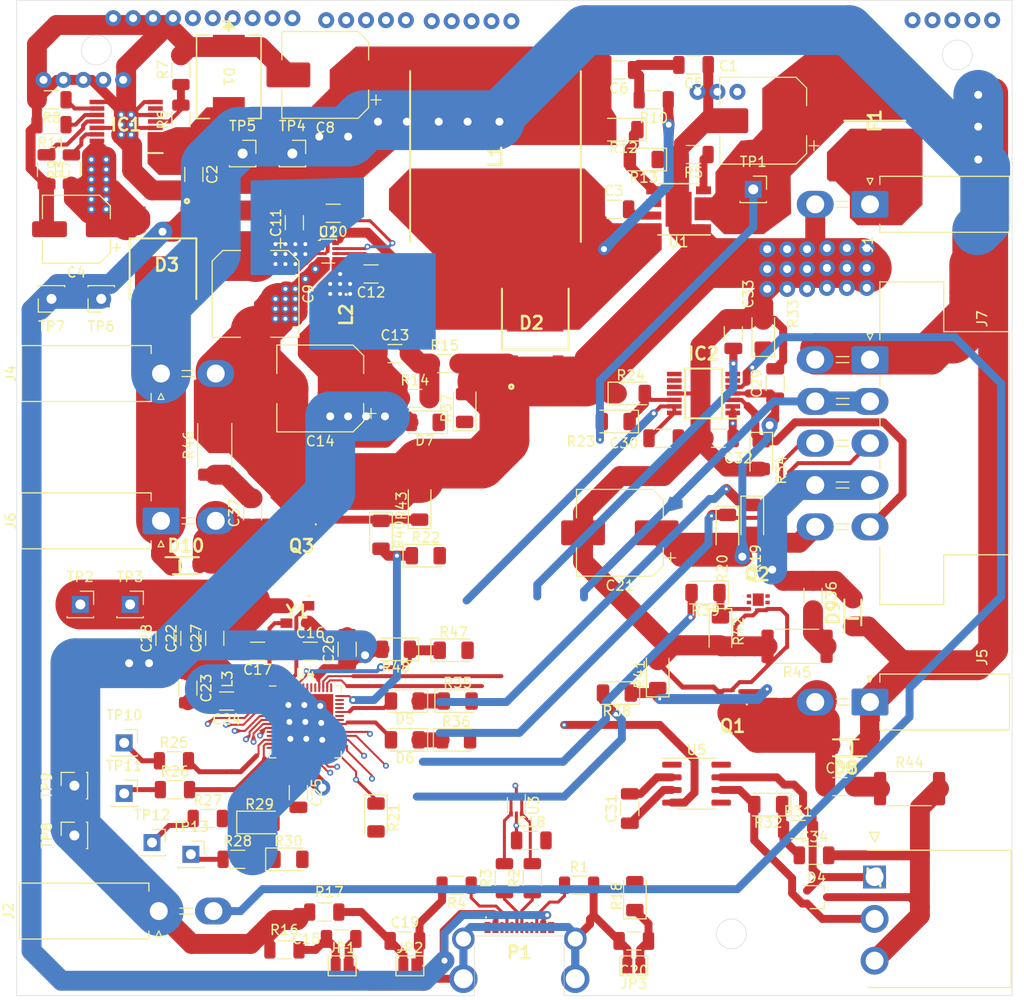
<source format=kicad_pcb>
(kicad_pcb (version 20240108) (generator "pcbnew") (generator_version "8.0")
  (title_block (title "Fuel Cell Control Unit (FCCU) pcb ") (date "2024-01-24") (company "Hydrogreen Pollub"))
  (layers (0 "F.Cu" signal) (31 "B.Cu" signal) (34 "B.Paste" user) (35 "F.Paste" user) (36 "B.SilkS" user "B.Silkscreen") (37 "F.SilkS" user "F.Silkscreen") (38 "B.Mask" user) (39 "F.Mask" user) (44 "Edge.Cuts" user))
  (net 0 "")
  (net 1 "Net-(IC1-OVP)")
  (net 2 "GND")
  (net 3 "+12V")
  (net 5 "Net-(P1-D-)")
  (net 6 "/MCU/USB_D-")
  (net 7 "Net-(P1-D+)")
  (net 8 "/MCU/USB_D+")
  (net 9 "Net-(P1-VCONN)")
  (net 10 "Net-(P1-CC)")
  (net 11 "/Power /Vreg")
  (net 12 "+3.3V")
  (net 13 "Net-(IC1-IMON)")
  (net 14 "Net-(D7-K)")
  (net 15 "Net-(IC1-ILIM)")
  (net 16 "/IO/PURGE_VALVE_MCU")
  (net 17 "Net-(IC1-DVDT)")
  (net 18 "Net-(IC1-~{FLT})")
  (net 19 "/IO/CANH")
  (net 20 "/MCU/BOOT")
  (net 21 "/MCU/RESET")
  (net 24 "Net-(U2-VIN)")
  (net 25 "Net-(U2-SW)")
  (net 26 "Net-(U2-BST)")
  (net 27 "Net-(U2-SS)")
  (net 28 "/IO/CANL")
  (net 29 "/IO/CAN_RX")
  (net 30 "/IO/CAN_TX")
  (net 33 "/Power /FB_12")
  (net 37 "Net-(IC2-+IN_D)")
  (net 38 "Net-(Q3-G)")
  (net 39 "Net-(D2-K)")
  (net 41 "VDD3P3")
  (net 42 "/MCU/MCU_TEST")
  (net 45 "Net-(C36-Pad2)")
  (net 48 "Net-(C35-Pad2)")
  (net 50 "Net-(R26-Pad1)")
  (net 57 "/MCU/FAN_PWM_MCU")
  (net 60 "/IO/LED_MCU_STATUS")
  (net 63 "/IO/LED_CAN_STATUS")
  (net 72 "/IO/FAN_IN_PWM")
  (net 74 "/MCU/XTAL_N")
  (net 75 "/MCU/XTAL_P")
  (net 76 "/IO/I{slash}O_2_MCU")
  (net 77 "Net-(R25-Pad1)")
  (net 78 "/IO/FAN_ON_MCU")
  (net 79 "/IO/I{slash}O_1_MCU")
  (net 80 "Net-(C5-Pad2)")
  (net 81 "Net-(C34-Pad1)")
  (net 82 "Net-(Q2-G)")
  (net 83 "Net-(R28-Pad1)")
  (net 84 "Net-(D6-K)")
  (net 85 "Net-(D5-K)")
  (net 86 "/IO/I{slash}O_4_MCU")
  (net 87 "/IO/A_Input")
  (net 88 "/IO/Temp_sensor")
  (net 89 "Net-(R27-Pad1)")
  (net 90 "/IO/I{slash}O_3_MCU")
  (net 91 "/Power /Vin")
  (net 92 "/IO/Temp_MCU")
  (net 93 "/IO/Analog_MCU")
  (net 94 "/IO/FC_Voltage_MCU")
  (net 95 "Net-(U1-RON)")
  (net 96 "/IO/FAN_GND")
  (net 97 "/IO/Main_Valve")
  (net 98 "/IO/Main_Valve_MCU")
  (net 99 "/IO/PURGE_VALVE")
  (net 100 "/IO/FAN_1_TACHO")
  (net 101 "/IO/FAN_2_TACHO")
  (net 102 "Net-(C37-Pad2)")
  (net 103 "Net-(Q1-G)")
  (net 104 "Net-(U2-FB)")
  (net 106 "Net-(U1-BST)")
  (net 107 "/IO/FC_V")
  (net 108 "+5V")
  (footprint "Capacitor_SMD:C_1206_3216Metric" (layer "F.Cu") (at 93.5 32.5 -90)
    (property "Reference" "C7")
    (property "Value" "2n7")
  )
  (footprint "LED_SMD:LED_1206_3216Metric" (layer "F.Cu") (at 154.9 83.2 90)
    (property "Reference" "R41")
    (property "Value" "10k")
  )
  (footprint "Jumper:SolderJumper-2_P1.3mm_Open_Pad1.0x1.5mm" (layer "F.Cu") (at 152.5 112.5 180)
    (property "Reference" "JP3")
    (property "Value" "SolderJumper_2_Open")
  )
  (footprint "Connector_PinSocket_2.54mm:PinSocket_1x01_P2.54mm_Vertical" (layer "F.Cu") (at 96.3 94.4 90)
    (property "Reference" "TP9")
    (property "Value" "+3.3V")
  )
  (footprint "Resistor_SMD:R_1206_3216Metric" (layer "F.Cu") (at 139.5 103.7 90)
    (property "Reference" "R3")
    (property "Value" "0")
  )
  (footprint "Capacitor_SMD:C_1206_3216Metric" (layer "F.Cu") (at 151 22.5 180)
    (property "Reference" "C6")
    (property "Value" "3n3")
  )
  (footprint "Package_TO_SOT_SMD:SOT-583-8" (layer "F.Cu") (at 121.8 40.7)
    (property "Reference" "U2")
    (property "Value" "TPS62933")
  )
  (footprint "Package_SO:SOIC-8_3.9x4.9mm_P1.27mm" (layer "F.Cu") (at 158.8 94.2)
    (property "Reference" "U5")
    (property "Value" "SN65HVD232")
  )
  (footprint "Resistor_SMD:R_1206_3216Metric" (layer "F.Cu") (at 109.7 97.7)
    (property "Reference" "R27")
    (property "Value" "100R")
  )
  (footprint "Resistor_SMD:R_2512_6332Metric" (layer "F.Cu") (at 110.4 60.2 90)
    (property "Reference" "R46")
    (property "Value" "100R 0,5W")
  )
  (footprint "Connector_Molex:Molex_Mini-Fit_Jr_5569-02A2_2x01_P4.20mm_Horizontal" (layer "F.Cu") (at 104.775 107 90)
    (property "Reference" "J2")
    (property "Value" "Analog_In")
  )
  (footprint "Capacitor_SMD:C_1206_3216Metric" (layer "F.Cu") (at 105.4 79.6 90)
    (property "Reference" "C28")
    (property "Value" "10n")
  )
  (footprint "Resistor_SMD:R_1206_3216Metric" (layer "F.Cu") (at 121.4 107.1 180)
    (property "Reference" "R17")
    (property "Value" "10k")
  )
  (footprint "Resistor_SMD:R_1206_3216Metric" (layer "F.Cu") (at 133.5 52)
    (property "Reference" "R15")
    (property "Value" "10k")
  )
  (footprint "Capacitor_SMD:C_1206_3216Metric" (layer "F.Cu") (at 120 80.9)
    (property "Reference" "C16")
    (property "Value" "12p")
  )
  (footprint "Resistor_SMD:R_1206_3216Metric" (layer "F.Cu") (at 94 25.5 180)
    (property "Reference" "R8")
    (property "Value" "100k")
  )
  (footprint "Capacitor_SMD:C_1206_3216Metric" (layer "F.Cu") (at 110.4 79.6 90)
    (property "Reference" "C27")
    (property "Value" "1u")
  )
  (footprint "Connector_PinSocket_2.54mm:PinSocket_1x01_P2.54mm_Vertical" (layer "F.Cu") (at 94 45.5 180)
    (property "Reference" "TP7")
    (property "Value" "+5V")
  )
  (footprint "library:PMEG10020ELR" (layer "F.Cu") (at 173.8 90.6 180)
    (property "Reference" "D8")
    (property "Value" "PMEG10020" (hide yes))
  )
  (footprint "LED_SMD:LED_1206_3216Metric" (layer "F.Cu") (at 152.2 55)
    (property "Reference" "R24")
    (property "Value" "150k")
  )
  (footprint "Resistor_SMD:R_1206_3216Metric" (layer "F.Cu") (at 106.4 94.8)
    (property "Reference" "R26")
    (property "Value" "1k")
  )
  (footprint "LED_SMD:LED_1206_3216Metric" (layer "F.Cu") (at 130.98 66.28 90)
    (property "Reference" "R43")
    (property "Value" "10k")
  )
  (footprint "Inductor_SMD:L_0402_1005Metric" (layer "F.Cu") (at 110.5 83.7 -90)
    (property "Reference" "L3")
    (property "Value" "2n")
  )
  (footprint "Connector_Molex:Molex_Mini-Fit_Jr_5569-02A2_2x01_P4.20mm_Horizontal" (layer "F.Cu") (at 176.225 36 -90)
    (property "Reference" "J1")
    (property "Value" "Fell_Cell_IN")
  )
  (footprint "Connector_PinSocket_2.54mm:PinSocket_1x01_P2.54mm_Vertical" (layer "F.Cu") (at 101.3 90.1)
    (property "Reference" "TP10")
    (property "Value" "I/O 1")
  )
  (footprint "library:SRN3015TA4R7M" (layer "F.Cu") (at 123.6 47.1 -90)
    (property "Reference" "L2")
    (property "Value" "4u7" (hide yes))
  )
  (footprint "Capacitor_SMD:C_1206_3216Metric" (layer "F.Cu") (at 107.7 84.6 -90)
    (property "Reference" "C23")
    (property "Value" "100n")
  )
  (footprint "Capacitor_SMD:C_1206_3216Metric" (layer "F.Cu") (at 166.7 54 90)
    (property "Reference" "C29")
    (property "Value" "100n")
  )
  (footprint "library:FUSC8664X180N" (layer "F.Cu") (at 176.7 27.6 90)
    (property "Reference" "F1")
    (property "Value" "3A" (hide yes))
  )
  (footprint "LED_SMD:LED_1206_3216Metric" (layer "F.Cu") (at 127.1 69.2 -90)
    (property "Reference" "R40")
    (property "Value" "180R")
  )
  (footprint "Capacitor_SMD:C_1206_3216Metric" (layer "F.Cu") (at 123.1 109.8)
    (property "Reference" "C15")
    (property "Value" "1u")
  )
  (footprint "Capacitor_SMD:CP_Elec_8x10.5" (layer "F.Cu") (at 121.5 23 180)
    (property "Reference" "C8")
    (property "Value" "22u")
  )
  (footprint "Connector_Molex:Molex_Mini-Fit_Jr_5569-02A2_2x01_P4.20mm_Horizontal" (layer "F.Cu") (at 105 53 90)
    (property "Reference" "J4")
    (property "Value" "Axilary_Out")
  )
  (footprint "library:PMPB15XPAX" (layer "F.Cu") (at 165 76)
    (property "Reference" "Q2")
    (property "Value" "PMPB10XNX" (hide yes))
  )
  (footprint "LED_SMD:LED_1206_3216Metric" (layer "F.Cu") (at 161.9 68.6 -90)
    (property "Reference" "R20")
    (property "Value" "10k")
  )
  (footprint "Capacitor_SMD:CP_Elec_8x10.5" (layer "F.Cu") (at 114.5 45 -90)
    (property "Reference" "C9")
    (property "Value" "10u")
  )
  (footprint "library:SOP65P640X120-14N" (layer "F.Cu") (at 159.5 55 180)
    (property "Reference" "IC2")
    (property "Value" "AD8544ARUZ-REEL" (hide yes))
  )
  (footprint "Capacitor_SMD:C_1206_3216Metric" (layer "F.Cu") (at 118.8 95.1 -90)
    (property "Reference" "C25")
    (property "Value" "100n")
  )
  (footprint "Connector_PinSocket_2.54mm:PinSocket_1x01_P2.54mm_Vertical" (layer "F.Cu") (at 96.3 99.4 90)
    (property "Reference" "TP8")
    (property "Value" "+3.3V")
  )
  (footprint "Connector_PinSocket_2.54mm:PinSocket_1x01_P2.54mm_Vertical" (layer "F.Cu") (at 99 45.5 180)
    (property "Reference" "TP6")
    (property "Value" "+5V")
  )
  (footprint "Connector_PinSocket_2.54mm:PinSocket_1x01_P2.54mm_Vertical" (layer "F.Cu") (at 108 101.3)
    (property "Reference" "TP13")
    (property "Value" "I/O 4")
  )
  (footprint "library:PMPB15XPAX" (layer "F.Cu") (at 162.3 85.6 180)
    (property "Reference" "Q1")
    (property "Value" "PMPB10XNX" (hide yes))
  )
  (footprint "lib:TPSMCSeries_LTF" (layer "F.Cu") (at 111.813 23.187 -90)
    (property "Reference" "D1")
    (property "Value" "TPSMC30CA")
  )
  (footprint "Resistor_SMD:R_1206_3216Metric" (layer "F.Cu") (at 94 28 180)
    (property "Reference" "R11")
    (property "Value" "56k")
  )
  (footprint "library:IHLP6767DZER470M11" (layer "F.Cu") (at 138.6 31.2 90)
    (property "Reference" "L1")
    (property "Value" "IHLP6767DZER470M11" (hide yes))
  )
  (footprint "LED_SMD:LED_1206_3216Metric" (layer "F.Cu") (at 150.8 85.1 180)
    (property "Reference" "R38")
    (property "Value" "180R")
  )
  (footprint "Jumper:SolderJumper-2_P1.3mm_Open_Pad1.0x1.5mm" (layer "F.Cu") (at 130 112.5)
    (property "Reference" "JP2")
    (property "Value" "SolderJumper_2_Open")
  )
  (footprint "LED_SMD:LED_1206_3216Metric" (layer "F.Cu") (at 134.4 80.8)
    (property "Reference" "R47")
    (property "Value" "10k")
  )
  (footprint "LED_SMD:LED_1206_3216Metric" (layer "F.Cu") (at 165.3 61.2 -90)
    (property "Reference" "R34")
    (property "Value" "560k")
  )
  (footprint "Resistor_SMD:R_1206_3216Metric" (layer "F.Cu") (at 96 32.5 90)
    (property "Reference" "R9")
    (property "Value" "100k")
  )
  (footprint "Capacitor_SMD:C_1206_3216Metric" (layer "F.Cu") (at 114.7 80.9 180)
    (property "Reference" "C17")
    (property "Value" "12p")
  )
  (footprint "Resistor_SMD:R_1206_3216Metric" (layer "F.Cu") (at 142.3 103.7 90)
    (property "Reference" "R2")
    (property "Value" "0")
  )
  (footprint "Capacitor_SMD:CP_Elec_8x10.5" (layer "F.Cu") (at 151.1 69 180)
    (property "Reference" "C21")
    (property "Value" "10u")
  )
  (footprint "library:PMPB15XPAX" (layer "F.Cu") (at 119 67.5 180)
    (property "Reference" "Q3")
    (property "Value" "PMPB10XNX" (hide yes))
  )
  (footprint "Resistor_SMD:R_1206_3216Metric" (layer "F.Cu") (at 112.7 101.8)
    (property "Reference" "R28")
    (property "Value" "100R")
  )
  (footprint "LED_SMD:LED_1206_3216Metric" (layer "F.Cu") (at 150.68 57.82 180)
    (property "Reference" "R23")
    (property "Value" "10k")
  )
  (footprint "LED_SMD:LED_1206_3216Metric" (layer "F.Cu") (at 131.6 71.3)
    (property "Reference" "R22")
    (property "Value" "10k")
  )
  (footprint "Diode_SMD:D_1206_3216Metric" (layer "F.Cu") (at 131.5 57.9 180)
    (property "Reference" "D7")
    (property "Value" "LED")
  )
  (footprint "Resistor_SMD:R_2512_6332Metric" (layer "F.Cu") (at 168.9 80.4 180)
    (property "Reference" "R45")
    (property "Value" "100R 0,5W")
  )
  (footprint "library:KC3225K400000C1GE00" (layer "F.Cu") (at 118.7 77.2 180)
    (property "Reference" "Y1")
    (property "Value" "Crystal_GND24" (hide yes))
  )
  (footprint "Jumper:SolderJumper-2_P1.3mm_Open_Pad1.0x1.5mm" (layer "F.Cu") (at 123.2 112.5)
    (property "Reference" "JP1")
    (property "Value" "SolderJumper_2_Open")
  )
  (footprint "Package_SO:Diodes_SO-8EP" (layer "F.Cu") (at 157 36.5 180)
    (property "Reference" "U1")
    (property "Value" "LM5013DDAR")
  )
  (footprint "Connector_PinSocket_2.54mm:PinSocket_1x01_P2.54mm_Vertical" (layer "F.Cu") (at 113.2 30.9)
    (property "Reference" "TP5")
    (property "Value" "+12V")
  )
  (footprint "LED_SMD:LED_1206_3216Metric" (layer "F.Cu") (at 153.5 31.5 180)
    (property "Reference" "R13")
    (property "Value" "49k9")
  )
  (footprint "Capacitor_SMD:C_1206_3216Metric" (layer "F.Cu") (at 150.5 36.5)
    (property "Reference" "C3")
    (property "Value" "2n2")
  )
  (footprint "Connector_PinSocket_2.54mm:PinSocket_1x01_P2.54mm_Vertical" (layer "F.Cu") (at 164.5 34.5)
    (property "Reference" "TP1")
    (property "Value" "FC test")
  )
  (footprint "Connector_Molex:Molex_Mini-Fit_Jr_5569-02A2_2x01_P4.20mm_Horizontal" (layer "F.Cu") (at 176.225 86 -90)
    (property "Reference" "J5")
    (property "Value" "P_Valve")
  )
  (footprint "Resistor_SMD:R_1206_3216Metric" (layer "F.Cu") (at 130.5 55.5)
    (property "Reference" "R14")
    (property "Value" "32k")
  )
  (footprint "Capacitor_SMD:C_1206_3216Metric" (layer "F.Cu") (at 118.4 37.85 90)
    (property "Reference" "C11")
    (property "Value" "100n")
  )
  (footprint "Connector_PinSocket_2.54mm:PinSocket_1x01_P2.54mm_Vertical" (layer "F.Cu") (at 118.2 30.9)
    (property "Reference" "TP4")
    (property "Value" "+12V")
  )
  (footprint "LED_SMD:LED_1206_3216Metric" (layer "F.Cu") (at 161.2 78.9 -90)
    (property "Reference" "R42")
    (property "Value" "10k")
  )
  (footprint "Capacitor_SMD:C_1206_3216Metric" (layer "F.Cu") (at 158.5 22 180)
    (property "Reference" "C5")
    (property "Value" "47p")
  )
  (footprint "Resistor_SMD:R_2512_6332Metric" (layer "F.Cu") (at 180.2 94.7)
    (property "Reference" "R44")
    (property "Value" "100R 0,5W")
  )
  (footprint "Capacitor_SMD:C_1206_3216Metric" (layer "F.Cu") (at 129.5 110)
    (property "Reference" "C19")
    (property "Value" "1u")
  )
  (footprint "Capacitor_SMD:C_1206_3216Metric" (layer "F.Cu") (at 128.5 51)
    (property "Reference" "C13")
    (property "Value" "47p")
  )
  (footprint "Capacitor_SMD:CP_Elec_6.3x7.7" (layer "F.Cu") (at 96.5 38.5 180)
    (property "Reference" "C4")
    (property "Value" "47u")
  )
  (footprint "Connector_Molex:Molex_Mini-Fit_Jr_5569-02A2_2x01_P4.20mm_Horizontal" (layer "F.Cu") (at 105 67.8 90)
    (property "Reference" "J6")
    (property "Value" "Valve")
  )
  (footprint "library:SOP65P640X120-17N" (layer "F.Cu") (at 101.5 28 180)
    (property "Reference" "IC1")
    (property "Value" "LM76202QPWPRQ1" (hide yes))
  )
  (footprint "Capacitor_SMD:C_1206_3216Metric" (layer "F.Cu") (at 170.6 101.4)
    (property "Reference" "C34")
    (property "Value" "4n7")
  )
  (footprint "Connector_PinSocket_2.54mm:PinSocket_1x01_P2.54mm_Vertical" (layer "F.Cu") (at 101.9 76.2)
    (property "Reference" "TP3")
    (property "Value" "GND")
  )
  (footprint "LED_SMD:LED_1206_3216Metric" (layer "F.Cu") (at 165.5 49 90)
    (property "Reference" "R33")
    (property "Value" "10k")
  )
  (footprint "LED_SMD:LED_1206_3216Metric" (layer "F.Cu") (at 134.8 85.9)
    (property "Reference" "R35")
    (property "Value" "1k")
  )
  (footprint "Package_TO_SOT_SMD:SOT-323_SC-70" (layer "F.Cu") (at 170.9 105.6)
    (property "Reference" "D4")
    (property "Value" "SP0502BAJT")
  )
  (footprint "Capacitor_SMD:C_1206_3216Metric" (layer "F.Cu") (at 122.3 36.9 180)
    (property "Reference" "C10")
    (property "Value" "33n")
  )
  (footprint "Capacitor_SMD:CP_Elec_8x10.5" (layer "F.Cu") (at 121 54.5 180)
    (property "Reference" "C14")
    (property "Value" "100u")
  )
  (footprint "Capacitor_SMD:C_1206_3216Metric" (layer "F.Cu") (at 162.5 49 90)
    (property "Reference" "C33")
    (property "Value" "4n7")
  )
  (footprint "Capacitor_SMD:C_1206_3216Metric" (layer "F.Cu") (at 170.5 75.3 -90)
    (property "Reference" "C36")
    (property "Value" "20n")
  )
  (footprint "LED_SMD:LED_1206_3216Metric" (layer "F.Cu") (at 164.4 67.6 -90)
    (property "Reference" "R19")
    (property "Value" "10k")
  )
  (footprint "library:2169900002" (layer "F.Cu") (at 141 111.5)
    (property "Reference" "P1")
    (property "Value" "USB_C_Plug_USB2.0" (hide yes))
  )
  (footprint "Capacitor_SMD:C_1206_3216Metric" (layer "F.Cu") (at 152.5 110 180)
    (property "Reference" "C20")
    (property "Value" "1u")
  )
  (footprint "LED_SMD:LED_1206_3216Metric" (layer "F.Cu") (at 166 96.3 180)
    (property "Reference" "R32")
    (property "Value" "60")
  )
  (footprint "library:39303035" (layer "F.Cu") (at 176.6871 103.58425 90)
    (property "Reference" "J3")
    (property "Value" "CAN" (hide yes))
  )
  (footprint "Resistor_SMD:R_1206_3216Metric" (layer "F.Cu") (at 107 27.5 90)
    (property "Reference" "R6")
    (property "Value" "180k")
  )
  (footprint "Capacitor_SMD:C_1206_3216Metric" (layer "F.Cu") (at 107.9 79.6 90)
    (property "Reference" "C22")
    (property "Value" "1u")
  )
  (footprint "LED_SMD:LED_1206_3216Metric" (layer "F.Cu") (at 135.5 56.46 90)
    (property "Reference" "R37")
    (property "Value" "1k")
  )
  (footprint "Resistor_SMD:R_1206_3216Metric" (layer "F.Cu") (at 158.5 31 180)
    (property "Reference" "R5")
    (property "Value" "100k")
  )
  (footprint "Connector_Molex:Molex_Mini-Fit_Jr_5569-10A1_2x05_P4.20mm_Horizontal" (layer "F.Cu") (at 176.225 51.6 -90)
    (property "Reference" "J7")
    (property "Value" "FC Cooling")
  )
  (footprint "library:PMEG10020ELR" (layer "F.Cu") (at 107.5 72.3)
    (property "Reference" "D10")
    (property "Value" "PMEG10020" (hide yes))
  )
  (footprint "library:PMEG10020ELR" (layer "F.Cu") (at 174.5 77 90)
    (property "Reference" "D9")
    (property "Value" "PMEG10020" (hide yes))
  )
  (footprint "Diode_SMD:D_1206_3216Metric" (layer "F.Cu") (at 129.5 85.9 180)
    (property "Reference" "D5")
    (property "Value" "LED")
  )
  (footprint "Capacitor_SMD:C_1206_3216Metric" (layer "F.Cu") (at 123.7 80.7 90)
    (property "Reference" "C26")
    (property "Value" "100n")
  )
  (footprint "MBRD20100CT-13:TO252_(DPAK)_1" (layer "F.Cu") (at 142.6 52.4795)
    (property "Reference" "D2")
    (property "Value" "MBRD20100CT-13" (hide yes))
  )
  (footprint "Diode_SMD:D_1206_3216Metric" (layer "F.Cu") (at 129.5 89.8 180)
    (property "Reference" "D6")
    (property "Value" "LED")
  )
  (footprint "LED_SMD:LED_1206_3216Metric" (layer "F.Cu") (at 128.6 80.7 180)
    (property "Reference" "R48")
    (property "Value" "10k")
  )
  (footprint "Resistor_SMD:R_1206_3216Metric" (layer "F.Cu") (at 134.7 104.4 180)
    (property "Reference" "R4")
    (property "Value" "5k1")
  )
  (footprint "LED_SMD:LED_1206_3216Metric" (layer "F.Cu") (at 151.46 28.5 180)
    (property "Reference" "R12")
    (property "Value" "453k")
  )
  (footprint "LED_SMD:LED_1206_3216Metric" (layer "F.Cu") (at 152.6 105.5 90)
    (property "Reference" "R18")
    (property "Value" "10k")
  )
  (footprint "Capacitor_SMD:CP_Elec_8x10.5" (layer "F.Cu") (at 165.5 27.6 180)
    (property "Reference" "C1")
    (property "Value" "10u")
  )
  (footprint "LED_SMD:LED_1206_3216Metric" (layer "F.Cu") (at 134.65 89.8)
    (property "Reference" "R36")
    (property "Value" "1k")
  )
  (footprint "Capacitor_SMD:C_1206_3216Metric" (layer "F.Cu") (at 152.1 96.7 90)
    (property "Reference" "C31")
    (property "Value" "100n")
  )
  (footprint "Capacitor_SMD:C_1206_3216Metric" (layer "F.Cu") (at 126.1 43 180)
    (property "Reference" "C12")
    (property "Value" "100n")
  )
  (footprint "Resistor_SMD:R_1206_3216Metric" (layer "F.Cu") (at 117.4 110.9 180)
    (property "Reference" "R16")
    (property "Value" "10k")
  )
  (footprint "MBRD20100CT-13:TO252_(DPAK)_1" (layer "F.Cu") (at 105.2 37.5205 180)
    (property "Reference" "D3")
    (property "Value" "MBRD20100CT-13" (hide yes))
  )
  (footprint "Capacitor_SMD:C_1206_3216Metric" (layer "F.Cu") (at 173.2 94.5)
    (property "Reference" "C35")
    (property "Value" "20n")
  )
  (footprint "Resistor_SMD:R_1206_3216Metric" (layer "F.Cu") (at 107 22.5 90)
    (property "Reference" "R7")
    (property "Value" "12k")
  )
  (footprint "LED_SMD:LED_1206_3216Metric" (layer "F.Cu") (at 159.7 75 180)
    (property "Reference" "R39")
    (property "Value" "180R")
  )
  (footprint "Resistor_SMD:R_1206_3216Metric" (layer "F.Cu") (at 147 104.4)
    (property "Reference" "R1")
    (property "Value" "5k1")
  )
  (footprint "Package_TO_SOT_SMD:SOT-666" (layer "F.Cu") (at 140.7 96.4 -90)
    (property "Reference" "U3")
    (property "Value" "USBLC6-2P6")
  )
  (footprint "Capacitor_SMD:C_1206_3216Metric" (layer "F.Cu") (at 114.2 67 90)
    (property "Reference" "C37")
    (property "Value" "20n")
  )
  (footprint "Capacitor_SMD:C_1206_3216Metric" (layer "F.Cu") (at 142.2 99.9)
    (property "Reference" "C18")
    (property "Value" "100n")
  )
  (footprint "Resistor_SMD:R_1206_3216Metric" (layer "F.Cu") (at 169 98.8)
    (property "Reference" "R31")
    (property "Value" "60")
  )
  (footprint "Connector_PinSocket_2.54mm:PinSocket_1x01_P2.54mm_Vertical" (layer "F.Cu") (at 101.3 95.18)
    (property "Reference" "TP11")
    (property "Value" "I/O 2")
  )
  (footprint "Connector_PinSocket_2.54mm:PinSocket_1x01_P2.54mm_Vertical" (layer "F.Cu") (at 96.9 76.2)
    (property "Reference" "TP2")
    (property "Value" "GND")
  )
  (footprint "Capacitor_SMD:C_1206_3216Metric" (layer "F.Cu") (at 108.3 33 -90)
    (property "Reference" "C2")
    (property "Value" "1u")
  )
  (footprint "Capacitor_SMD:C_1206_3216Metric" (layer "F.Cu") (at 155.5 59.5 180)
    (property "Reference" "C30")
    (property "Value" "4n7")
  )
  (footprint "Capacitor_SMD:C_1206_3216Metric" (layer "F.Cu") (at 161 59.5)
    (property "Reference" "C32")
    (property "Value" "4n7")
  )
  (footprint "Capacitor_SMD:C_1206_3216Metric" (layer "F.Cu") (at 111.6 85.9 180)
    (property "Reference" "C24")
    (property "Value" "100n")
  )
  (footprint "Resistor_SMD:R_1206_3216Metric" (layer "F.Cu") (at 154.5 25.5 180)
    (property "Reference" "R10")
    (property "Value" "143k ")
  )
  (footprint "Resistor_SMD:R_1206_3216Metric" (layer "F.Cu") (at 106.3 91.9)
    (property "Reference" "R25")
    (property "Value" "1k")
  )
  (footprint "LED_SMD:LED_1206_3216Metric" (layer "F.Cu") (at 126.6 97.6 -90)
    (property "Reference" "R21")
    (property "Value" "10k")
  )
  (footprint "LED_SMD:LED_1206_3216Metric" (layer "F.Cu") (at 117.8 101.8)
    (property "Reference" "R30")
    (property "Value" "10k")
  )
  (footprint "Connector_PinSocket_2.54mm:PinSocket_1x01_P2.54mm_Vertical" (layer "F.Cu") (at 104.1 100.12)
    (property "Reference" "TP12")
    (property "Value" "I/O 3")
  )
  (footprint "Package_DFN_QFN:QFN-56-1EP_7x7mm_P0.4mm_EP5.6x5.6mm" (layer "F.Cu") (at 119.5 88)
    (property "Reference" "U4")
    (property "Value" "ESP32-S3FN8")
  )
  (footprint "LED_SMD:LED_1206_3216Metric" (layer "F.Cu") (at 114.9 98.1)
    (property "Reference" "R29")
    (property "Value" "10k")
  )
  (gr_poly (pts (xy 172 30.8) (xy 172 33.4) (xy 172.2 33.6) (xy 172.8 33.6) (xy 174.3 35.1) (xy 174.3 37.3) (xy 175 38) (xy 179.4 38) (xy 181.4 36) (xy 181.4 29.1) (xy 180.8 28.5) (xy 174.3 28.5)) (stroke (width 0.2)) (fill solid) (layer "F.Cu") (net 91))
  (gr_poly (pts (xy 150.2 21.2) (xy 149 20.2) (xy 124.6 20.2) (xy 122 22.5) (xy 122 24.4) (xy 120.1 26.3) (xy 109.6 26.3) (xy 107.8 28.3) (xy 106.5 28.3) (xy 105.1 28.8) (xy 103.7 28.8) (xy 103.7 31.9) (xy 104.8 33) (xy 110.3 33) (xy 112.1 34.9) (xy 123.5 34.9) (xy 129 30) (xy 150.7 30) (xy 150.7 27.2) (xy 150.2 26.4) (xy 150.2 21.2)) (stroke (width 0.1)) (fill solid) (layer "F.Cu") (net 3))
  (gr_poly (pts (xy 133 41.5) (xy 128 36.5) (xy 128 34.5) (xy 130 32.5) (xy 147.5 32.5) (xy 149.5 34.5) (xy 149.5 38.5)) (stroke (width 0.2)) (fill solid) (layer "F.Cu") (net 39))
  (gr_poly (pts (xy 155.2 38) (xy 155.2 40.5) (xy 147 48.5) (xy 132.5 48.5) (xy 132.5 38)) (stroke (width 0.2)) (fill solid) (layer "F.Cu") (net 39))
  (gr_poly (pts (xy 180.1 27.2) (xy 179.7 27.6) (xy 173.4 27.6) (xy 168.146731 32.853269) (xy 168.2 36.9) (xy 165.5 38.9) (xy 161.6 38.9) (xy 160.2 37.5) (xy 158.8 37.5) (xy 158.7 37.5) (xy 158.7 35.4) (xy 160.4 35.4) (xy 160.8 34.9) (xy 160.8 32.8) (xy 161.8 31.5) (xy 163.3 29.7) (xy 164.5 29.6) (xy 165.5 28.5) (xy 165.5 24.4) (xy 170.3 20.6) (xy 179.2 20.6) (xy 180.1 21.5)) (stroke (width 0.2)) (fill solid) (layer "F.Cu") (net 107))
  (gr_poly (pts (xy 122.5 42.5) (xy 120 45) (xy 120 50.5) (xy 132.5 50.5) (xy 132.5 41) (xy 124 41) (xy 123 42)) (stroke (width 0.2)) (fill solid) (layer "B.Cu") (net 25))
  (gr_poly (pts (xy 120.5 41) (xy 118.4 43) (xy 114.1 43) (xy 114.1 33.7) (xy 125.3 33.4) (xy 125.3 37.2)) (stroke (width 0.2)) (fill solid) (layer "B.Cu") (net 24))
  (gr_line (start 145.5 115.5) (end 145.5 109.5) (stroke (width 0.05)) (layer "Edge.Cuts"))
  (gr_circle (center 162.3 109.3) (end 163.8 109.3) (stroke (width 0.05)) (fill none) (layer "Edge.Cuts"))
  (gr_line (start 90.5 115.5) (end 136.5 115.5) (stroke (width 0.05)) (layer "Edge.Cuts"))
  (gr_line (start 90.5 15.5) (end 90.5 115.5) (stroke (width 0.05)) (layer "Edge.Cuts"))
  (gr_circle (center 98.5 20.5) (end 100 20.5) (stroke (width 0.05)) (fill none) (layer "Edge.Cuts"))
  (gr_line (start 145.5 109.5) (end 136.5 109.5) (stroke (width 0.05)) (layer "Edge.Cuts"))
  (gr_line (start 190.5 115.5) (end 190.5 15.5) (stroke (width 0.05)) (layer "Edge.Cuts"))
  (gr_circle (center 185 21) (end 186.5 21) (stroke (width 0.05)) (fill none) (layer "Edge.Cuts"))
  (gr_line (start 190.5 15.5) (end 90.5 15.5) (stroke (width 0.05)) (layer "Edge.Cuts"))
  (gr_line (start 145.5 115.5) (end 190.5 115.5) (stroke (width 0.05)) (layer "Edge.Cuts"))
  (gr_line (start 136.5 109.5) (end 136.5 115.5) (stroke (width 0.05)) (layer "Edge.Cuts"))
  (segment (start 107 26.0375) (end 107 23.9625) (width 0.8) (layer "F.Cu") (net 1))
  (segment (start 107 26.5) (end 107 26.0375) (width 0.4) (layer "F.Cu") (net 1))
  (segment (start 105.825 27.675) (end 107 26.5) (width 0.4) (layer "F.Cu") (net 1))
  (segment (start 104.438 27.675) (end 105.825 27.675) (width 0.4) (layer "F.Cu") (net 1))
  (segment (start 116.7 45.5) (end 116.5 45.5) (width 3) (layer "F.Cu") (net 2))
  (segment (start 123.85 110.525) (end 124.575 109.8) (width 0.8) (layer "F.Cu") (net 2))
  (segment (start 118.729037 44.65) (end 119.5 43.879037) (width 1.5) (layer "F.Cu") (net 2))
  (segment (start 119.5 43.5) (end 119.879037 43.5) (width 1.5) (layer "F.Cu") (net 2))
  (segment (start 148.4625 107.4375) (end 148.1 107.8) (width 0.8) (layer "F.Cu") (net 2))
  (segment (start 109.4 53.8) (end 110.5 52.7) (width 0.4) (layer "F.Cu") (net 2))
  (segment (start 111.35 79.075) (end 110.4 78.125) (width 1.5) (layer "F.Cu") (net 2))
  (segment (start 159.525 59.5) (end 159.907107 59.117893) (width 0.8) (layer "F.Cu") (net 2))
  (segment (start 161.8 62.6) (end 165.3 62.6) (width 1.5) (layer "F.Cu") (net 2))
  (segment (start 102.1 32.6) (end 102.1 30.1) (width 2) (layer "F.Cu") (net 2))
  (segment (start 117.3 54.5) (end 115.6 54.5) (width 5) (layer "F.Cu") (net 2))
  (segment (start 146.62 109.8) (end 146.62 113.8) (width 0.8) (layer "F.Cu") (net 2))
  (segment (start 118.1 47.5) (end 117.5 47.5) (width 1.5) (layer "F.Cu") (net 2))
  (segment (start 94.512728 17.987272) (end 92.5375 19.9625) (width 2) (layer "F.Cu") (net 2))
  (segment (start 159.15 40.675) (end 161.5 40.675) (width 2) (layer "F.Cu") (net 2))
  (segment (start 99.6745 25.725) (end 100.9495 27) (width 0.4) (layer "F.Cu") (net 2))
  (segment (start 121.8 41.5) (end 121.8 42.5) (width 0.3) (layer "F.Cu") (net 2))
  (segment (start 102 27.0505) (end 101.5 27.5505) (width 0.4) (layer "F.Cu") (net 2))
  (segment (start 102.0505 27) (end 102 27) (width 0.4) (layer "F.Cu") (net 2))
  (segment (start 131.3 114.45) (end 131.95 113.8) (width 0.8) (layer "F.Cu") (net 2))
  (segment (start 109.4 58.9) (end 109.4 54.1) (width 2) (layer "F.Cu") (net 2))
  (segment (start 165 76.775) (end 165.81 76.775) (width 0.4) (layer "F.Cu") (net 2))
  (segment (start 122.8 65.6) (end 122.6 65.8) (width 1.5) (layer "F.Cu") (net 2))
  (segment (start 120.879037 42.5) (end 121.2 42.179037) (width 1.5) (layer "F.Cu") (net 2))
  (segment (start 158.5 38.405) (end 158.505 38.405) (width 0.8) (layer "F.Cu") (net 2))
  (segment (start 159.2 50.2) (end 161.875 47.525) (width 2) (layer "F.Cu") (net 2))
  (segment (start 146.62 109.347208) (end 145.872792 108.6) (width 0.8) (layer "F.Cu") (net 2))
  (segment (start 165 46.5) (end 163.975 47.525) (width 2) (layer "F.Cu") (net 2))
  (segment (start 107.9 78.125) (end 105.4 78.125) (width 1.5) (layer "F.Cu") (net 2))
  (segment (start 167.25 76.65) (end 167.9 77.3) (width 0.4) (layer "F.Cu") (net 2))
  (segment (start 128.95 64.15) (end 129.1 64) (width 2) (layer "F.Cu") (net 2))
  (segment (start 130.4 63.8) (end 130.4 64.5) (width 1.5) (layer "F.Cu") (net 2))
  (segment (start 101.825 28.325) (end 101.5 28) (width 0.4) (layer "F.Cu") (net 2))
  (segment (start 113.75 58.7) (end 113.75 54.95) (width 2) (layer "F.Cu") (net 2))
  (segment (start 159.2 59.175) (end 159.2 59.58873) (width 2) (layer "F.Cu") (net 2))
  (segment (start 120.815034 41.45) (end 118.1 44.165034) (width 0.3) (layer "F.Cu") (net 2))
  (segment (start 159.4975 38.405) (end 158.5 38.405) (width 0.8) (layer "F.Cu") (net 2))
  (segment (start 117.5 45.5) (end 117.5 44.7) (width 1.5) (layer "F.Cu") (net 2))
  (segment (start 119.2 66.1) (end 118.9 66.4) (width 0.4) (layer "F.Cu") (net 2))
  (segment (start 165.9375 80.4) (end 162.7 80.4) (width 2) (layer "F.Cu") (net 2))
  (segment (start 93.5 33.975) (end 93.5 38.2) (width 1.5) (layer "F.Cu") (net 2))
  (segment (start 167.9 77.3) (end 167.9 80.5) (width 0.4) (layer "F.Cu") (net 2))
  (segment (start 169.775 40.725) (end 165 45.5) (width 2) (layer "F.Cu") (net 2))
  (segment (start 135.38 109.347208) (end 136.127208 108.6) (width 0.8) (layer "F.Cu") (net 2))
  (segment (start 121.06 41.45) (end 121.75 41.45) (width 0.3) (layer "F.Cu") (net 2))
  (segment (start 115.1625 62) (end 110.4 57.2375) (width 2) (layer "F.Cu") (net 2))
  (segment (start 166.7 52.525) (end 167.5 51.725) (width 0.8) (layer "F.Cu") (net 2))
  (segment (start 102.325 28.325) (end 102 28) (width 0.4) (layer "F.Cu") (net 2))
  (segment (start 118.35 44.65) (end 118.5 44.5) (width 1.5) (layer "F.Cu") (net 2))
  (segment (start 116.5 46.5) (end 116.1 47.1) (width 3) (layer "F.Cu") (net 2))
  (segment (start 117.7 44.5) (end 117.55 44.65) (width 1.5) (layer "F.Cu") (net 2))
  (segment (start 158.505 38.405) (end 159.65 39.55) (width 0.8) (layer "F.Cu") (net 2))
  (segment (start 93.5 38.2) (end 93.8 38.5) (width 1.5) (layer "F.Cu") (net 2))
  (segment (start 161.49 84.825) (end 161.365 84.95) (width 0.4) (layer "F.Cu") (net 2))
  (segment (start 118.729037 46.270963) (end 118.5 46.5) (width 2) (layer "F.Cu") (net 2))
  (segment (start 118.575 65.475) (end 118.65 65.4) (width 2) (layer "F.Cu") (net 2))
  (segment (start 122.025 80.9) (end 123.7 79.225) (width 1.5) (layer "F.Cu") (net 2))
  (segment (start 116.2 65.4) (end 116.2 63.5) (width 0.4) (layer "F.Cu") (net 2))
  (segment (start 103.825 78.125) (end 101.9 76.2) (width 1.5) (layer "F.Cu") (net 2))
  (segment (start 163.7 77.3) (end 162.7 78.3) (width 0.4) (layer "F.Cu") (net 2))
  (segment (start 161.2 80.3) (end 156.4 80.3) (width 2) (layer "F.Cu") (net 2))
  (segment (start 113.3 36.575) (end 118.35 36.575) (width 0.8) (layer "F.Cu") (net 2))
  (segment (start 130.98 64.38) (end 130.98 64.88) (width 1.5) (layer "F.Cu") (net 2))
  (segment (start 158.5 38.405) (end 157.595 38.405) (width 0.8) (layer "F.Cu") (net 2))
  (segment (start 120.5 42.879037) (end 120.5 42.5) (width 1.5) (layer "F.Cu") (net 2))
  (segment (start 121.475 80.9) (end 121.475 79.75) (width 1.5) (layer "F.Cu") (net 2))
  (segment (start 118.5 46.5) (end 118.729037 46.729037) (width 2) (layer "F.Cu") (net 2))
  (segment (start 114.6 62) (end 114.6 62.5) (width 2) (layer "F.Cu") (net 2))
  (segment (start 94.5375 23.5) (end 98.0495 23.5) (width 1) (layer "F.Cu") (net 2))
  (segment (start 129.3 65.6) (end 122.8 65.6) (width 1.5) (layer "F.Cu") (net 2))
  (segment (start 162.3 84.825) (end 163.125 84) (width 0.4) (layer "F.Cu") (net 2))
  (segment (start 164.475 77.3) (end 163.7 77.3) (width 0.4) (layer "F.Cu") (net 2))
  (segment (start 151.85 112.5) (end 151.85 110.825) (width 0.8) (layer "F.Cu") (net 2))
  (segment (start 91.9 28.6375) (end 91.9 32.375) (width 1) (layer "F.Cu") (net 2))
  (segment (start 120.55 36.625) (end 120.825 36.9) (width 2) (layer "F.Cu") (net 2))
  (segment (start 116.1 46.1) (end 116.5 46.5) (width 3) (layer "F.Cu") (net 2))
  (segment (start 151.1 63.3) (end 147.4 67) (width 2) (layer "F.Cu") (net 2))
  (segment (start 159.2 59.175) (end 159.2 50.2) (width 2) (layer "F.Cu") (net 2))
  (segment (start 167.5 48.5) (end 166.6 47.6) (width 0.8) (layer "F.Cu") (net 2))
  (segment (start 170.725 39.775) (end 169.775 40.725) (width 2) (layer "F.Cu") (net 2))
  (segment (start 107.839701 20.197799) (end 114.997799 20.197799) (width 2) (layer "F.Cu") (net 2))
  (segment (start 120.5 42.5) (end 120.879037 42.5) (width 1.5) (layer "F.Cu") (net 2))
  (segment (start 101 27.0505) (end 101.5 27.5505) (width 0.4) (layer "F.Cu") (net 2))
  (segment (start 139.5 59.7) (end 139.5 56) (width 5) (layer "F.Cu") (net 2))
  (segment (start 111.813 20.059998) (end 114.859998 20.059998) (width 1) (layer "F.Cu") (net 2))
  (segment (start 140.7 94.5) (end 140.6 94.4) (width 0.3) (layer "F.Cu") (net 2))
  (segment (start 118.65 44.65) (end 118.729037 44.65) (width 1.5) (layer "F.Cu") (net 2))
  (segment (start 159.525 59.5) (end 159.525 60.325) (width 0.8) (layer "F.Cu") (net 2))
  (segment (start 115.3 62) (end 115.1625 62) (width 2) (layer "F.Cu") (net 2))
  (segment (start 118.35 36.575) (end 118.4 36.625) (width 0.8) (layer "F.Cu") (net 2))
  (segment (start 155.8 80.3) (end 147.4 71.9) (width 2) (layer "F.Cu") (net 2))
  (segment (start 115.975 76.325) (end 113.225 79.075) (width 1.5) (layer "F.Cu") (net 2))
  (segment (start 154.835 93.565) (end 153.175 95.225) (width 0.8) (layer "F.Cu") (net 2))
  (segment (start 133.2375 104.4) (end 133.2375 105.9625) (width 0.8) (layer "F.Cu") (net 2))
  (segment (start 118.5 47.5) (end 118.1 47.5) (width 1.5) (layer "F.Cu") (net 2))
  (segment (start 130.4 64.5) (end 129.3 65.6) (width 1.5) (layer "F.Cu") (net 2))
  (segment (start 133.2375 105.9625) (end 130.975 108.225) (width 0.8) (layer "F.Cu") (net 2))
  (segment (start 118.5 47.1) (end 118.5 47.5) (width 1.5) (layer "F.Cu") (net 2))
  (segment (start 119 66.725) (end 119.075 66.725) (width 0.4) (layer "F.Cu") (net 2))
  (segment (start 117.5 44.7) (end 117.5 44.7) (width 1.5) (layer "F.Cu") (net 2))
  (segment (start 180.2371 105.6) (end 181.2371 106.6) (width 0.8) (layer "F.Cu") (net 2))
  (segment (start 165.9375 82.3625) (end 165.9375 80.4) (width 0.4) (layer "F.Cu") (net 2))
  (segment (start 162.7 80.4) (end 161.3 80.4) (width 2) (layer "F.Cu") (net 2))
  (segment (start 116.7 45.5) (end 117.5 45.5) (width 1.5) (layer "F.Cu") (net 2))
  (segment (start 114.5 51.7) (end 117.3 54.5) (width 5) (layer "F.Cu") (net 2))
  (segment (start 118.5 45.8) (end 117.8 46.5) (width 0.3) (layer "F.Cu") (net 2))
  (segment (start 145.872792 108.6) (end 144.35 108.6) (width 0.8) (layer "F.Cu") (net 2))
  (segment (start 110.4 78.125) (end 107.9 78.125) (width 1.5) (layer "F.Cu") (net 2))
  (segment (start 131.95 113.8) (end 130.65 112.5) (width 0.8) (layer "F.Cu") (net 2))
  (segment (start 157 38.525) (end 157 36.5) (width 2) (layer "F.Cu") (net 2))
  (segment (start 114.6 62) (end 113.75 61.15) (width 2) (layer "F.Cu") (net 2))
  (segment (start 139.8345 52) (end 140.314 52.4795) (width 2) (layer "F.Cu") (net 2))
  (segment (start 114.1 63) (end 111.9 60.8) (width 0.4) (layer "F.Cu") (net 2))
  (segment (start 117.5 44.5) (end 117.7 44.5) (width 1.5) (layer "F.Cu") (net 2))
  (segment (start 161.2 80.3) (end 155.8 80.3) (width 2) (layer "F.Cu") (net 2))
  (segment (start 117.6 76.325) (end 115.975 76.325) (width 1.5) (layer "F.Cu") (net 2))
  (segment (start 159.4975 38.6725) (end 161.5 40.675) (width 0.8) (layer "F.Cu") (net 2))
  (segment (start 115.9 44.5) (end 114.5 45.9) (width 0.3) (layer "F.Cu") (net 2))
  (segment (start 119.5 43.879037) (end 119.5 43.5) (width 1.5) (layer "F.Cu") (net 2))
  (segment (start 119.7 66.1) (end 119.2 66.1) (width 0.4) (layer "F.Cu") (net 2))
  (segment (start 118.8 45.5) (end 118.5 45.5) (width 0.3) (layer "F.Cu") (net 2))
  (segment (start 119.075 66.725) (end 119.7 66.1) (width 0.4) (layer "F.Cu") (net 2))
  (segment (start 129.9 63.2) (end 131.05 62.05) (width 5) (layer "F.Cu") (net 2))
  (segment (start 163.125 84) (end 164.3 84) (width 0.4) (layer "F.Cu") (net 2))
  (segment (start 146.62 109.8) (end 146.62 109.347208) (width 0.8) (layer "F.Cu") (net 2))
  (segment (start 110.5 52.7) (end 114.5 48.7) (width 4) (layer "F.Cu") (net 2))
  (segment (start 108.5 59.4) (end 108.5 53.8) (width 0.4) (layer "F.Cu") (net 2))
  (segment (start 165.5 47.6) (end 162.575 47.6) (width 0.8) (layer "F.Cu") (net 2))
  (segment (start 117.5 48.1) (end 115.9 49.7) (width 1.5) (layer "F.Cu") (net 2))
  (segment (start 114.5 48.7) (end 114.5 51.7) (width 5) (layer "F.Cu") (net 2))
  (segment (start 165.5 46) (end 165 45.5) (width 2) (layer "F.Cu") (net 2))
  (segment (start 116.929037 59.479037) (end 120.9 63.45) (width 5) (layer "F.Cu") (net 2))
  (segment (start 118.729037 44.65) (end 118.729037 46.270963) (width 2) (layer "F.Cu") (net 2))
  (segment (start 135.38 109.8) (end 135.38 109.347208) (width 0.8) (layer "F.Cu") (net 2))
  (segment (start 131.05 62.05) (end 137.15 62.05) (width 5) (layer "F.Cu") (net 2))
  (segment (start 111.225 36.625) (end 120.55 36.625) (width 2) (layer "F.Cu") (net 2))
  (segment (start 181.2371 107.43425) (end 176.6871 111.98425) (width 2) (layer "F.Cu") (net 2))
  (segment (start 121.06 41.45) (end 120.815034 41.45) (width 0.3) (layer "F.Cu") (net 2))
  (segment (start 104.438 25.725) (end 103.3255 25.725) (width 0.4) (layer "F.Cu") (net 2))
  (segment (start 92.5375 25.5) (end 92.5375 28) (width 1) (layer "F.Cu") (net 2))
  (segment (start 167.8 80.5) (end 165.9375 82.3625) (width 0.4) (layer "F.Cu") (net 2))
  (segment (start 100.675 28.325) (end 101 28) (width 0.4) (layer "F.Cu") (net 2))
  (segment (start 175.4 41.9) (end 175.9 42.4) (width 5) (layer "F.Cu") (net 2))
  (segment (start 101 26.4505) (end 101 27) (width 1) (layer "F.Cu") (net 2))
  (segment (start 159.975 26.875) (end 159.975 22) (width 1) (layer "F.Cu") (net 2))
  (segment (start 157.0375 31) (end 157.0375 29.8125) (width 1) (layer "F.Cu") (net 2))
  (segment (start 105.629174 17.987272) (end 94.512728 17.987272) (width 2) (layer "F.Cu") (net 2))
  (segment (start 148.1 107.8) (end 148.1 108.32) (width 0.8) (layer "F.Cu") (net 2))
  (segment (start 98.0495 23.5) (end 101 26.4505) (width 1) (layer "F.Cu") (net 2))
  (segment (start 150.1 55) (end 150.8 55) (width 2) (layer "F.Cu") (net 2))
  (segment (start 154.9 82) (end 154.9 81.8) (width 0.5) (layer "F.Cu") (net 2))
  (segment (start 114.5 45.9) (end 114.5 48.7) (width 0.3) (layer "F.Cu") (net 2))
  (segment (start 130.4 63.8) (end 130.98 64.38) (width 1.5) (layer "F.Cu") (net 2))
  (segment (start 154.9 31.5) (end 156.5375 31.5) (width 1) (layer "F.Cu") (net 2))
  (segment (start 159.525 59.5) (end 156.975 59.5) (width 0.8) (layer "F.Cu") (net 2))
  (segment (start 161.3 80.4) (end 161.2 80.3) (width 2) (layer "F.Cu") (net 2))
  (segment (start 165.935 76.65) (end 167.25 76.65) (width 0.4) (layer "F.Cu") (net 2))
  (segment (start 148.4625 107.4375) (end 151.025 110) (width 0.8) (layer "F.Cu") (net 2))
  (segment (start 118.1 66.4) (end 117.7 66.8) (width 0.4) (layer "F.Cu") (net 2))
  (segment (start 113.4 76.2) (end 113.5 76.1) (width 5) (layer "F.Cu") (net 2))
  (segment (start 109.2 34.6) (end 104.1 34.6) (width 2) (layer "F.Cu") (net 2))
  (segment (start 115.3 62) (end 115.3 62.2) (width 2) (layer "F.Cu") (net 2))
  (segment (start 137.15 62.05) (end 139.5 59.7) (width 5) (layer "F.Cu") (net 2))
  (segment (start 121.8 66.1) (end 122.2 66.5) (width 0.4) (layer "F.Cu") (net 2))
  (segment (start 105.629174 17.987272) (end 101.5 22.116446) (width 2) (layer "F.Cu") (net 2))
  (segment (start 172.075 101.4) (end 181.2371 101.4) (width 1) (layer "F.Cu") (net 2))
  (segment (start 116.5 45.5) (end 116.5 45.7) (width 3) (layer "F.Cu") (net 2))
  (segment (start 114.6 62.5) (end 117 64.9) (width 2) (layer "F.Cu") (net 2))
  (segment (start 117.5 47.5) (end 117.5 48.1) (width 1.5) (layer "F.Cu") (net 2))
  (segment (start 170.725 36) (end 170.725 39.775) (width 2) (layer "F.Cu") (net 2))
  (segment (start 114.859998 20.059998) (end 117.8 23) (width 1) (layer "F.Cu") (net 2))
  (segment (start 130.4 63.8) (end 132.2 62) (width 1.5) (layer "F.Cu") (net 2))
  (segment (start 117.5 46.8) (end 116.8 47.5) (width 0.3) (layer "F.Cu") (net 2))
  (segment (start 116.5 47.8) (end 115.6 48.7) (width 0.3) (layer "F.Cu") (net 2))
  (segment (start 98.562 25.725) (end 99.6745 25.725) (width 0.4) (layer "F.Cu") (net 2))
  (segment (start 115.6 54.5) (end 114.2 54.5) (width 5) (layer "F.Cu") (net 2))
  (segment (start 163.975 47.525) (end 162.5 47.525) (width 2) (layer "F.Cu") (net 2))
  (segment (start 156.562 55) (end 159.607107 55) (width 0.4) (layer "F.Cu") (net 2))
  (segment (start 157.595 38.405) (end 157 37.81) (width 0.8) (layer "F.Cu") (net 2))
  (segment (start 114.997799 20.197799) (end 117.8 23) (width 2) (layer "F.Cu") (net 2))
  (segment (start 118.325 66.725) (end 119 66.725) (width 0.4) (layer "F.Cu") (net 2))
  (segment (start 110.5 53) (end 110.5 52.7) (width 4) (layer "F.Cu") (net 2))
  (segment (start 115.6 59) (end 117.4 57.2) (width 2) (layer "F.Cu") (net 2))
  (segment (start 118.4 36.625) (end 111.225 36.625) (width 2) (layer "F.Cu") (net 2))
  (segment (start 183.1625 94.7) (end 181.2371 96.6254) (width 2) (layer "F.Cu") (net 2))
  (segment (start 118.3 66.7) (end 118.325 66.725) (width 0.4) (layer "F.Cu") (net 2))
  (segment (start 96.9 76.2) (end 113.4 76.2) (width 5) (layer "F.Cu") (net 2))
  (segment (start 107.839701 20.197799) (end 105.629174 17.987272) (width 2) (layer "F.Cu") (net 2))
  (segment (start 116.5 47.5) (end 116.5 47.8) (width 0.3) (layer "F.Cu") (net 2))
  (segment (start 121.06 41.45) (end 121.2 41.59) (width 0.3) (layer "F.Cu") (net 2))
  (segment (start 181.2371 101.4) (end 181.2371 106.6) (width 2) (layer "F.Cu") (net 2))
  (segment (start 103.3255 25.725) (end 102.0505 27) (width 0.4) (layer "F.Cu") (net 2))
  (segment (start 117.8 46.5) (end 117.5 46.5) (width 0.3) (layer "F.Cu") (net 2))
  (segment (start 108.5 53.8) (end 109.4 53.8) (width 0.4) (layer "F.Cu") (net 2))
  (segment (start 122.2 65.4) (end 118.65 65.4) (width 1.5) (layer "F.Cu") (net 2))
  (segment (start 165.5 47.6) (end 165.5 46) (width 2) (layer "F.Cu") (net 2))
  (segment (start 102 27) (end 102 27.0505) (width 0.4) (layer "F.Cu") (net 2))
  (segment (start 161.8 27.6) (end 161.8 27.172998) (width 1) (layer "F.Cu") (net 2))
  (segment (start 118.5 45.5) (end 118.5 45.8) (width 0.3) (layer "F.Cu") (net 2))
  (segment (start 140.7 95.475) (end 140.7 94.5) (width 0.3) (layer "F.Cu") (net 2))
  (segment (start 115.6 60.1) (end 115.6 59) (width 2) (layer "F.Cu") (net 2))
  (segment (start 165.81 76.775) (end 165.935 76.65) (width 0.4) (layer "F.Cu") (net 2))
  (segment (start 135.38 109.8) (end 135.38 113.8) (width 0.8) (layer "F.Cu") (net 2))
  (segment (start 101 28) (end 101.175 28.325) (width 0.4) (layer "F.Cu") (net 2))
  (segment (start 121.75 41.45) (end 121.8 41.5) (width 0.3) (layer "F.Cu") (net 2))
  (segment (start 117.3 54.5) (end 117.3 59.479037) (width 5) (layer "F.Cu") (net 2))
  (segment (start 117.5 46.5) (end 117.5 46.8) (width 0.3) (layer "F.Cu") (net 2))
  (segment (start 121.8 42.5) (end 118.8 45.5) (width 0.3) (layer "F.Cu") (net 2))
  (segment (start 101 27) (end 101 27.0505) (width 0.4) (layer "F.Cu") (net 2))
  (segment (start 119.7 66.1) (end 121.8 66.1) (width 0.4) (layer "F.Cu") (net 2))
  (segment (start 118.065 66.035) (end 118.1 66) (width 0.4) (layer "F.Cu") (net 2))
  (segment (start 101.5 27.5505) (end 101.5 28) (width 0.4) (layer "F.Cu") (net 2))
  (segment (start 118.1 66) (end 117 64.9) (width 2) (layer "F.Cu") (net 2))
  (segment (start 120.9 63.5) (end 130.979037 63.5) (width 5) (layer "F.Cu") (net 2))
  (segment (start 157.0375 36.4625) (end 157 36.5) (width 2) (layer "F.Cu") (net 2))
  (segment (start 111.9 60.8) (end 109.9 60.8) (width 0.4) (layer "F.Cu") (net 2))
  (segment (start 113.225 79.075) (end 111.35 79.075) (width 1.5) (layer "F.Cu") (net 2))
  (segment (start 121.2 41.59) (end 121.2 42.1) (width 0.3) (layer "F.Cu") (net 2))
  (segment (start 116.1 47.1) (end 114.5 48.7) (width 3) (layer "F.Cu") (net 2))
  (segment (start 104.438 28.325) (end 102.325 28.325) (width 0.4) (layer "F.Cu") (net 2))
  (segment (start 120.9 63.45) (end 120.9 63.5) (width 5) (layer "F.Cu") (net 2))
  (segment (start 118.1 47.5) (end 118.1 47.5) (width 1.5) (layer "F.Cu") (net 2))
  (segment (start 122.6 65.8) (end 122.2 65.4) (width 1.5) (layer "F.Cu") (net 2))
  (segment (start 159.525 60.325) (end 161.8 62.6) (width 1.5) (layer "F.Cu") (net 2))
  (segment (start 159.525 59.5) (end 159.2 59.175) (width 2) (layer "F.Cu") (net 2))
  (segment (start 123.85 112.5) (end 125.95 114.6) (width 0.8) (layer "F.Cu") (net 2))
  (segment (start 162.3 84.825) (end 161.49 84.825) (width 0.4) (layer "F.Cu") (net 2))
  (segment (start 121.475 80.9) (end 122.025 80.9) (width 1.5) (layer "F.Cu") (net 2))
  (segment (start 110.4 78.125) (end 103.825 78.125) (width 1.5) (layer "F.Cu") (net 2))
  (segment (start 160.5 84.5) (end 157.4 84.5) (width 0.5) (layer "F.Cu") (net 2))
  (segment (start 157.4 84.5) (end 154.9 82) (width 0.5) (layer "F.Cu") (net 2))
  (segment (start 109.9 60.8) (end 108.5 59.4) (width 0.4) (layer "F.Cu") (net 2))
  (segment (start 110.2 59.7) (end 109.4 58.9) (width 2) (layer "F.Cu") (net 2))
  (segment (start 102.1 30.1) (end 101 29) (width 2) (layer "F.Cu") (net 2))
  (segment (start 160.4375 27.6) (end 161.8 27.6) (width 1) (layer "F.Cu") (net 2))
  (segment (start 117.7 66.8) (end 117.7 66.9) (width 0.4) (layer "F.Cu") (net 2))
  (segment (start 113.225 79.075) (end 113.225 80.9) (width 1.5) (layer "F.Cu") (net 2))
  (segment (start 157.0375 31) (end 157.0375 36.4625) (width 2) (layer "F.Cu") (net 2))
  (segment (start 131.3 114.6) (end 131.3 114.45) (width 0.8) (layer "F.Cu") (net 2))
  (segment (start 160.95 84.95) (end 160.5 84.5) (width 0.5) (layer "F.Cu") (net 2))
  (segment (start 148.4625 104.4) (end 148.4625 107.4375) (width 0.8) (layer "F.Cu") (net 2))
  (segment (start 139.5 56) (end 137.3 53.8) (width 5) (layer "F.Cu") (net 2))
  (segment (start 129.6 66.5) (end 130.98 65.12) (width 0.4) (layer "F.Cu") (net 2))
  (segment (start 151.85 110.825) (end 151.025 110) (width 0.8) (layer "F.Cu") (net 2))
  (segment (start 155.48873 63.3) (end 151.1 63.3) (width 2) (layer "F.Cu") (net 2))
  (segment (start 162.7 78.3) (end 162.7 80.4) (width 0.4) (layer "F.Cu") (net 2))
  (segment (start 147.5795 52.4795) (end 150.1 55) (width 2) (layer "F.Cu") (net 2))
  (segment (start 159.15 40.675) (end 157 38.525) (width 2) (layer "F.Cu") (net 2))
  (segment (start 162.575 47.6) (end 162.5 47.525) (width 0.8) (layer "F.Cu") (net 2))
  (segment (start 165 76.775) (end 164.475 77.3) (width 0.4) (layer "F.Cu") (net 2))
  (segment (start 112.3 59.7) (end 110.2 59.7) (width 2) (layer "F.Cu") (net 2))
  (segment (start 92.5375 28) (end 91.9 28.6375) (width 1) (layer "F.Cu") (net 2))
  (segment (start 130.975 110) (end 130.975 112.175) (width 0.8) (layer "F.Cu") (net 2))
  (segment (start 117.55 44.65) (end 118.35 44.65) (width 1.5) (layer "F.Cu") (net 2))
  (segment (start 167.9 80.5) (end 167.8 80.5) (width 0.4) (layer "F.Cu") (net 2))
  (segment (start 109.4 54.1) (end 110.5 53) (width 2) (layer "F.Cu") (net 2))
  (segment (start 110.125 85.9) (end 107.875 85.9) (width 1.5) (layer "F.Cu") (net 2))
  (segment (start 144.886 52.4795) (end 147.5795 52.4795) (width 2) (layer "F.Cu") (net 2))
  (segment (start 119.879037 43.5) (end 120.5 42.879037) (width 1.5) (layer "F.Cu") (net 2))
  (segment (start 113.75 61.15) (end 113.75 58.7) (width 2) (layer "F.Cu") (net 2))
  (segment (start 134.9625 52) (end 139.8345 52) (width 2) (layer "F.Cu") (net 2))
  (segment (start 147.4 71.9) (end 147.4 69) (width 2) (layer "F.Cu") (net 2))
  (segment (start 98.562 28.325) (end 100.675 28.325) (width 0.4) (layer "F.Cu") (net 2))
  (segment (start 117.7 66.9) (end 116.2 65.4) (width 0.4) (layer "F.Cu") (net 2))
  (segment (start 169.725 40.675) (end 169.775 40.725) (width 2) (layer "F.Cu") (net 2))
  (segment (start 135.38 113.8) (end 131.95 113.8) (width 0.8) (layer "F.Cu") (net 2))
  (segment (start 112 54.5) (end 110.5 53) (width 4) (layer "F.Cu") (net 2))
  (segment (start 147.5795 51.4205) (end 158.325 40.675) (width 2) (layer "F.Cu") (net 2))
  (segment (start 118.729037 46.729037) (end 118.729037 46.870963) (width 2) (layer "F.Cu") (net 2))
  (segment (start 115.7 63) (end 114.1 63) (width 0.4) (layer "F.Cu") (net 2))
  (segment (start 118.729037 46.870963) (end 118.5 47.1) (width 1.5) (layer "F.Cu") (net 2))
  (segment (start 118.1 44.165034) (end 118.1 44.5) (width 0.3) (layer "F.Cu") (net 2))
  (segment (start 111.225 36.625) (end 109.2 34.6) (width 2) (layer "F.Cu") (net 2))
  (segment (start 181.2371 106.6) (end 181.2371 107.43425) (width 2) (layer "F.Cu") (net 2))
  (segment (start 130.975 108.225) (end 130.975 110) (width 0.8) (layer "F.Cu") (net 2))
  (segment (start 112.3 57.5) (end 113.5 58.7) (width 2) (layer "F.Cu") (net 2))
  (segment (start 115.6 60.1) (end 115.6 54.5) (width 2) (layer "F.Cu") (net 2))
  (segment (start 115.3 62.2) (end 118.575 65.475) (width 2) (layer "F.Cu") (net 2))
  (segment (start 118.065 66.85) (end 118.15 66.85) (width 0.4) (layer "F.Cu") (net 2))
  (segment (start 140.314 52.4795) (end 144.886 52.4795) (width 2) (layer "F.Cu") (net 2))
  (segment (start 117.5 44.7) (end 117.5 44.5) (width 1.5) (layer "F.Cu") (net 2))
  (segment (start 159.2 59.58873) (end 155.48873 63.3) (width 2) (layer "F.Cu") (net 2))
  (segment (start 164.3 84) (end 165.9375 82.3625) (width 0.4) (layer "F.Cu") (net 2))
  (segment (start 116.5 45.7) (end 116.1 46.1) (width 3) (layer "F.Cu") (net 2))
  (segment (start 115.3 62) (end 114.6 62) (width 2) (layer "F.Cu") (net 2))
  (segment (start 136.127208 108.6) (end 137.65 108.6) (width 0.8) (layer "F.Cu") (net 2))
  (segment (start 121.475 79.75) (end 119.8 78.075) (width 1.5) (layer "F.Cu") (net 2))
  (segment (start 113.75 54.95) (end 114.2 54.5) (width 2) (layer "F.Cu") (net 2))
  (segment (start 113.75 61.15) (end 112.3 59.7) (width 2) (layer "F.Cu") (net 2))
  (segment (start 130.975 112.175) (end 130.65 112.5) (width 0.8) (layer "F.Cu") (net 2))
  (segment (start 116.2 63.5) (end 115.7 63) (width 0.4) (layer "F.Cu") (net 2))
  (segment (start 159.5 41.9) (end 175.4 41.9) (width 5) (layer "F.Cu") (net 2))
  (segment (start 157 37.81) (end 157 36.5) (width 0.8) (layer "F.Cu") (net 2))
  (segment (start 147.4 67) (end 147.4 69) (width 2) (layer "F.Cu") (net 2))
  (segment (start 114.2 54.5) (end 112 54.5) (width 5) (layer "F.Cu") (net 2))
  (segment (start 101.175 28.325) (end 101.5 28) (width 0.4) (layer "F.Cu") (net 2))
  (segment (start 147.5795 52.4795) (end 147.5795 51.4205) (width 2) (layer "F.Cu") (net 2))
  (segment (start 159.607107 55) (end 159.907107 55.3) (width 0.4) (layer "F.Cu") (net 2))
  (segment (start 100.9495 27) (end 101 27) (width 0.4) (layer "F.Cu") (net 2))
  (segment (start 92.5375 25.5) (end 94.5375 23.5) (width 1) (layer "F.Cu") (net 2))
  (segment (start 161.875 47.525) (end 162.5 47.525) (width 2) (layer "F.Cu") (net 2))
  (segment (start 115.6 48.7) (end 114.5 48.7) (width 0.3) (layer "F.Cu") (net 2))
  (segment (start 118.15 66.85) (end 118.3 66.7) (width 0.4) (layer "F.Cu") (net 2))
  (segment (start 159.4975 38.405) (end 159.4975 38.6725) (width 0.8) (layer "F.Cu") (net 2))
  (segment (start 157.0375 29.8125) (end 159.975 26.875) (width 1) (layer "F.Cu") (net 2))
  (segment (start 91.9 32.375) (end 93.5 33.975) (width 1) (layer "F.Cu") (net 2))
  (segment (start 113.75 58.7) (end 113.5 58.7) (width 2) (layer "F.Cu") (net 2))
  (segment (start 101.5 22.116446) (end 101.5 28) (width 2) (layer "F.Cu") (net 2))
  (segment (start 148.1 108.32) (end 146.62 109.8) (width 0.8) (layer "F.Cu") (net 2))
  (segment (start 116.8 45.4) (end 116.7 45.5) (width 3) (layer "F.Cu") (net 2))
  (segment (start 156.5375 31.5) (end 157.0375 31) (width 1) (layer "F.Cu") (net 2))
  (segment (start 92.5375 19.9625) (end 92.5375 25.5) (width 2) (layer "F.Cu") (net 2))
  (segment (start 118.5 44.5) (end 118.65 44.65) (width 1.5) (layer "F.Cu") (net 2))
  (segment (start 167.5 51.725) (end 167.5 48.5) (width 0.8) (layer "F.Cu") (net 2))
  (segment (start 161.5 40.675) (end 169.725 40.675) (width 2) (layer "F.Cu") (net 2))
  (segment (start 116.8 45.4) (end 116.7 45.5) (width 1.5) (layer "F.Cu") (net 2))
  (segment (start 161.365 84.95) (end 160.95 84.95) (width 0.5) (layer "F.Cu") (net 2))
  (segment (start 107 21.0375) (end 107.839701 20.197799) (width 2) (layer "F.Cu") (net 2))
  (segment (start 118.065 66.85) (end 118.065 66.035) (width 0.4) (layer "F.Cu") (net 2))
  (segment (start 137.3 53.8) (end 147.6 53.8) (width 5) (layer "F.Cu") (net 2))
  (segment (start 118.9 66.4) (end 118.1 66.4) (width 0.4) (layer "F.Cu") (net 2))
  (segment (start 123.85 112.5) (end 123.85 110.525) (width 0.8) (layer "F.Cu") (net 2))
  (segment (start 122.2 66.5) (end 129.6 66.5) (width 0.4) (layer "F.Cu") (net 2))
  (segment (start 116.8 47.5) (end 116.5 47.5) (width 0.3) (layer "F.Cu") (net 2))
  (segment (start 166.6 47.6) (end 165.5 47.6) (width 0.8) (layer "F.Cu") (net 2))
  (segment (start 104.1 34.6) (end 102.1 32.6) (width 2) (layer "F.Cu") (net 2))
  (segment (start 181.2371 96.6254) (end 181.2371 101.4) (width 2) (layer "F.Cu") (net 2))
  (segment (start 171.9 105.6) (end 180.2371 105.6) (width 0.8) (layer "F.Cu") (net 2))
  (segment (start 125.95 114.6) (end 131.3 114.6) (width 0.8) (layer "F.Cu") (net 2))
  (segment (start 158.325 40.675) (end 159.15 40.675) (width 2) (layer "F.Cu") (net 2))
  (segment (start 130.98 65.12) (end 130.98 64.88) (width 0.4) (layer "F.Cu") (net 2))
  (segment (start 107.875 85.9) (end 107.7 86.075) (width 1.5) (layer "F.Cu") (net 2))
  (segment (start 157.0375 31) (end 160.4375 27.6) (width 1) (layer "F.Cu") (net 2))
  (segment (start 153.175 95.225) (end 152.1 95.225) (width 0.8) (layer "F.Cu") (net 2))
  (segment (start 156.325 93.565) (end 154.835 93.565) (width 0.8) (layer "F.Cu") (net 2))
  (segment (start 102 28) (end 101.825 28.325) (width 0.4) (layer "F.Cu") (net 2))
  (segment (start 121.2 42.179037) (end 121.2 42.1) (width 1.5) (layer "F.Cu") (net 2))
  (segment (start 104.438 27.025) (end 102.475 27.025) (width 0.4) (layer "F.Cu") (net 2))
  (segment (start 165 45.5) (end 165 46.5) (width 2) (layer "F.Cu") (net 2))
  (segment (start 147.6 53.8) (end 159.5 41.9) (width 5) (layer "F.Cu") (net 2))
  (segment (start 156.4 80.3) (end 154.9 81.8) (width 2) (layer "F.Cu") (net 2))
  (segment (start 102.475 27.025) (end 101.5 28) (width 0.4) (layer "F.Cu") (net 2))
  (via (at 119.5 43.5) (size 0.8) (drill 0.4) (layers "F.Cu" "B.Cu") (net 2))
  (via (at 116.2 17.3) (size 1.6) (drill 0.8) (layers "F.Cu" "B.Cu") (net 2))
  (via (at 165.9 44.5) (size 1.6) (drill 0.8) (layers "F.Cu" "B.Cu") (net 2))
  (via (at 138.2 17.6) (size 1.6) (drill 0.8) (layers "F.Cu" "B.Cu") (net 2))
  (via (at 127.6 17.5) (size 1.6) (drill 0.8) (layers "F.Cu" "B.Cu") (net 2))
  (via (at 184.5 17.5) (size 1.6) (drill 0.8) (layers "F.Cu" "B.Cu") (net 2))
  (via (at 160.9 24.7) (size 1.6) (drill 0.8) (layers "F.Cu" "B.Cu") (net 2))
  (via (at 117.8 86.3) (size 1.2) (drill 0.6) (layers "F.Cu" "B.Cu") (net 2))
  (via (at 112.2 17.3) (size 1.6) (drill 0.8) (layers "F.Cu" "B.Cu") (net 2))
  (via (at 108.2 17.3) (size 1.6) (drill 0.8) (layers "F.Cu" "B.Cu") (net 2))
  (via (at 93.2 23.5) (size 1.6) (drill 0.8) (layers "F.Cu" "B.Cu") (net 2))
  (via (at 165.9 40.5) (size 1.6) (drill 0.8) (layers "F.Cu" "B.Cu") (net 2))
  (via (at 182.5 17.5) (size 1.6) (drill 0.8) (layers "F.Cu" "B.Cu") (net 2))
  (via (at 104.2 17.3) (size 1.6) (drill 0.8) (layers "F.Cu" "B.Cu") (net 2))
  (via (at 140.2 17.6) (size 1.6) (drill 0.8) (layers "F.Cu" "B.Cu") (net 2))
  (via (at 180.5 17.5) (size 1.6) (drill 0.8) (layers "F.Cu" "B.Cu") (net 2))
  (via (at 173.9 40.4) (size 1.6) (drill 0.8) (layers "F.Cu" "B.Cu") (net 2))
  (via (at 129.6 17.5) (size 1.6) (drill 0.8) (layers "F.Cu" "B.Cu") (net 2))
  (via (at 106.2 17.3) (size 1.6) (drill 0.8) (layers "F.Cu" "B.Cu") (net 2))
  (via (at 134.2 17.6) (size 1.6) (drill 0.8) (layers "F.Cu" "B.Cu") (net 2))
  (via (at 95.2 23.5) (size 1.6) (drill 0.8) (layers "F.Cu" "B.Cu") (net 2))
  (via (at 118.5 47.5) (size 0.8) (drill 0.4) (layers "F.Cu" "B.Cu") (net 2))
  (via (at 121 86.4) (size 1.2) (drill 0.6) (layers "F.Cu" "B.Cu") (net 2))
  (via (at 101 29) (size 0.8) (drill 0.4) (layers "F.Cu" "B.Cu") (net 2))
  (via (at 169.9 40.5) (size 1.6) (drill 0.8) (layers "F.Cu" "B.Cu") (net 2))
  (via (at 117.5 45.5) (size 0.8) (drill 0.4) (layers "F.Cu" "B.Cu") (net 2))
  (via (at 169.9 42.5) (size 1.6) (drill 0.8) (layers "F.Cu" "B.Cu") (net 2))
  (via (at 121.1 88.1) (size 1.2) (drill 0.6) (layers "F.Cu" "B.Cu") (net 2))
  (via (at 118.5 44.5) (size 0.8) (drill 0.4) (layers "F.Cu" "B.Cu") (net 2))
  (via (at 118 89.7) (size 1.2) (drill 0.6) (layers "F.Cu" "B.Cu") (net 2))
  (via (at 119.6 89.7) (size 1.2) (drill 0.6) (layers "F.Cu" "B.Cu") (net 2))
  (via (at 114.2 17.3) (size 1.6) (drill 0.8) (layers "F.Cu" "B.Cu") (net 2))
  (via (at 171.9 40.4) (size 1.6) (drill 0.8) (layers "F.Cu" "B.Cu") (net 2))
  (via (at 117.5 46.5) (size 0.8) (drill 0.4) (layers "F.Cu" "B.Cu") (net 2))
  (via (at 175.9 40.4) (size 1.6) (drill 0.8) (layers "F.Cu" "B.Cu") (net 2))
  (via (at 119.4 86.3) (size 1.2) (drill 0.6) (layers "F.Cu" "B.Cu") (net 2))
  (via (at 162.9 24.7) (size 1.6) (drill 0.8) (layers "F.Cu" "B.Cu") (net 2))
  (via (at 136.2 17.6) (size 1.6) (drill 0.8) (layers "F.Cu" "B.Cu") (net 2))
  (via (at 173.9 44.4) (size 1.6) (drill 0.8) (layers "F.Cu" "B.Cu") (net 2))
  (via (at 102 27) (size 0.8) (drill 0.4) (layers "F.Cu" "B.Cu") (net 2))
  (via (at 110.2 17.3) (size 1.6) (drill 0.8) (layers "F.Cu" "B.Cu") (net 2))
  (via (at 102.2 17.3) (size 1.6) (drill 0.8) (layers "F.Cu" "B.Cu") (net 2))
  (via (at 158.9 24.7) (size 1.6) (drill 0.8) (layers "F.Cu" "B.Cu") (net 2))
  (via (at 186.5 17.5) (size 1.6) (drill 0.8) (layers "F.Cu" "B.Cu") (net 2))
  (via (at 118.5 45.5) (size 0.8) (drill 0.4) (layers "F.Cu" "B.Cu") (net 2))
  (via (at 121.2 89.8) (size 1.2) (drill 0.6) (layers "F.Cu" "B.Cu") (net 2))
  (via (at 171.9 42.4) (size 1.6) (drill 0.8) (layers "F.Cu" "B.Cu") (net 2))
  (via (at 120.5 42.5) (size 0.8) (drill 0.4) (layers "F.Cu" "B.Cu") (net 2))
  (via (at 117.5 44.5) (size 0.8) (drill 0.4) (layers "F.Cu" "B.Cu") (net 2))
  (via (at 125.6 17.5) (size 1.6) (drill 0.8) (layers "F.Cu" "B.Cu") (net 2))
  (via (at 101 28) (size 0.8) (drill 0.4) (layers "F.Cu" "B.Cu") (net 2))
  (via (at 116.5 45.5) (size 0.8) (drill 0.4) (layers "F.Cu" "B.Cu") (net 2))
  (via (at 167.9 44.5) (size 1.6) (drill 0.8) (layers "F.Cu" "B.Cu") (net 2))
  (via (at 175.9 42.4) (size 1.6) (drill 0.8) (layers "F.Cu" "B.Cu") (net 2))
  (via (at 169.9 44.5) (size 1.6) (drill 0.8) (layers "F.Cu" "B.Cu") (net 2))
  (via (at 117.9 88) (size 1.2) (drill 0.6) (layers "F.Cu" "B.Cu") (net 2))
  (via (at 101 27) (size 0.8) (drill 0.4) (layers "F.Cu" "B.Cu") (net 2))
  (via (at 119.5 88) (size 1.2) (drill 0.6) (layers "F.Cu" "B.Cu") (net 2))
  (via (at 101.2 23.5) (size 1.6) (drill 0.8) (layers "F.Cu" "B.Cu") (net 2))
  (via (at 102 29) (size 0.8) (drill 0.4) (layers "F.Cu" "B.Cu") (net 2))
  (via (at 167.9 40.5) (size 1.6) (drill 0.8) (layers "F.Cu" "B.Cu") (net 2))
  (via (at 100.2 17.3) (size 1.6) (drill 0.8) (layers "F.Cu" "B.Cu") (net 2))
  (via (at 117.5 47.5) (size 0.8) (drill 0.4) (layers "F.Cu" "B.Cu") (net 2))
  (via (at 132.2 17.6) (size 1.6) (drill 0.8) (layers "F.Cu" "B.Cu") (net 2))
  (via (at 116.5 47.5) (size 0.8) (drill 0.4) (layers "F.Cu" "B.Cu") (net 2))
  (via (at 140.6 94.4) (size 0.6) (drill 0.3) (layers "F.Cu" "B.Cu") (net 2))
  (via (at 171.9 44.4) (size 1.6) (drill 0.8) (layers "F.Cu" "B.Cu") (net 2))
  (via (at 118.5 46.5) (size 0.8) (drill 0.4) (layers "F.Cu" "B.Cu") (net 2))
  (via (at 102 28) (size 0.8) (drill 0.4) (layers "F.Cu" "B.Cu") (net 2))
  (via (at 99.2 23.5) (size 1.6) (drill 0.8) (layers "F.Cu" "B.Cu") (net 2))
  (via (at 121.6 17.5) (size 1.6) (drill 0.8) (layers "F.Cu" "B.Cu") (net 2))
  (via (at 123.6 17.5) (size 1.6) (drill 0.8) (layers "F.Cu" "B.Cu") (net 2))
  (via (at 165.9 42.5) (size 1.6) (drill 0.8) (layers "F.Cu" "B.Cu") (net 2))
  (via (at 118.2 17.3) (size 1.6) (drill 0.8) (layers "F.Cu" "B.Cu") (net 2))
  (via (at 167.9 42.5) (size 1.6) (drill 0.8) (layers "F.Cu" "B.Cu") (net 2))
  (via (at 97.2 23.5) (size 1.6) (drill 0.8) (layers "F.Cu" "B.Cu") (net 2))
  (via (at 116.5 46.5) (size 0.8) (drill 0.4) (layers "F.Cu" "B.Cu") (net 2))
  (via (at 188.5 17.5) (size 1.6) (drill 0.8) (layers "F.Cu" "B.Cu") (net 2))
  (via (at 173.9 42.4) (size 1.6) (drill 0.8) (layers "F.Cu" "B.Cu") (net 2))
  (via (at 175.9 44.4) (size 1.6) (drill 0.8) (layers "F.Cu" "B.Cu") (net 2))
  (segment (start 118.6 92.250252) (end 114.2 96.650252) (width 5) (layer "B.Cu") (net 2))
  (segment (start 145.872792 108.6) (end 136.127208 108.6) (width 0.8) (layer "B.Cu") (net 2))
  (segment (start 121.2 89.8) (end 116.1 84.7) (width 5) (layer "B.Cu") (net 2))
  (segment (start 114.2 96.650252) (end 114.2 100.9) (width 5) (layer "B.Cu") (net 2))
  (segment (start 118.6 87.2) (end 118.6 92.250252) (width 5) (layer "B.Cu") (net 2))
  (segment (start 116.1 84.7) (end 109.9 84.7) (width 5) (layer "B.Cu") (net 2))
  (segment (start 146.62 109.347208) (end 145.872792 108.6) (width 0.8) (layer "B.Cu") (net 2))
  (segment (start 136.127208 108.6) (end 135.38 109.347208) (width 0.8) (layer "B.Cu") (net 2))
  (segment (start 135.38 109.347208) (end 135.38 113.8) (width 0.8) (layer "B.Cu") (net 2))
  (segment (start 116.1 84.7) (end 118.6 87.2) (width 5) (layer "B.Cu") (net 2))
  (segment (start 146.62 113.8) (end 146.62 109.347208) (width 0.8) (layer "B.Cu") (net 2))
  (segment (start 176.225 86) (end 179.925 82.3) (width 3) (layer "F.Cu") (net 3))
  (segment (start 187 82.3) (end 188.5 80.8) (width 3) (layer "F.Cu") (net 3))
  (segment (start 183.55 50.45) (end 184.5 49.5) (width 3) (layer "F.Cu") (net 3))
  (segment (start 170.725 51.6) (end 170.725 50.475) (width 3) (layer "F.Cu") (net 3))
  (segment (start 180 51.6) (end 186.7 44.9) (width 2) (layer "F.Cu") (net 3))
  (segment (start 187 41.8) (end 187 38.6) (width 5) (layer "F.Cu") (net 3))
  (segment (start 138.523 23) (end 138.6 23.077) (width 2) (layer "F.Cu") (net 3))
  (segment (start 107 28.9625) (end 107 29.625) (width 0.4) (layer "F.Cu") (net 3))
  (segment (start 186.7 42.1) (end 186.7 44.9) (width 5) (layer "F.Cu") (net 3))
  (segment (start 170.75 50.45) (end 183.55 50.45) (width 3) (layer "F.Cu") (net 3))
  (segment (start 176.025 78.4) (end 179.925 82.3) (width 2) (layer "F.Cu") (net 3))
  (segment (start 149.525 27.965) (end 150.06 28.5) (width 1) (layer "F.Cu") (net 3))
  (segment (start 186.9 45.1) (end 186.7 44.9) (width 5) (layer "F.Cu") (net 3))
  (segment (start 186.7 47.3) (end 184.5 49.5) (width 5) (layer "F.Cu") (net 3))
  (segment (start 149.525 22.5) (end 139.177 22.5) (width 1) (layer "F.Cu") (net 3))
  (segment (start 106.1 72.3) (end 105 71.2) (width 2) (layer "F.Cu") (net 3))
  (segment (start 188.5 80.8) (end 188.6 80.7) (width 3) (layer "F.Cu") (net 3))
  (segment (start 125.2 23) (end 138.523 23) (width 2) (layer "F.Cu") (net 3))
  (segment (start 176.225 89.575) (end 175.2 90.6) (width 2) (layer "F.Cu") (net 3))
  (segment (start 112.998998 27.5) (end 111.813 26.314002) (width 2) (layer "F.Cu") (net 3))
  (segment (start 104.438 29.625) (end 107 29.625) (width 1.5) (layer "F.Cu") (net 3))
  (segment (start 170.725 50.475) (end 170.75 50.45) (width 3) (layer "F.Cu") (net 3))
  (segment (start 187 41.8) (end 186.7 42.1) (width 5) (layer "F.Cu") (net 3))
  (segment (start 176.225 51.6) (end 180 51.6) (width 2) (layer "F.Cu") (net 3))
  (segment (start 125.2 23) (end 120.7 27.5) (width 2) (layer "F.Cu") (net 3))
  (segment (start 139.177 22.5) (end 138.6 23.077) (width 1) (layer "F.Cu") (net 3))
  (segment (start 105 71.2) (end 105 67.8) (width 2) (layer "F.Cu") (net 3))
  (segment (start 182.4 51.6) (end 184.5 49.5) (width 3) (layer "F.Cu") (net 3))
  (segment (start 176.225 51.6) (end 176 51.375) (width 2) (layer "F.Cu") (net 3))
  (segment (start 149.525 22.5) (end 149.525 27.965) (width 1) (layer "F.Cu") (net 3))
  (segment (start 179.925 82.3) (end 187 82.3) (width 3) (layer "F.Cu") (net 3))
  (segment (start 105 53) (end 105 67.8) (width 5) (layer "F.Cu") (net 3))
  (segment (start 187 45.1) (end 186.9 45.1) (width 5) (layer "F.Cu") (net 3))
  (segment (start 186.7 45.4) (end 186.7 47.3) (width 5) (layer "F.Cu") (net 3))
  (segment (start 188.6 80.7) (end 188.6 24.8) (width 3) (layer "F.Cu") (net 3))
  (segment (start 187.2 38.4) (end 187 38.6) (width 3) (layer "F.Cu") (net 3))
  (segment (start 188.5 38.4) (end 187.2 38.4) (width 3) (layer "F.Cu") (net 3))
  (segment (start 120.7 27.5) (end 112.998998 27.5) (width 2) (layer "F.Cu") (net 3))
  (segment (start 108.502002 29.625) (end 111.813 26.314002) (width 2) (layer "F.Cu") (net 3))
  (segment (start 176.225 86) (end 176.225 89.575) (width 2) (layer "F.Cu") (net 3))
  (segment (start 174.5 78.4) (end 176.025 78.4) (width 2) (layer "F.Cu") (net 3))
  (segment (start 187 45.1) (end 186.7 45.4) (width 5) (layer "F.Cu") (net 3))
  (segment (start 107 29.625) (end 108.502002 29.625) (width 2) (layer "F.Cu") (net 3))
  (segment (start 170.725 51.6) (end 182.4 51.6) (width 3) (layer "F.Cu") (net 3))
  (via (at 135.8 27.7) (size 1.6) (drill 0.8) (layers "F.Cu" "B.Cu") (net 3))
  (via (at 187.1 25) (size 1.6) (drill 0.8) (layers "F.Cu" "B.Cu") (net 3))
  (via (at 139 27.7) (size 1.6) (drill 0.8) (layers "F.Cu" "B.Cu") (net 3))
  (via (at 129.7 27.7) (size 1.6) (drill 0.8) (layers "F.Cu" "B.Cu") (net 3))
  (via (at 123.8 29.2) (size 1.6) (drill 0.8) (layers "F.Cu" "B.Cu") (net 3))
  (via (at 187.1 31.5) (size 1.6) (drill 0.8) (layers "F.Cu" "B.Cu") (net 3))
  (via (at 132.9 27.7) (size 1.6) (drill 0.8) (layers "F.Cu" "B.Cu") (net 3))
  (via (at 187.1 28.2) (size 1.6) (drill 0.8) (layers "F.Cu" "B.Cu") (net 3))
  (via (at 126.8 27.7) (size 1.6) (drill 0.8) (layers "F.Cu" "B.Cu") (net 3))
  (via (at 120.9 29.2) (size 1.6) (drill 0.8) (layers "F.Cu" "B.Cu") (net 3))
  (segment (start 187.8 32.2) (end 187.8 37.8) (width 5) (layer "B.Cu") (net 3))
  (segment (start 174.1 18.5) (end 187.8 32.2) (width 5) (layer "B.Cu") (net 3))
  (segment (start 110.4 31.7) (end 110.7 31.4) (width 5) (layer "B.Cu") (net 3))
  (segment (start 112.6 29.6) (end 113.7 29.6) (width 5) (layer "B.Cu") (net 3))
  (segment (start 117.8 29.2) (end 120.9 29.2) (width 6) (layer "B.Cu") (net 3))
  (segment (start 123.8 29.2) (end 125.45 27.55) (width 6) (layer "B.Cu") (net 3))
  (segment (start 105 45.9) (end 110 40.9) (width 6) (layer "B.Cu") (net 3))
  (segment (start 114.2 29.2) (end 117.8 29.2) (width 6) (layer "B.Cu") (net 3))
  (segment (start 113.7 29.6) (end 113.8 29.7) (width 5) (layer "B.Cu") (net 3))
  (segment (start 147.6 18.5) (end 174.1 18.5) (width 5) (layer "B.Cu") (net 3))
  (segment (start 125.45 27.55) (end 138.55 27.55) (width 6) (layer "B.Cu") (net 3))
  (segment (start 138.55 27.55) (end 147.6 18.5) (width 5) (layer "B.Cu") (net 3))
  (segment (start 110 32.1) (end 110.4 31.7) (width 6) (layer "B.Cu") (net 3))
  (segment (start 110.7 31.4) (end 112.9 29.2) (width 6) (layer "B.Cu") (net 3))
  (segment (start 127.2 27.55) (end 138.55 27.55) (width 5) (layer "B.Cu") (net 3))
  (segment (start 105 53) (end 105 45.9) (width 6) (layer "B.Cu") (net 3))
  (segment (start 113.8 29.7) (end 113.9 29.6) (width 5) (layer "B.Cu") (net 3))
  (segment (start 187.1 31.5) (end 187.1 25) (width 5) (layer "B.Cu") (net 3))
  (segment (start 120.9 29.2) (end 123.8 29.2) (width 6) (layer "B.Cu") (net 3))
  (segment (start 110 40.9) (end 110 32.1) (width 6) (layer "B.Cu") (net 3))
  (segment (start 187.8 37.8) (end 187 38.6) (width 5) (layer "B.Cu") (net 3))
  (segment (start 141.25 106.95) (end 141.25 108.65) (width 0.3) (layer "F.Cu") (net 5))
  (segment (start 142.3 105.1625) (end 142.3 105.9) (width 0.3) (layer "F.Cu") (net 5))
  (segment (start 142.3 105.9) (end 141.25 106.95) (width 0.3) (layer "F.Cu") (net 5))
  (segment (start 120.9 91.4375) (end 120.9 92.137046) (width 0.2) (layer "F.Cu") (net 6))
  (segment (start 142.1 102.0375) (end 142.3 102.2375) (width 0.3) (layer "F.Cu") (net 6))
  (segment (start 120.9 92.137046) (end 121.862954 93.1) (width 0.2) (layer "F.Cu") (net 6))
  (segment (start 121.862954 93.1) (end 122 93.1) (width 0.2) (layer "F.Cu") (net 6))
  (segment (start 141.2375 97.25) (end 142.1 98.1125) (width 0.3) (layer "F.Cu") (net 6))
  (segment (start 142.1 98.1125) (end 142.1 102.0375) (width 0.3) (layer "F.Cu") (net 6))
  (segment (start 141.2375 97.25) (end 141.2375 95.55) (width 0.3) (layer "F.Cu") (net 6))
  (via (at 122 93.1) (size 0.6) (drill 0.3) (layers "F.Cu" "B.Cu") (net 6))
  (segment (start 140.75 108.65) (end 140.75 107.05) (width 0.3) (layer "F.Cu") (net 7))
  (segment (start 139.5 105.8) (end 139.5 105.1625) (width 0.3) (layer "F.Cu") (net 7))
  (segment (start 140.75 107.05) (end 139.5 105.8) (width 0.3) (layer "F.Cu") (net 7))
  (segment (start 121.3 91.4375) (end 121.3 91.97136) (width 0.2) (layer "F.Cu") (net 8))
  (segment (start 140.1625 97.25) (end 139.5 97.9125) (width 0.3) (layer "F.Cu") (net 8))
  (segment (start 121.3 91.97136) (end 121.82864 92.5) (width 0.2) (layer "F.Cu") (net 8))
  (segment (start 140.1625 97.25) (end 140.1625 95.55) (width 0.3) (layer "F.Cu") (net 8))
  (segment (start 139.5 97.9125) (end 139.5 102.2375) (width 0.3) (layer "F.Cu") (net 8))
  (segment (start 121.82864 92.5) (end 122.7 92.5) (width 0.2) (layer "F.Cu") (net 8))
  (via (at 122.7 92.5) (size 0.6) (drill 0.3) (layers "F.Cu" "B.Cu") (net 8))
  (segment (start 144.9 106.1) (end 145.5375 105.4625) (width 0.3) (layer "F.Cu") (net 9))
  (segment (start 142.75 107.389339) (end 144.039339 106.1) (width 0.3) (layer "F.Cu") (net 9))
  (segment (start 142.75 108.65) (end 142.75 107.389339) (width 0.3) (layer "F.Cu") (net 9))
  (segment (start 145.5375 105.4625) (end 145.5375 104.4) (width 0.3) (layer "F.Cu") (net 9))
  (segment (start 144.039339 106.1) (end 144.9 106.1) (width 0.3) (layer "F.Cu") (net 9))
  (segment (start 137 106.5) (end 136.1625 105.6625) (width 0.3) (layer "F.Cu") (net 10))
  (segment (start 136.1625 105.6625) (end 136.1625 104.4) (width 0.3) (layer "F.Cu") (net 10))
  (segment (start 139.75 108.65) (end 139.75 107.58934) (width 0.3) (layer "F.Cu") (net 10))
  (segment (start 138.66066 106.5) (end 137 106.5) (width 0.3) (layer "F.Cu") (net 10))
  (segment (start 139.75 107.58934) (end 138.66066 106.5) (width 0.3) (layer "F.Cu") (net 10))
  (segment (start 96 35.5) (end 97.625 37.125) (width 1.5) (layer "F.Cu") (net 11))
  (segment (start 98 33.5) (end 97.825 33.675) (width 1.5) (layer "F.Cu") (net 11))
  (segment (start 98 35.5) (end 98.9 35.5) (width 3) (layer "F.Cu") (net 11))
  (segment (start 99.5 33.5) (end 99.5 32.5) (width 2) (layer "F.Cu") (net 11))
  (segment (start 97.9 34.5) (end 98 34.5) (width 3) (layer "F.Cu") (net 11))
  (segment (start 99.5 36.1) (end 99.5 36.5) (width 3) (layer "F.Cu") (net 11))
  (segment (start 99.5 33.9) (end 99.5 33.9) (width 2) (layer "F.Cu") (net 11))
  (segment (start 98.9 35.5) (end 98.9 35.5) (width 3) (layer "F.Cu") (net 11))
  (segment (start 99.5 35.5) (end 99.5 36.1) (width 3) (layer "F.Cu") (net 11))
  (segment (start 97.825 31.325) (end 98 31.5) (width 1.5) (layer "F.Cu") (net 11))
  (segment (start 99.5 34.5) (end 99.5 33.9) (width 2) (layer "F.Cu") (net 11))
  (segment (start 99.5 31.5) (end 99.5 31.213) (width 2) (layer "F.Cu") (net 11))
  (segment (start 98.9 35.5) (end 99.5 35.5) (width 3) (layer "F.Cu") (net 11))
  (segment (start 99.5 36.1) (end 99.5 36.1) (width 3) (layer "F.Cu") (net 11))
  (segment (start 97.825 33.325) (end 98 33.5) (width 1.5) (layer "F.Cu") (net 11))
  (segment (start 102.914 37.786) (end 102.914 37.314) (width 2) (layer "F.Cu") (net 11))
  (segment (start 97.825 31.012) (end 97.825 31.325) (width 1.5) (layer "F.Cu") (net 11))
  (segment (start 98 34.6) (end 98 34.6) (width 3) (layer "F.Cu") (net 11))
  (segment (start 98.562 30.275) (end 97.825 31.012) (width 1.5) (layer "F.Cu") (net 11))
  (segment (start 98.562 30.275) (end 99.5 31.213) (width 1.5) (layer "F.Cu") (net 11))
  (segment (start 97.825 32.675) (end 97.825 33.325) (width 1.5) (layer "F.Cu") (net 11))
  (segment (start 99.5 36.5) (end 99.9 36.5) (width 3) (layer "F.Cu") (net 11))
  (segment (start 96 33.9625) (end 96 35.5) (width 1.5) (layer "F.Cu") (net 11))
  (segment (start 97.825 37.125) (end 99.2 38.5) (width 1.5) (layer "F.Cu") (net 11))
  (segment (start 98 34.6) (end 98 35.5) (width 3) (layer "F.Cu") (net 11))
  (segment (start 99.9 36.5) (end 101.5 38.1) (width 3) (layer "F.Cu") (net 11))
  (segment (start 101.5 38.1) (end 102.6 38.1) (width 2) (layer "F.Cu") (net 11))
  (segment (start 99.5 33.9) (end 99.5 33.5) (width 2) (layer "F.Cu") (net 11))
  (segment (start 97.825 32.325) (end 98 32.5) (width 1.5) (layer "F.Cu") (net 11))
  (segment (start 99.5 32.5) (end 99.5 31.5) (width 2) (layer "F.Cu") (net 11))
  (segment (start 98 36.5) (end 97.825 37.125) (width 1.5) (layer "F.Cu") (net 11))
  (segment (start 98 32.5) (end 97.825 32.675) (width 1.5) (layer "F.Cu") (net 11))
  (segment (start 102.6 38.1) (end 102.914 37.786) (width 2) (layer "F.Cu") (net 11))
  (segment (start 97.825 33.675) (end 97.825 34.425) (width 1.5) (layer "F.Cu") (net 11))
  (segment (start 102.914 37.314) (end 100.1 34.5) (width 2) (layer "F.Cu") (net 11))
  (segment (start 99.6 38.1) (end 101.5 38.1) (width 1.5) (layer "F.Cu") (net 11))
  (segment (start 98 34.5) (end 98 34.6) (width 3) (layer "F.Cu") (net 11))
  (segment (start 99.2 38.5) (end 99.6 38.1) (width 1.5) (layer "F.Cu") (net 11))
  (segment (start 97.825 34.425) (end 97.9 34.5) (width 3) (layer "F.Cu") (net 11))
  (segment (start 98 31.5) (end 97.825 31.675) (width 1.5) (layer "F.Cu") (net 11))
  (segment (start 97.825 31.675) (end 97.825 32.325) (width 1.5) (layer "F.Cu") (net 11))
  (segment (start 97.625 37.125) (end 98 36.5) (width 1.5) (layer "F.Cu") (net 11))
  (segment (start 100.1 34.5) (end 99.5 34.5) (width 2) (layer "F.Cu") (net 11))
  (via (at 99.5 34.5) (size 0.8) (drill 0.4) (layers "F.Cu" "B.Cu") (net 11))
  (via (at 99.5 35.5) (size 0.8) (drill 0.4) (layers "F.Cu" "B.Cu") (net 11))
  (via (at 99.5 31.5) (size 0.8) (drill 0.4) (layers "F.Cu" "B.Cu") (net 11))
  (via (at 99.5 36.5) (size 0.8) (drill 0.4) (layers "F.Cu" "B.Cu") (net 11))
  (via (at 98 33.5) (size 0.8) (drill 0.4) (layers "F.Cu" "B.Cu") (net 11))
  (via (at 98 31.5) (size 0.8) (drill 0.4) (layers "F.Cu" "B.Cu") (net 11))
  (via (at 98 32.5) (size 0.8) (drill 0.4) (layers "F.Cu" "B.Cu") (net 11))
  (via (at 98 36.5) (size 0.8) (drill 0.4) (layers "F.Cu" "B.Cu") (net 11))
  (via (at 99.5 33.5) (size 0.8) (drill 0.4) (layers "F.Cu" "B.Cu") (net 11))
  (via (at 98 34.5) (size 0.8) (drill 0.4) (layers "F.Cu" "B.Cu") (net 11))
  (via (at 99.5 32.5) (size 0.8) (drill 0.4) (layers "F.Cu" "B.Cu") (net 11))
  (via (at 98 35.5) (size 0.8) (drill 0.4) (layers "F.Cu" "B.Cu") (net 11))
  (segment (start 120.85 48.15) (end 119.5 49.5) (width 1.5) (layer "F.Cu") (net 12))
  (segment (start 165.1 70) (end 161.9 70) (width 2) (layer "F.Cu") (net 12))
  (segment (start 125.3 55.1) (end 124.7 54.5) (width 1.5) (layer "F.Cu") (net 12))
  (segment (start 127.025 50.025) (end 127.025 51) (width 1.5) (layer "F.Cu") (net 12))
  (segment (start 116.6 83.6) (end 116.4 83.6) (width 0.2) (layer "F.Cu") (net 12))
  (segment (start 124.575 81.3) (end 125.5 81.3) (width 1.5) (layer "F.Cu") (net 12))
  (segment (start 112.025 82.7) (end 112.7 82.7) (width 0.8) (layer "F.Cu") (net 12))
  (segment (start 124 49.5) (end 122 49.5) (width 1.5) (layer "F.Cu") (net 12))
  (segment (start 110.5 81.9) (end 110.4 81.8) (width 0.8) (layer "F.Cu") (net 12))
  (segment (start 124.6 53.1) (end 125.95 53.1) (width 5) (layer "F.Cu") (net 12))
  (segment (start 162.438 55) (end 164 55) (width 0.4) (layer "F.Cu") (net 12))
  (segment (start 116.9 84.5625) (end 114.2625 84.5625) (width 0.8) (layer "F.Cu") (net 12))
  (segment (start 161.9 70) (end 155.8 70) (width 2) (layer "F.Cu") (net 12))
  (segment (start 126.775 57.7625) (end 129.0375 55.5) (width 1.5) (layer "F.Cu") (net 12))
  (segment (start 121.5 55) (end 121.5 58.3) (width 1.5) (layer "F.Cu") (net 12))
  (segment (start 129.0375 55.5) (end 127.6 55.5) (width 2) (layer "F.Cu") (net 12))
  (segment (start 118.9 93.6) (end 118.9 92.675) (width 1) (layer "F.Cu") (net 12))
  (segment (start 119.5 51) (end 121.5 53) (width 1.5) (layer "F.Cu") (net 12))
  (segment (start 123.6 48.15) (end 125.15 48.15) (width 1.5) (layer "F.Cu") (net 12))
  (segment (start 118.9 92) (end 119.5 92.6) (width 0.2) (layer "F.Cu") (net 12))
  (segment (start 119.5 92.6) (end 119.5 93) (width 0.2) (layer "F.Cu") (net 12))
  (segment (start 118.3 92.6) (end 118.3 93.125) (width 0.2) (layer "F.Cu") (net 12))
  (segment (start 119.5 49.5) (end 119.5 51) (width 1.5) (layer "F.Cu") (net 12))
  (segment (start 116.5375 83.8) (end 116.3 83.8) (width 0.2) (layer "F.Cu") (net 12))
  (segment (start 110.5 82.4) (end 110.5 81.9) (width 0.8) (layer "F.Cu") (net 12))
  (segment (start 120.9 84) (end 120.7 83.8) (width 0.2) (layer "F.Cu") (net 12))
  (segment (start 128.1375 54.6) (end 129.0375 55.5) (width 1.5) (layer "F.Cu") (net 12))
  (segment (start 125.3 56.45) (end 125.3 55.1) (width 1.5) (layer "F.Cu") (net 12))
  (segment (start 123 56.5) (end 124.5 56.5) (width 1.5) (layer "F.Cu") (net 12))
  (segment (start 112.185 83.185) (end 111.285 83.185) (width 0.8) (layer "F.Cu") (net 12))
  (segment (start 118.7 107.9) (end 118.8 107.8) (width 2) (layer "F.Cu") (net 12))
  (segment (start 118.9 91.4375) (end 118.9 92) (width 0.2) (layer "F.Cu") (net 12))
  (segment (start 121.5 53) (end 121.5 55) (width 1.5) (layer "F.Cu") (net 12))
  (segment (start 166.225 55) (end 164 55) (width 0.8) (layer "F.Cu") (net 12))
  (segment (start 124.5 49.5) (end 124 49.5) (width 1.5) (layer "F.Cu") (net 12))
  (segment (start 123.2 57.3) (end 121.85 58.65) (width 1.5) (layer "F.Cu") (net 12))
  (segment (start 118.6 107.1) (end 115.9375 109.7625) (width 0.8) (layer "F.Cu") (net 12))
  (segment (start 107.9 81.075) (end 108.925 82.1) (width 1.5) (layer "F.Cu") (net 12))
  (segment (start 121.5 50) (end 124.6 53.1) (width 5) (layer "F.Cu") (net 12))
  (segment (start 113.1 84.1) (end 112.185 83.185) (width 0.8) (layer "F.Cu") (net 12))
  (segment (start 120.8 83.8) (end 122 82.6) (width 0.2) (layer "F.Cu") (net 12))
  (segment (start 124.3 53.4) (end 124.3 57.8) (width 5) (layer "F.Cu") (net 12))
  (segment (start 156.325 94.835) (end 155.494215 94.835) (width 0.8) (layer "F.Cu") (net 12))
  (segment (start 113.7 83.7) (end 115 83.7) (width 1.5) (layer "F.Cu") (net 12))
  (segment (start 112.185 83.185) (end 111.4 82.4) (width 0.8) (layer "F.Cu") (net 12))
  (segment (start 129.0375 55.5) (end 129.0375 54.0375) (width 1.5) (layer "F.Cu") (net 12))
  (segment (start 122.3 54.6) (end 128.1375 54.6) (width 1.5) (layer "F.Cu") (net 12))
  (segment (start 127.5 59.7) (end 129.3 57.9) (width 1.5) (layer "F.Cu") (net 12))
  (segment (start 118.8 93.7) (end 118.9 93.6) (width 1) (layer "F.Cu") (net 12))
  (segment (start 118.875 93.625) (end 118.8 93.625) (width 0.2) (layer "F.Cu") (net 12))
  (segment (start 125 57.3) (end 124.8 57.3) (width 1.5) (layer "F.Cu") (net 12))
  (segment (start 125.15 48.15) (end 127.025 50.025) (width 1.5) (layer "F.Cu") (net 12))
  (segment (start 118.7 107.9) (end 116.4 107.9) (width 2) (layer "F.Cu") (net 12))
  (segment (start 116.6 84.9) (end 115.9 84.2) (width 0.2) (layer "F.Cu") (net 12))
  (segment (start 122.2 82.6) (end 123.275 82.6) (width 0.8) (layer "F.Cu") (net 12))
  (segment (start 109.8 82.8) (end 109.8 81.675) (width 0.8) (layer "F.Cu") (net 12))
  (segment (start 119.5 93) (end 118.875 93.625) (width 0.2) (layer "F.Cu") (net 12))
  (segment (start 140.725 99.7) (end 140.725 98.425) (width 0.3) (layer "F.Cu") (net 12))
  (segment (start 124.5 56.5) (end 124.2 56.5) (width 1.5) (layer "F.Cu") (net 12))
  (segment (start 114.8 82.7) (end 115.9 83.8) (width 0.8) (layer "F.Cu") (net 12))
  (segment (start 169.125 70) (end 165.1 70) (width 2) (layer "F.Cu") (net 12))
  (segment (start 125.7 55.5) (end 124.7 54.5) (width 2) (layer "F.Cu") (net 12))
  (segment (start 129.0375 54.0375) (end 127.5 52.5) (width 1.5) (layer "F.Cu") (net 12))
  (segment (start 140.725 98.425) (end 140.7 98.4) (width 0.3) (layer "F.Cu") (net 12))
  (segment (start 126.775 59.3) (end 126.775 57.925) (width 1.5) (layer "F.Cu") (net 12))
  (segment (start 120.7 83.3) (end 120.9 83.5) (width 0.2) (layer "F.Cu") (net 12))
  (segment (start 126.775 58.775) (end 124.5 56.5) (width 1.5) (layer "F.Cu") (net 12))
  (segment (start 126.775 56.325) (end 127.6 55.5) (width 1.5) (layer "F.Cu") (net 12))
  (segment (start 117.3 84.5625) (end 117.2 84.4625) (width 0.2) (layer "F.Cu") (net 12))
  (segment (start 155.494215 94.835) (end 152.154215 98.175) (width 0.8) (layer "F.Cu") (net 12))
  (segment (start 115.9375 109.7625) (end 115.9375 110.9) (width 0.8) (layer "F.Cu") (net 12))
  (segment (start 166.525 56) (end 166.525 55.65) (width 0.8) (layer "F.Cu") (net 12))
  (segment (start 152.154215 98.175) (end 152.1 98.175) (width 0.8) (layer "F.Cu") (net 12))
  (segment (start 120.9 84.5625) (end 120.9 84) (width 0.2) (layer "F.Cu") (net 12))
  (segment (start 122 82.6) (end 122.2 82.6) (width 0.2) (layer "F.Cu") (net 12))
  (segment (start 121.85 59.15) (end 122.4 59.7) (width 1.5) (layer "F.Cu") (net 12))
  (segment (start 118.9 92.1) (end 118.9 92.6) (width 0.2) (layer "F.Cu") (net 12))
  (segment (start 121.4 82.6) (end 122.2 82.6) (width 0.8) (layer "F.Cu") (net 12))
  (segment (start 166.7 55.475) (end 166.7 55.825) (width 0.4) (layer "F.Cu") (net 12))
  (segment (start 121.85 55.95) (end 121.85 55.35) (width 1.5) (layer "F.Cu") (net 12))
  (segment (start 130.1 57.9) (end 128.325 57.9) (width 1.5) (layer "F.Cu") (net 12))
  (segment (start 118.9 92.1) (end 118.8 92.1) (width 0.2) (layer "F.Cu") (net 12))
  (segment (start 164.4 69) (end 164.4 69.3) (width 1) (layer "F.Cu") (net 12))
  (segment (start 120.7 83.8) (end 120.8 83.8) (width 0.2) (layer "F.Cu") (net 12))
  (segment (start 123.6 48.15) (end 120.85 48.15) (width 1.5) (layer "F.Cu") (net 12))
  (segment (start 123 56.5) (end 123 56.5) (width 1.5) (layer "F.Cu") (net 12))
  (segment (start 126.9 57.3) (end 126.4 57.8) (width 1.5) (layer "F.Cu") (net 12))
  (segment (start 110.4 81.8) (end 110.4 81.075) (width 0.8) (layer "F.Cu") (net 12))
  (segment (start 121.85 55.35) (end 121.5 55) (width 1.5) (layer "F.Cu") (net 12))
  (segment (start 163.4 71.4) (end 157.2 71.4) (width 2) (layer "F.Cu") (net 12))
  (segment (start 170.725 68.4) (end 169.125 70) (width 2) (layer "F.Cu") (net 12))
  (segment (start 126.1 80.7) (end 127.2 80.7) (width 1.5) (layer "F.Cu") (net 12))
  (segment (start 121.85 58.65) (end 121.85 59.15) (width 1.5) (layer "F.Cu") (net 12))
  (segment (start 108.925 82.1) (end 109.1 82.1) (width 1.5) (layer "F.Cu") (net 12))
  (segment (start 116.1375 83.8) (end 115.9 83.8) (width 0.8) (layer "F.Cu") (net 12))
  (segment (start 104.775 107) (end 108.075 110.3) (width 2) (layer "F.Cu") (net 12))
  (segment (start 117.2 84.9) (end 116.6 84.9) (width 0.2) (layer "F.Cu") (net 12))
  (segment (start 114 110.3) (end 116.4 107.9) (width 2) (layer "F.Cu") (net 12))
  (segment (start 121.2 94.6) (end 120.225 93.625) (width 1.5) (layer "F.Cu") (net 12))
  (segment (start 166.7 55.825) (end 166.525 56) (width 0.4) (layer "F.Cu") (net 12))
  (segment (start 164.4 69.3) (end 165.1 70) (width 1) (layer "F.Cu") (net 12))
  (segment (start 112.7 82.7) (end 114.8 82.7) (width 0.8) (layer "F.Cu") (net 12))
  (segment (start 124.2 56.5) (end 122.3 54.6) (width 1.5) (layer "F.Cu") (net 12))
  (segment (start 112.7 82.7) (end 113.7 83.7) (width 0.8) (layer "F.Cu") (net 12))
  (segment (start 124.6 53.1) (end 124.3 53.4) (width 5) (layer "F.Cu") (net 12))
  (segment (start 118.8 92.1) (end 118.3 92.6) (width 0.2) (layer "F.Cu") (net 12))
  (segment (start 121.5 58.3) (end 121.85 58.65) (width 1.5) (layer "F.Cu") (net 12))
  (segment (start 120.225 93.625) (end 118.8 93.625) (width 1.5) (layer "F.Cu") (net 12))
  (segment (start 117.3 84.5625) (end 117.2 84.6625) (width 0.2) (layer "F.Cu") (net 12))
  (segment (start 111.285 83.185) (end 110.5 82.4) (width 0.8) (layer "F.Cu") (net 12))
  (segment (start 105.4 81.075) (end 107.9 81.075) (width 1) (layer "F.Cu") (net 12))
  (segment (start 126.775 57.425) (end 126.775 59.3) (width 1.5) (layer "F.Cu") (net 12))
  (segment (start 157.2 71.4) (end 154.8 69) (width 2) (layer "F.Cu") (net 12))
  (segment (start 117.2 84.9) (end 117.2 84.8625) (width 0.2) (layer "F.Cu") (net 12))
  (segment (start 96.3 84.7) (end 96.3 99.4) (width 3) (layer "F.Cu") (net 12))
  (segment (start 117.3 84.5625) (end 116.5375 83.8) (width 0.2) (layer "F.Cu") (net 12))
  (segment (start 122 49.5) (end 121.5 50) (width 1.5) (layer "F.Cu") (net 12))
  (segment (start 117.2 84.2) (end 116.6 83.6) (width 0.2) (layer "F.Cu") (net 12))
  (segment (start 120.7 83.3) (end 121.4 82.6) (width 0.8) (layer "F.Cu") (net 12))
  (segment (start 123.275 82.6) (end 123.7 82.175) (width 0.8) (layer "F.Cu") (net 12))
  (segment (start 155.8 70) (end 154.8 69) (width 2) (layer "F.Cu") (net 12))
  (segment (start 120.9 83.5) (end 120.9 84.5625) (width 0.2) (layer "F.Cu") (net 12))
  (segment (start 166.7 57.633414) (end 166.7 55.475) (width 0.8) (layer "F.Cu") (net 12))
  (segment (start 126.775 59.3) (end 126.775 58.775) (width 1.5) (layer "F.Cu") (net 12))
  (segment (start 114.2625 84.5625) (end 113.8 84.1) (width 0.8) (layer "F.Cu") (net 12))
  (segment (start 110.185 83.185) (end 109.8 82.8) (width 0.8) (layer "F.Cu") (net 12))
  (segment (start 108.075 110.3) (end 114 110.3) (width 2) (layer "F.Cu") (net 12))
  (segment (start 119.9375 107.1) (end 118.6 107.1) (width 0.8) (layer "F.Cu") (net 12))
  (segment (start 129.0375 56.8375) (end 130.1 57.9) (width 1.5) (layer "F.Cu") (net 12))
  (segment (start 124.5 56.5) (end 127.5 53.5) (width 1.5) (layer "F.Cu") (net 12))
  (segment (start 129.3 57.9) (end 130.1 57.9) (width 1.5) (layer "F.Cu") (net 12))
  (segment (start 98.9 82.1) (end 96.3 84.7) (width 3) (layer "F.Cu") (net 12))
  (segment (start 115.9 84.2) (end 115.9 83.8) (width 0.2) (layer "F.Cu") (net 12))
  (segment (start 107.9 81.075) (end 110.4 81.075) (width 1.5) (layer "F.Cu") (net 12))
  (segment (start 103.8 82.1) (end 101.8 82.1) (width 3) (layer "F.Cu") (net 12))
  (segment (start 113.8 84.1) (end 113.1 84.1) (width 0.8) (layer "F.Cu") (net 12))
  (segment (start 109.8 81.675) (end 110.4 81.075) (width 0.8) (layer "F.Cu") (net 12))
  (segment (start 107.7 83.125) (end 109.475 83.125) (width 1.5) (layer "F.Cu") (net 12))
  (segment (start 110.4 81.075) (end 112.025 82.7) (width 0.8) (layer "F.Cu") (net 12))
  (segment (start 101.8 82.1) (end 98.9 82.1) (width 3) (layer "F.Cu") (net 12))
  (segment (start 140.7 98.4) (end 140.7 99.875) (width 0.3) (layer "F.Cu") (net 12))
  (segment (start 125.5 81.3) (end 126.1 80.7) (width 1.5) (layer "F.Cu") (net 12))
  (segment (start 123.7 82.175) (end 124.575 81.3) (width 1.5) (layer "F.Cu") (net 12))
  (segment (start 126.775 59.3) (end 126.775 56.325) (width 1.5) (layer "F.Cu") (net 12))
  (segment (start 103.8 82.1) (end 109.1 82.1) (width 3) (layer "F.Cu") (net 12))
  (segment (start 124.8 57.3) (end 124.3 57.8) (width 1.5) (layer "F.Cu") (net 12))
  (segment (start 122.4 59.7) (end 127.5 59.7) (width 1.5) (layer "F.Cu") (net 12))
  (segment (start 116.9 84.5625) (end 116.1375 83.8) (width 0.8) (layer "F.Cu") (net 12))
  (segment (start 127.5 53.5) (end 127.5 52.5) (width 1.5) (layer "F.Cu") (net 12))
  (segment (start 129.0375 55.5) (end 129.0375 56.8375) (width 1.5) (layer "F.Cu") (net 12))
  (segment (start 121.5 55) (end 123 56.5) (width 1.5) (layer "F.Cu") (net 12))
  (segment (start 128.325 57.9) (end 127.5 58.725) (width 1.5) (layer "F.Cu") (net 12))
  (segment (start 111.4 82.4) (end 110.5 82.4) (width 0.8) (layer "F.Cu") (net 12))
  (segment (start 110.5 82.4) (end 110.5 83.185) (width 0.8) (layer "F.Cu") (net 12))
  (segment (start 118.3 93.125) (end 118.8 93.625) (width 0.2) (layer "F.Cu") (net 12))
  (segment (start 118.9 91.4375) (end 118.9 92.1) (width 0.2) (layer "F.Cu") (net 12))
  (segment (start 117.2 84.6625) (end 117.2 84.9) (width 0.2) (layer "F.Cu") (net 12))
  (segment (start 126.775 57.925) (end 125.3 56.45) (width 1.5) (layer "F.Cu") (net 12))
  (segment (start 123.2 57.3) (end 121.85 55.95) (width 1.5) (layer "F.Cu") (net 12))
  (segment (start 140.7 97.325) (end 140.7 98.4) (width 0.3) (layer "F.Cu") (net 12))
  (segment (start 117.3 84.5625) (end 116.9 84.5625) (width 0.2) (layer "F.Cu") (net 12))
  (segment (start 123 56.5) (end 124.2 56.5) (width 1.5) (layer "F.Cu") (net 12))
  (segment (start 126.775 59.3) (end 126.775 57.7625) (width 1.5) (layer "F.Cu") (net 12))
  (segment (start 166.7 55.475) (end 166.225 55) (width 0.8) (layer "F.Cu") (net 12))
  (segment (start 166.525 55.65) (end 166.7 55.475) (width 0.8) (layer "F.Cu") (net 12))
  (segment (start 117.2 84.4625) (end 117.2 84.2) (width 0.2) (layer "F.Cu") (net 12))
  (segment (start 166.140105 58.193309) (end 166.7 57.633414) (width 0.8) (layer "F.Cu") (net 12))
  (segment (start 126.4 57.8) (end 124.3 57.8) (width 1.5) (layer "F.Cu") (net 12))
  (segment (start 111.285 83.185) (end 110.185 83.185) (width 0.8) (layer "F.Cu") (net 12))
  (segment (start 120.7 83.8) (end 120.7 83.3) (width 0.2) (layer "F.Cu") (net 12))
  (segment (start 127.5 52.5) (end 124.5 49.5) (width 1.5) (layer "F.Cu") (net 12))
  (segment (start 109.475 83.125) (end 109.8 82.8) (width 1.5) (layer "F.Cu") (net 12))
  (segment (start 126.9 57.3) (end 126.775 57.425) (width 1.5) (layer "F.Cu") (net 12))
  (segment (start 140.7 99.875) (end 140.725 99.9) (width 0.3) (layer "F.Cu") (net 12))
  (segment (start 117.2 84.8625) (end 116.9 84.5625) (width 0.2) (layer "F.Cu") (net 12))
  (segment (start 127.6 55.5) (end 125.7 55.5) (width 2) (layer "F.Cu") (net 12))
  (segment (start 124.2 56.5) (end 125 57.3) (width 1.5) (layer "F.Cu") (net 12))
  (via (at 166.140105 58.193309) (size 1.6) (drill 0.8) (layers "F.Cu" "B.Cu") (net 12))
  (via (at 163.4 71.4) (size 1.6) (drill 0.8) (layers "F.Cu" "B.Cu") (net 12))
  (via (at 121.2 94.6) (size 1.6) (drill 0.8) (layers "F.Cu" "B.Cu") (net 12))
  (via (at 140.7 98.4) (size 0.6) (drill 0.3) (layers "F.Cu" "B.Cu") (net 12))
  (via (at 125.6 57.3) (size 1.6) (drill 0.8) (layers "F.Cu" "B.Cu") (net 12))
  (via (at 122 57.3) (size 1.6) (drill 0.8) (layers "F.Cu" "B.Cu") (net 12))
  (via (at 127.5 57.3) (size 1.6) (drill 0.8) (layers "F.Cu" "B.Cu") (net 12))
  (via (at 103.8 82.1) (size 1.6) (drill 0.8) (layers "F.Cu" "B.Cu") (net 12))
  (via (at 125.5 81.3) (size 1.6) (drill 0.8) (layers "F.Cu" "B.Cu") (net 12))
  (via (at 123.8 57.3) (size 1.6) (drill 0.8) (layers "F.Cu" "B.Cu") (net 12))
  (via (at 101.8 82.1) (size 1.6) (drill 0.8) (layers "F.Cu" "B.Cu") (net 12))
  (segment (start 125.5 81.3) (end 125.5 80.6) (width 1.5) (layer "B.Cu") (net 12))
  (segment (start 106.9 80.1) (end 104.9 82.1) (width 5) (layer "B.Cu") (net 12))
  (segment (start 106.35 79.55) (end 107.1 80.3) (width 3) (layer "B.Cu") (net 12))
  (segment (start 166.140105 58.193309) (end 166.140105 59.359895) (width 0.8) (layer "B.Cu") (net 12))
  (segment (start 104.9 82.1) (end 103.8 82.1) (width 5) (layer "B.Cu") (net 12))
  (segment (start 96.4 98.625) (end 104.775 107) (width 5) (layer "B.Cu") (net 12))
  (segment (start 103.8 82.1) (end 96.4 82.1) (width 5) (layer "B.Cu") (net 12))
  (segment (start 103.8 82.1) (end 106.35 79.55) (width 3) (layer "B.Cu") (net 12))
  (segment (start 107.1 80.3) (end 125.2 80.3) (width 3) (layer "B.Cu") (net 12))
  (segment (start 166.140105 59.359895) (end 163.4 62.1) (width 0.8) (layer "B.Cu") (net 12))
  (segment (start 163.4 62.1) (end 163.4 71.4) (width 0.8) (layer "B.Cu") (net 12))
  (segment (start 96.4 82.1) (end 96.4 98.625) (width 5) (layer "B.Cu") (net 12))
  (segment (start 125.5 80.6) (end 125.2 80.3) (width 1.5) (layer "B.Cu") (net 12))
  (segment (start 127.5 57.3) (end 122 57.3) (width 5) (layer "B.Cu") (net 12))
  (segment (start 122 57.3) (end 122 65) (width 5) (layer "B.Cu") (net 12))
  (segment (start 122 65) (end 106.9 80.1) (width 5) (layer "B.Cu") (net 12))
  (segment (start 95.4625 25.5) (end 96.3375 26.375) (width 0.4) (layer "F.Cu") (net 13))
  (segment (start 96.3375 26.375) (end 98.562 26.375) (width 0.4) (layer "F.Cu") (net 13))
  (segment (start 98.562 27.025) (end 97.376472 27.025) (width 0.4) (layer "F.Cu") (net 15))
  (segment (start 96.401472 28) (end 95.4625 28) (width 0.4) (layer "F.Cu") (net 15))
  (segment (start 97.376472 27.025) (end 96.401472 28) (width 0.4) (layer "F.Cu") (net 15))
  (segment (start 126.2 93.4) (end 123.675 90.875) (width 0.2) (layer "F.Cu") (net 16))
  (segment (start 123.675 90.875) (end 123.675 90.40364) (width 0.2) (layer "F.Cu") (net 16))
  (segment (start 123.47136 90.2) (end 122.9375 90.2) (width 0.2) (layer "F.Cu") (net 16))
  (segment (start 126.2 93.7) (end 126.2 93.4) (width 0.2) (layer "F.Cu") (net 16))
  (segment (start 149.4 85.9) (end 150.7 87.2) (width 0.8) (layer "F.Cu") (net 16))
  (segment (start 123.675 90.40364) (end 123.47136 90.2) (width 0.2) (layer "F.Cu") (net 16))
  (segment (start 149.4 85.1) (end 149.4 85.9) (width 0.8) (layer "F.Cu") (net 16))
  (via (at 150.7 87.2) (size 0.8) (drill 0.4) (layers "F.Cu" "B.Cu") (net 16))
  (via (at 126.2 93.7) (size 0.6) (drill 0.3) (layers "F.Cu" "B.Cu") (net 16))
  (segment (start 151.3 89.7) (end 145.5 95.5) (width 0.8) (layer "B.Cu") (net 16))
  (segment (start 150.7 87.2) (end 151.3 87.8) (width 0.8) (layer "B.Cu") (net 16))
  (segment (start 151.3 87.8) (end 151.3 89.7) (width 0.8) (layer "B.Cu") (net 16))
  (segment (start 145.5 95.5) (end 130.7 95.5) (width 0.8) (layer "B.Cu") (net 16))
  (segment (start 97.175972 28.375) (end 95.550972 30) (width 0.4) (layer "F.Cu") (net 17))
  (segment (start 95.550972 30) (end 94.525 30) (width 0.4) (layer "F.Cu") (net 17))
  (segment (start 97.575 27.675) (end 97.175972 28.074028) (width 0.4) (layer "F.Cu") (net 17))
  (segment (start 97.175972 28.074028) (end 97.175972 28.375) (width 0.4) (layer "F.Cu") (net 17))
  (segment (start 98.562 27.675) (end 97.575 27.675) (width 0.4) (layer "F.Cu") (net 17))
  (segment (start 94.525 30) (end 93.5 31.025) (width 0.4) (layer "F.Cu") (net 17))
  (segment (start 98.562 28.975) (end 97.4495 28.975) (width 0.4) (layer "F.Cu") (net 18))
  (segment (start 97.4495 28.975) (end 97 29.4245) (width 0.4) (layer "F.Cu") (net 18))
  (segment (start 97 29.4245) (end 97 30) (width 0.4) (layer "F.Cu") (net 18))
  (segment (start 96 31) (end 96 31.0375) (width 0.4) (layer "F.Cu") (net 18))
  (segment (start 97 30) (end 96 31) (width 0.4) (layer "F.Cu") (net 18))
  (segment (start 171.26575 103.58425) (end 169.9 104.95) (width 0.8) (layer "F.Cu") (net 19))
  (segment (start 167.60901 94.3) (end 168.6 94.3) (width 0.8) (layer "F.Cu") (net 19))
  (segment (start 169.5 95.2) (end 169.5 96.6) (width 0.8) (layer "F.Cu") (net 19))
  (segment (start 161.275 93.565) (end 166.87401 93.565) (width 0.8) (layer "F.Cu") (net 19))
  (segment (start 166.87401 93.565) (end 167.60901 94.3) (width 0.8) (layer "F.Cu") (net 19))
  (segment (start 170.4625 97.5625) (end 170.4625 98.8) (width 0.8) (layer "F.Cu") (net 19))
  (segment (start 168.6 94.3) (end 169.5 95.2) (width 0.8) (layer "F.Cu") (net 19))
  (segment (start 169.5 96.6) (end 170.4625 97.5625) (width 0.8) (layer "F.Cu") (net 19))
  (segment (start 176.6871 103.58425) (end 171.26575 103.58425) (width 0.8) (layer "F.Cu") (net 19))
  (segment (start 170.4625 102.781) (end 171.26575 103.58425) (width 0.8) (layer "F.Cu") (net 19))
  (segment (start 170.4625 98.8) (end 170.4625 102.781) (width 0.8) (layer "F.Cu") (net 19))
  (segment (start 129.35 111.325) (end 128.025 110) (width 0.8) (layer "F.Cu") (net 20))
  (segment (start 122.8625 107.1) (end 125.125 107.1) (width 0.8) (layer "F.Cu") (net 20))
  (segment (start 114.559242 87) (end 116.0625 87) (width 0.2) (layer "F.Cu") (net 20))
  (segment (start 113.273821 88.285421) (end 114.559242 87) (width 0.2) (layer "F.Cu") (net 20))
  (segment (start 125.125 107.1) (end 128.025 110) (width 0.8) (layer "F.Cu") (net 20))
  (segment (start 129.35 112.5) (end 129.35 111.325) (width 0.8) (layer "F.Cu") (net 20))
  (segment (start 111.512149 88.285421) (end 113.273821 88.285421) (width 0.2) (layer "F.Cu") (net 20))
  (via (at 111.512149 88.285421) (size 0.6) (drill 0.3) (layers "F.Cu" "B.Cu") (net 20))
  (segment (start 110.3 87.6) (end 113.393556 87.6) (width 0.2) (layer "F.Cu") (net 21))
  (segment (start 113.393556 87.6) (end 114.393556 86.6) (width 0.2) (layer "F.Cu") (net 21))
  (segment (start 109.7 88.2) (end 110.3 87.6) (width 0.2) (layer "F.Cu") (net 21))
  (segment (start 114.393556 86.6) (end 116.0625 86.6) (width 0.2) (layer "F.Cu") (net 21))
  (segment (start 121.625 109.8) (end 121.625 109.3375) (width 0.8) (layer "F.Cu") (net 21))
  (segment (start 122.55 112.5) (end 122.55 110.725) (width 0.8) (layer "F.Cu") (net 21))
  (segment (start 122.55 110.725) (end 121.625 109.8) (width 0.8) (layer "F.Cu") (net 21))
  (segment (start 118.8625 110.9) (end 120.525 110.9) (width 0.8) (layer "F.Cu") (net 21))
  (segment (start 120.525 110.9) (end 121.625 109.8) (width 0.8) (layer "F.Cu") (net 21))
  (via (at 109.7 88.2) (size 0.6) (drill 0.3) (layers "F.Cu" "B.Cu") (net 21))
  (segment (start 119.5 40) (end 119.1 39.6) (width 1) (layer "F.Cu") (net 24))
  (segment (start 121.745 40.717072) (end 121.745 39.682928) (width 0.4) (layer "F.Cu") (net 24))
  (segment (start 110.4 41.2) (end 107.5295 44.0705) (width 5) (layer "F.Cu") (net 24))
  (segment (start 118.9 39.6) (end 119.1 39.6) (width 2) (layer "F.Cu") (net 24))
  (segment (start 116.2 39.6) (end 116.5 40) (width 2) (layer "F.Cu") (net 24))
  (segment (start 114.4 41.2) (end 110.4 41.2) (width 5) (layer "F.Cu") (net 24))
  (segment (start 117.5 42) (end 118.45 41.95) (width 1) (layer "F.Cu") (net 24))
  (segment (start 116.05 42.85) (end 114.5 41.3) (width 0.3) (layer "F.Cu") (net 24))
  (segment (start 118.1 39.6) (end 118.5 40) (width 2) (layer "F.Cu") (net 24))
  (segment (start 114.5 41.3) (end 116.5 41) (width 0.3) (layer "F.Cu") (net 24))
  (segment (start 116.5 41) (end 116.675 41.3) (width 0.3) (layer "F.Cu") (net 24))
  (segment (start 116.9 38.9) (end 114.5 41.3) (width 0.3) (layer "F.Cu") (net 24))
  (segment (start 120 39.6) (end 120 41.2) (width 0.8) (layer "F.Cu") (net 24))
  (segment (start 114.5 41.3) (end 116.2 39.6) (width 2) (layer "F.Cu") (net 24))
  (segment (start 118.5 40) (end 118.9 39.6) (width 2) (layer "F.Cu") (net 24))
  (segment (start 117.1 41.6) (end 117.45 41.95) (width 1) (layer "F.Cu") (net 24))
  (segment (start 121.06 40.95) (end 121.512072 40.95) (width 0.3) (layer "F.Cu") (net 24))
  (segment (start 119.1 39.6) (end 119.5 41) (width 1) (layer "F.Cu") (net 24))
  (segment (start 117.5 40) (end 117.9 39.6) (width 2) (layer "F.Cu") (net 24))
  (segment (start 120 41.2) (end 119.25 41.95) (width 0.3) (layer "F.Cu") (net 24))
  (segment (start 118.5 41) (end 117.5 41) (width 1) (layer "F.Cu") (net 24))
  (segment (start 114.5 41.3) (end 116.6 39.2) (width 0.5) (layer "F.Cu") (net 24))
  (segment (start 119.45 41.95) (end 119.45 42.05) (width 0.3) (layer "F.Cu") (net 24))
  (segment (start 120 39.6) (end 120 40.342072) (width 0.3) (layer "F.Cu") (net 24))
  (segment (start 107.5295 44.0705) (end 105.2 44.0705) (width 5) (layer "F.Cu") (net 24))
  (segment (start 118.5 42) (end 118.55 41.95) (width 1) (layer "F.Cu") (net 24))
  (segment (start 119.607928 41.95) (end 119.45 41.95) (width 0.3) (layer "F.Cu") (net 24))
  (segment (start 118.1 42.6) (end 116.9 42.6) (width 1) (layer "F.Cu") (net 24))
  (segment (start 117.1 39.6) (end 117.5 40) (width 2) (layer "F.Cu") (net 24))
  (segment (start 119.25 41.95) (end 118.75 41.95) (width 0.3) (layer "F.Cu") (net 24))
  (segment (start 120 40.342072) (end 120.607928 40.95) (width 0.3) (layer "F.Cu") (net 24))
  (segment (start 118.55 41.95) (end 118.75 41.95) (width 1) (layer "F.Cu") (net 24))
  (segment (start 121.745 39.682928) (end 121.262072 39.2) (width 0.4) (layer "F.Cu") (net 24))
  (segment (start 119.45 42.05) (end 118.65 42.85) (width 0.3) (layer "F.Cu") (net 24))
  (segment (start 121.06 40.95) (end 120.607928 40.95) (width 0.3) (layer "F.Cu") (net 24))
  (segment (start 119.1 41.3) (end 118.8 41) (width 1) (layer "F.Cu") (net 24))
  (segment (start 116.5 42) (end 117.1 41.6) (width 1) (layer "F.Cu") (net 24))
  (segment (start 114.6 41.2) (end 114.5 41.3) (width 0.3) (layer "F.Cu") (net 24))
  (segment (start 118.45 41.95) (end 118.5 42) (width 1) (layer "F.Cu") (net 24))
  (segment (start 119.45 41.95) (end 118.75 41.95) (width 0.3) (layer "F.Cu") (net 24))
  (segment (start 120 39.6) (end 119.5 40) (width 1) (layer "F.Cu") (net 24))
  (segment (start 118.75 41.95) (end 118.1 42.6) (width 1) (layer "F.Cu") (net 24))
  (segment (start 121.512072 40.95) (end 121.745 40.717072) (width 0.3) (layer "F.Cu") (net 24))
  (segment (start 118.8 41) (end 118.5 41) (width 1) (layer "F.Cu") (net 24))
  (segment (start 117.9 39.6) (end 118.1 39.6) (width 2) (layer "F.Cu") (net 24))
  (segment (start 118.65 42.85) (end 116.05 42.85) (width 0.3) (layer "F.Cu") (net 24))
  (segment (start 119.5 41) (end 119.1 41.3) (width 1) (layer "F.Cu") (net 24))
  (segment (start 120.607928 40.95) (end 119.607928 41.95) (width 0.3) (layer "F.Cu") (net 24))
  (segment (start 114.5 41.3) (end 114.4 41.2) (width 5) (layer "F.Cu") (net 24))
  (segment (start 116.6 39.2) (end 121.262072 39.2) (width 0.5) (layer "F.Cu") (net 24))
  (segment (start 115.5 40.3) (end 114.5 41.3) (width 0.3) (layer "F.Cu") (net 24))
  (segment (start 116.5 40) (end 117.1 39.6) (width 2) (layer "F.Cu") (net 24))
  (segment (start 117.45 41.95) (end 117.5 42) (width 1) (layer "F.Cu") (net 24))
  (segment (start 117.5 41) (end 117.1 41) (width 1) (layer "F.Cu") (net 24))
  (segment (start 117.1 41) (end 116.5 42) (width 1) (layer "F.Cu") (net 24))
  (via (at 117.5 42) (size 0.8) (drill 0.4) (layers "F.Cu" "B.Cu") (net 24))
  (via (at 117.5 41) (size 0.8) (drill 0.4) (layers "F.Cu" "B.Cu") (net 24))
  (via (at 118.5 41) (size 0.8) (drill 0.4) (layers "F.Cu" "B.Cu") (net 24))
  (via (at 119.5 40) (size 0.8) (drill 0.4) (layers "F.Cu" "B.Cu") (net 24))
  (via (at 116.5 42) (size 0.8) (drill 0.4) (layers "F.Cu" "B.Cu") (net 24))
  (via (at 117.5 40) (size 0.8) (drill 0.4) (layers "F.Cu" "B.Cu") (net 24))
  (via (at 116.5 41) (size 0.8) (drill 0.4) (layers "F.Cu" "B.Cu") (net 24))
  (via (at 119.5 41) (size 0.8) (drill 0.4) (layers "F.Cu" "B.Cu") (net 24))
  (via (at 116.5 40) (size 0.8) (drill 0.4) (layers "F.Cu" "B.Cu") (net 24))
  (via (at 118.5 40) (size 0.8) (drill 0.4) (layers "F.Cu" "B.Cu") (net 24))
  (via (at 118.5 42) (size 0.8) (drill 0.4) (layers "F.Cu" "B.Cu") (net 24))
  (segment (start 122.9 43.1) (end 122.9 43.3) (width 1.5) (layer "F.Cu") (net 25))
  (segment (start 124.1 42.1) (end 124.1 42.05) (width 1.5) (layer "F.Cu") (net 25))
  (segment (start 122 45.4) (end 122.65 46.05) (width 1.5) (layer "F.Cu") (net 25))
  (segment (start 121.6 45) (end 122 45) (width 1.5) (layer "F.Cu") (net 25))
  (segment (start 122.2 44) (end 123 44) (width 1.5) (layer "F.Cu") (net 25))
  (segment (start 120.8 45.2) (end 121.65 46.05) (width 0.3) (layer "F.Cu") (net 25))
  (segment (start 122.65 46.05) (end 123.6 46.05) (width 1.5) (layer "F.Cu") (net 25))
  (segment (start 122.9 43.3) (end 121.7 44.5) (width 1.5) (layer "F.Cu") (net 25))
  (segment (start 122 44.2) (end 122 44) (width 1.5) (layer "F.Cu") (net 25))
  (segment (start 122.54 41.45) (end 122.3 41.69) (width 0.3) (layer "F.Cu") (net 25))
  (segment (start 124.1 42.05) (end 124 44) (width 1.5) (layer "F.Cu") (net 25))
  (segment (start 122.54 41.45) (end 124.45 41.45) (width 0.3) (layer "F.Cu") (net 25))
  (segment (start 120.8 44.207107) (end 120.8 45.2) (width 0.3) (layer "F.Cu") (net 25))
  (segment (start 121.7 44.5) (end 121.4 44.8) (width 1.5) (layer "F.Cu") (net 25))
  (segment (start 122.3 41.69) (end 122.3 42.707107) (width 0.3) (layer "F.Cu") (net 25))
  (segment (start 124 44) (end 124.1 44.1) (width 1.5) (layer "F.Cu") (net 25))
  (segment (start 121.7 44.5) (end 122 44.2) (width 1.5) (layer "F.Cu") (net 25))
  (segment (start 122.9 41.81) (end 122.9 42.1) (width 0.3) (layer "F.Cu") (net 25))
  (segment (start 124 45) (end 124.2 45.2) (width 1.5) (layer "F.Cu") (net 25))
  (segment (start 123 43) (end 122.9 43.1) (width 1.5) (layer "F.Cu") (net 25))
  (segment (start 124.2 45.2) (end 124.4 45.2) (width 1.5) (layer "F.Cu") (net 25))
  (segment (start 123.1 45.1) (end 123 45) (width 1.5) (layer "F.Cu") (net 25))
  (segment (start 124.1 44.1) (end 123.1 45.1) (width 1.5) (layer "F.Cu") (net 25))
  (segment (start 124.625 41.625) (end 124.625 43) (width 0.3) (layer "F.Cu") (net 25))
  (segment (start 122.9 42.1) (end 122.9 42.9) (width 1.5) (layer "F.Cu") (net 25))
  (segment (start 123 44) (end 123 43.2) (width 1.5) (layer "F.Cu") (net 25))
  (segment (start 124.45 41.45) (end 124.625 41.625) (width 0.3) (layer "F.Cu") (net 25))
  (segment (start 122 44) (end 122.2 44) (width 1.5) (layer "F.Cu") (net 25))
  (segment (start 122.54 41.45) (end 122.9 41.81) (width 0.3) (layer "F.Cu") (net 25))
  (segment (start 123 43.2) (end 124.1 42.1) (width 1.5) (layer "F.Cu") (net 25))
  (segment (start 122.2 44) (end 122.2 44) (width 1.5) (layer "F.Cu") (net 25))
  (segment (start 123.2 45.2) (end 123.8 45.2) (width 1.5) (layer "F.Cu") (net 25))
  (segment (start 123.8 45.2) (end 124 45) (width 1.5) (layer "F.Cu") (net 25))
  (segment (start 121.65 46.05) (end 123.6 46.05) (width 0.3) (layer "F.Cu") (net 25))
  (segment (start 121.4 44.8) (end 121.6 45) (width 1.5) (layer "F.Cu") (net 25))
  (segment (start 122.3 42.707107) (end 120.8 44.207107) (width 0.3) (layer "F.Cu") (net 25))
  (segment (start 122 45) (end 122 45.4) (width 1.5) (layer "F.Cu") (net 25))
  (segment (start 123 45) (end 123.2 45.2) (width 1.5) (layer "F.Cu") (net 25))
  (segment (start 122.9 42.9) (end 123 43) (width 1.5) (layer "F.Cu") (net 25))
  (via (at 123 45) (size 0.8) (drill 0.4) (layers "F.Cu" "B.Cu") (net 25))
  (via (at 122 45) (size 0.8) (drill 0.4) (layers "F.Cu" "B.Cu") (net 25))
  (via (at 122 44) (size 0.8) (drill 0.4) (layers "F.Cu" "B.Cu") (net 25))
  (via (at 123 44) (size 0.8) (drill 0.4) (layers "F.Cu" "B.Cu") (net 25))
  (via (at 123 43) (size 0.8) (drill 0.4) (layers "F.Cu" "B.Cu") (net 25))
  (via (at 124 45) (size 0.8) (drill 0.4) (layers "F.Cu" "B.Cu") (net 25))
  (via (at 124 44) (size 0.8) (drill 0.4) (layers "F.Cu" "B.Cu") (net 25))
  (segment (start 125.525 40.95) (end 127.575 43) (width 0.3) (layer "F.Cu") (net 26))
  (segment (start 122.54 40.95) (end 125.525 40.95) (width 0.3) (layer "F.Cu") (net 26))
  (segment (start 128.25 39.9) (end 126 37.65) (width 0.3) (layer "F.Cu") (net 27))
  (segment (start 125.55 40.45) (end 122.54 40.45) (width 0.3) (layer "F.Cu") (net 27))
  (segment (start 125.743108 40.256892) (end 125.55 40.45) (width 0.3) (layer "F.Cu") (net 27))
  (segment (start 124.525 37.65) (end 123.775 36.9) (width 0.3) (layer "F.Cu") (net 27))
  (segment (start 126 37.65) (end 124.525 37.65) (width 0.3) (layer "F.Cu") (net 27))
  (via (at 128.25 39.9) (size 0.6) (drill 0.3) (layers "F.Cu" "B.Cu") (net 27))
  (via (at 125.743108 40.256892) (size 0.6) (drill 0.3) (layers "F.Cu" "B.Cu") (net 27))
  (segment (start 127.893108 40.256892) (end 128.25 39.9) (width 0.3) (layer "B.Cu") (net 27))
  (segment (start 125.743108 40.256892) (end 127.893108 40.256892) (width 0.3) (layer "B.Cu") (net 27))
  (segment (start 161.275 94.835) (end 163.135 94.835) (width 0.8) (layer "F.Cu") (net 28))
  (segment (start 163.135 94.835) (end 164.6 96.3) (width 0.8) (layer "F.Cu") (net 28))
  (segment (start 176.6871 107.78425) (end 171.43425 107.78425) (width 0.8) (layer "F.Cu") (net 28))
  (segment (start 168.4 105.225) (end 169.425 106.25) (width 0.8) (layer "F.Cu") (net 28))
  (segment (start 171.43425 107.78425) (end 169.9 106.25) (width 0.8) (layer "F.Cu") (net 28))
  (segment (start 164.6 96.3) (end 164.6 99.9) (width 0.8) (layer "F.Cu") (net 28))
  (segment (start 168.4 103.7) (end 168.4 105.225) (width 0.8) (layer "F.Cu") (net 28))
  (segment (start 164.6 99.9) (end 168.4 103.7) (width 0.8) (layer "F.Cu") (net 28))
  (segment (start 169.425 106.25) (end 169.9 106.25) (width 0.8) (layer "F.Cu") (net 28))
  (segment (start 121.7 84.1) (end 121.975 83.825) (width 0.2) (layer "F.Cu") (net 29))
  (segment (start 123.7 84.4) (end 137.25 84.4) (width 0.4) (layer "F.Cu") (net 29))
  (segment (start 121.7 84.5625) (end 121.7 84.1) (width 0.2) (layer "F.Cu") (net 29))
  (segment (start 123.125 83.825) (end 123.7 84.4) (width 0.2) (layer "F.Cu") (net 29))
  (segment (start 121.975 83.825) (end 123.125 83.825) (width 0.2) (layer "F.Cu") (net 29))
  (segment (start 121.815739 83.4) (end 124.3 83.4) (width 0.2) (layer "F.Cu") (net 30))
  (segment (start 139.2 83.4) (end 124.3 83.4) (width 0.4) (layer "F.Cu") (net 30))
  (segment (start 155.1 88.3) (end 145.5 88.3) (width 0.8) (layer "F.Cu") (net 30))
  (segment (start 121.3 83.915739) (end 121.815739 83.4) (width 0.2) (layer "F.Cu") (net 30))
  (segment (start 158.6 95.1) (end 158.6 91.8) (width 0.8) (layer "F.Cu") (net 30))
  (segment (start 157.299999 96.105) (end 157.304999 96.1) (width 0.8) (layer "F.Cu") (net 30))
  (segment (start 156.325 96.105) (end 157.299999 96.105) (width 0.8) (layer "F.Cu") (net 30))
  (segment (start 121.3 84.5625) (end 121.3 83.915739) (width 0.2) (layer "F.Cu") (net 30))
  (segment (start 157.6 96.1) (end 158.6 95.1) (width 0.8) (layer "F.Cu") (net 30))
  (segment (start 158.6 91.8) (end 155.1 88.3) (width 0.8) (layer "F.Cu") (net 30))
  (segment (start 157.304999 96.1) (end 157.6 96.1) (width 0.8) (layer "F.Cu") (net 30))
  (via (at 145.5 88.3) (size 0.6) (drill 0.3) (layers "F.Cu" "B.Cu") (net 30))
  (segment (start 152.1 32.1925) (end 154.5025 34.595) (width 1) (layer "F.Cu") (net 33))
  (segment (start 152.1 30.4) (end 152.1 31.5) (width 1) (layer "F.Cu") (net 33))
  (segment (start 152.1 31.5) (end 152.1 32.1925) (width 1) (layer "F.Cu") (net 33))
  (segment (start 152.86 28.64) (end 152.5 29) (width 1) (layer "F.Cu") (net 33))
  (segment (start 152.86 28.5) (end 152.86 28.64) (width 1) (layer "F.Cu") (net 33))
  (segment (start 152.5 29) (end 152.5 30) (width 1) (layer "F.Cu") (net 33))
  (segment (start 152.5 30) (end 152.1 30.4) (width 1) (layer "F.Cu") (net 33))
  (segment (start 153.6 55) (end 154.25 55.65) (width 0.4) (layer "F.Cu") (net 37))
  (segment (start 154.25 55.65) (end 156.562 55.65) (width 0.4) (layer "F.Cu") (net 37))
  (segment (start 153.6 55) (end 153.6 56.05) (width 0.8) (layer "F.Cu") (net 37))
  (segment (start 153.6 56.05) (end 152.08 57.57) (width 0.8) (layer "F.Cu") (net 37))
  (segment (start 152.08 57.57) (end 152.08 57.82) (width 0.8) (layer "F.Cu") (net 37))
  (segment (start 127.1 67.8) (end 127.28 67.8) (width 0.8) (layer "F.Cu") (net 38))
  (segment (start 119.935 66.85) (end 120.75 66.85) (width 0.5) (layer "F.Cu") (net 38))
  (segment (start 127.28 67.8) (end 127.4 67.68) (width 0.8) (layer "F.Cu") (net 38))
  (segment (start 120.9 67) (end 121.58 67.68) (width 0.8) (layer "F.Cu") (net 38))
  (segment (start 120.75 66.85) (end 120.9 67) (width 0.5) (layer "F.Cu") (net 38))
  (segment (start 121.58 67.68) (end 127.4 67.68) (width 0.8) (layer "F.Cu") (net 38))
  (segment (start 127.4 67.68) (end 130.98 67.68) (width 0.8) (layer "F.Cu") (net 38))
  (segment (start 149.025 37.875) (end 147.3 39.6) (width 0.8) (layer "F.Cu") (net 39))
  (segment (start 155.9625 27.9625) (end 155.9625 25.5) (width 1) (layer "F.Cu") (net 39))
  (segment (start 143.85 43.15) (end 146.5 40.5) (width 1) (layer "F.Cu") (net 39))
  (segment (start 154.5025 38.405) (end 154.4075 38.5) (width 0.8) (layer "F.Cu") (net 39))
  (segment (start 147.3 39.6) (end 138.877 39.6) (width 0.8) (layer "F.Cu") (net 39))
  (segment (start 149.025 37.125) (end 149.025 36.5) (width 0.8) (layer "F.Cu") (net 39))
  (segment (start 150.4 38.5) (end 149.025 37.125) (width 0.8) (layer "F.Cu") (net 39))
  (segment (start 156 28) (end 155.9625 27.9625) (width 1) (layer "F.Cu") (net 39))
  (segment (start 146.5 40.5) (end 149.5 40.5) (width 1) (layer "F.Cu") (net 39))
  (segment (start 154.5025 38.405) (end 154.5025 38.9975) (width 0.8) (layer "F.Cu") (net 39))
  (segment (start 154.5025 38.9975) (end 154 39.5) (width 0.8) (layer "F.Cu") (net 39))
  (segment (start 154.4075 38.5) (end 150.4 38.5) (width 0.8) (layer "F.Cu") (net 39))
  (segment (start 138.877 39.6) (end 138.6 39.323) (width 0.8) (layer "F.Cu") (net 39))
  (segment (start 149.025 36.5) (end 149.025 37.875) (width 0.8) (layer "F.Cu") (net 39))
  (via (at 149.5 40.5) (size 1.2) (drill 0.6) (layers "F.Cu" "B.Cu") (net 39))
  (via (at 156 28) (size 1.2) (drill 0.6) (layers "F.Cu" "B.Cu") (net 39))
  (segment (start 156 28) (end 156 34) (width 1) (layer "B.Cu") (net 39))
  (segment (start 156 34) (end 149.5 40.5) (width 1) (layer "B.Cu") (net 39))
  (segment (start 116.3 86) (end 114.9 86) (width 0.3) (layer "F.Cu") (net 41))
  (segment (start 111.36 84.185) (end 113.075 85.9) (width 0.8) (layer "F.Cu") (net 41))
  (segment (start 116.0625 85.8) (end 115.015 85.8) (width 0.2) (layer "F.Cu") (net 41))
  (segment (start 113.075 85.9) (end 114.9 85.9) (width 0.8) (layer "F.Cu") (net 41))
  (segment (start 110.5 84.185) (end 111.36 84.185) (width 0.8) (layer "F.Cu") (net 41))
  (segment (start 114.9 86) (end 114.8 85.9) (width 0.4) (layer "F.Cu") (net 41))
  (segment (start 116.0625 86.2) (end 114.8 86.2) (width 0.2) (layer "F.Cu") (net 41))
  (segment (start 153.975 108.275) (end 152.6 106.9) (width 0.8) (layer "F.Cu") (net 42))
  (segment (start 113.434667 88.9) (end 114.934667 87.4) (width 0.2) (layer "F.Cu") (net 42))
  (segment (start 153.15 112.5) (end 153.15 110.825) (width 0.8) (layer "F.Cu") (net 42))
  (segment (start 153.975 110) (end 153.975 108.275) (width 0.8) (layer "F.Cu") (net 42))
  (segment (start 153.15 110.825) (end 153.975 110) (width 0.8) (layer "F.Cu") (net 42))
  (segment (start 112.4 88.9) (end 113.434667 88.9) (width 0.2) (layer "F.Cu") (net 42))
  (segment (start 114.934667 87.4) (end 116.0625 87.4) (width 0.2) (layer "F.Cu") (net 42))
  (via (at 112.4 88.9) (size 0.6) (drill 0.3) (layers "F.Cu" "B.Cu") (net 42))
  (segment (start 170.5 79.0375) (end 171.8625 80.4) (width 2) (layer "F.Cu") (net 45))
  (segment (start 170.5 76.775) (end 170.5 79.0375) (width 2) (layer "F.Cu") (net 45))
  (segment (start 174.675 94.5) (end 177.0375 94.5) (width 2) (layer "F.Cu") (net 48))
  (segment (start 177.0375 94.5) (end 177.2375 94.7) (width 2) (layer "F.Cu") (net 48))
  (segment (start 104.9375 94.8) (end 101.68 94.8) (width 0.5) (layer "F.Cu") (net 50))
  (segment (start 101.68 94.8) (end 101.3 95.18) (width 0.5) (layer "F.Cu") (net 50))
  (segment (start 124.6 93) (end 123.0375 91.4375) (width 0.2) (layer "F.Cu") (net 57))
  (segment (start 124.6 93.8) (end 124.6 93) (width 0.2) (layer "F.Cu") (net 57))
  (segment (start 123.0375 91.4375) (end 122.1 91.4375) (width 0.2) (layer "F.Cu") (net 57))
  (segment (start 126.6 95.8) (end 126.6 96.2) (width 0.3) (layer "F.Cu") (net 57))
  (segment (start 124.6 93.8) (end 126.6 95.8) (width 0.3) (layer "F.Cu") (net 57))
  (via (at 124.6 93.8) (size 0.6) (drill 0.3) (layers "F.Cu" "B.Cu") (net 57))
  (segment (start 126.55 88.05) (end 128.1 89.6) (width 0.4) (layer "F.Cu") (net 60))
  (segment (start 127.6 89.3) (end 128.1 89.8) (width 0.2) (layer "F.Cu") (net 60))
  (segment (start 123.6 88.2) (end 122.9375 88.2) (width 0.2) (layer "F.Cu") (net 60))
  (segment (start 123.75 88.05) (end 126.55 88.05) (width 0.4) (layer "F.Cu") (net 60))
  (segment (start 123.75 88.05) (end 123.6 88.2) (width 0.2) (layer "F.Cu") (net 60))
  (segment (start 128.1 89.6) (end 128.1 89.8) (width 0.2) (layer "F.Cu") (net 60))
  (segment (start 124.3 86.6) (end 127.4 86.6) (width 0.4) (layer "F.Cu") (net 63))
  (segment (start 123.95 86.95) (end 124.3 86.6) (width 0.4) (layer "F.Cu") (net 63))
  (segment (start 127.4 86.6) (end 128.1 85.9) (width 0.4) (layer "F.Cu") (net 63))
  (segment (start 123.9 87) (end 122.9375 87) (width 0.2) (layer "F.Cu") (net 63))
  (segment (start 123.95 86.95) (end 123.9 87) (width 0.2) (layer "F.Cu") (net 63))
  (segment (start 118.9 84.5625) (end 118.9 84.02864) (width 0.2) (layer "F.Cu") (net 72))
  (segment (start 129.3 82.5) (end 127.1 82.5) (width 0.4) (layer "F.Cu") (net 72))
  (segment (start 130 80.7) (end 130 81.8) (width 0.4) (layer "F.Cu") (net 72))
  (segment (start 130 81.8) (end 129.3 82.5) (width 0.4) (layer "F.Cu") (net 72))
  (segment (start 130.1 80.8) (end 133 80.8) (width 1) (layer "F.Cu") (net 72))
  (segment (start 119.6 83.32864) (end 119.6 82.9) (width 0.2) (layer "F.Cu") (net 72))
  (segment (start 118.9 84.02864) (end 119.6 83.32864) (width 0.2) (layer "F.Cu") (net 72))
  (segment (start 130 80.7) (end 130.1 80.8) (width 1) (layer "F.Cu") (net 72))
  (via (at 119.6 82.9) (size 0.6) (drill 0.3) (layers "F.Cu" "B.Cu") (net 72))
  (via (at 127.1 82.5) (size 0.8) (drill 0.4) (layers "F.Cu" "B.Cu") (net 72))
  (segment (start 126.7 82.9) (end 127.1 82.5) (width 0.4) (layer "B.Cu") (net 72))
  (segment (start 176.225 55.8) (end 170.725 55.8) (width 2) (layer "B.Cu") (net 72))
  (segment (start 147.5 74.853515) (end 147.5 75.5) (width 0.8) (layer "B.Cu") (net 72))
  (segment (start 119.6 82.9) (end 126.7 82.9) (width 0.4) (layer "B.Cu") (net 72))
  (segment (start 166.553515 55.8) (end 147.5 74.853515) (width 0.8) (layer "B.Cu") (net 72))
  (segment (start 170.725 55.8) (end 166.553515 55.8) (width 0.8) (layer "B.Cu") (net 72))
  (segment (start 118.525 80.9) (end 118.525 80.775) (width 0.4) (layer "F.Cu") (net 74))
  (segment (start 118.6 80.7) (end 118.6 83.2) (width 0.4) (layer "F.Cu") (net 74))
  (segment (start 118.1 84.5625) (end 118.1 83.7) (width 0.2) (layer "F.Cu") (net 74))
  (segment (start 119.8 76.325) (end 118.6 77.525) (width 0.4) (layer "F.Cu") (net 74))
  (segment (start 118.1 83.7) (end 118.2 83.6) (width 0.2) (layer "F.Cu") (net 74))
  (segment (start 118.6 77.525) (end 118.6 80.7) (width 0.4) (layer "F.Cu") (net 74))
  (segment (start 118.6 83.2) (end 118.2 83.6) (width 0.4) (layer "F.Cu") (net 74))
  (segment (start 118.525 80.775) (end 118.6 80.7) (width 0.4) (layer "F.Cu") (net 74))
  (segment (start 116.3 82.9) (end 115.9 82.5) (width 0.4) (layer "F.Cu") (net 75))
  (segment (start 116.175 80.9) (end 116.175 80.575) (width 0.4) (layer "F.Cu") (net 75))
  (segment (start 117.5 83.6) (end 117.7 83.8) (width 0.2) (layer "F.Cu") (net 75))
  (segment (start 117.5 83.6) (end 116.8 82.9) (width 0.4) (layer "F.Cu") (net 75))
  (segment (start 116.8 82.9) (end 116.3 82.9) (width 0.4) (layer "F.Cu") (net 75))
  (segment (start 116.175 80.575) (end 115.9 80.3) (width 0.4) (layer "F.Cu") (net 75))
  (segment (start 115.9 78.6) (end 115.9 80.3) (width 0.4) (layer "F.Cu") (net 75))
  (segment (start 115.9 82.5) (end 115.9 80.3) (width 0.4) (layer "F.Cu") (net 75))
  (segment (start 117.7 83.8) (end 117.7 84.5625) (width 0.2) (layer "F.Cu") (net 75))
  (segment (start 116.425 78.075) (end 115.9 78.6) (width 0.4) (layer "F.Cu") (net 75))
  (segment (start 117.6 78.075) (end 116.425 78.075) (width 0.4) (layer "F.Cu") (net 75))
  (segment (start 112.6 94.7) (end 115.4 91.9) (width 0.5) (layer "F.Cu") (net 76))
  (segment (start 115.4 91.9) (end 115.4 91.7) (width 0.5) (layer "F.Cu") (net 76))
  (segment (start 115.52864 90.2) (end 116.0625 90.2) (width 0.2) (layer "F.Cu") (net 76))
  (segment (start 115.325 90.40364) (end 115.52864 90.2) (width 0.2) (layer "F.Cu") (net 76))
  (segment (start 112.5 94.8) (end 112.6 94.7) (width 0.5) (layer "F.Cu") (net 76))
  (segment (start 115.325 91.625) (end 115.325 90.40364) (width 0.2) (layer "F.Cu") (net 76))
  (segment (start 107.8625 94.8) (end 112.5 94.8) (width 0.5) (layer "F.Cu") (net 76))
  (segment (start 115.4 91.7) (end 115.325 91.625) (width 0.2) (layer "F.Cu") (net 76))
  (segment (start 103.1 91.9) (end 101.3 90.1) (width 0.5) (layer "F.Cu") (net 77))
  (segment (start 104.8375 91.9) (end 103.1 91.9) (width 0.5) (layer "F.Cu") (net 77))
  (segment (start 125.4 91.4) (end 123.8 89.8) (width 0.2) (layer "F.Cu") (net 78))
  (segment (start 158.3 75) (end 158.3 77.4) (width 0.8) (layer "F.Cu") (net 78))
  (segment (start 158.3 77.4) (end 158.2 77.5) (width 0.8) (layer "F.Cu") (net 78))
  (segment (start 123.8 89.8) (end 122.9375 89.8) (width 0.2) (layer "F.Cu") (net 78))
  (via (at 125.4 91.4) (size 0.6) (drill 0.3) (layers "F.Cu" "B.Cu") (net 78))
  (via (at 158.2 77.5) (size 0.8) (drill 0.4) (layers "F.Cu" "B.Cu") (net 78))
  (segment (start 149.7 86) (end 149.7 87.7) (width 0.8) (layer "B.Cu") (net 78))
  (segment (start 145.4 92) (end 131.3 92) (width 0.8) (layer "B.Cu") (net 78))
  (segment (start 149.7 87.7) (end 145.4 92) (width 0.8) (layer "B.Cu") (net 78))
  (segment (start 158.2 77.5) (end 149.7 86) (width 0.8) (layer "B.Cu") (net 78))
  (segment (start 114.8 91.2) (end 114.8 90.362954) (width 0.2) (layer "F.Cu") (net 79))
  (segment (start 112.1 93) (end 113 93) (width 0.5) (layer "F.Cu") (net 79))
  (segment (start 114.8 90.362954) (end 115.362954 89.8) (width 0.2) (layer "F.Cu") (net 79))
  (segment (start 114.6 91.4) (end 114.8 91.2) (width 0.2) (layer "F.Cu") (net 79))
  (segment (start 113 93) (end 114.6 91.4) (width 0.5) (layer "F.Cu") (net 79))
  (segment (start 107.7625 91.9) (end 108.8625 93) (width 0.5) (layer "F.Cu") (net 79))
  (segment (start 108.8625 93) (end 112.1 93) (width 0.5) (layer "F.Cu") (net 79))
  (segment (start 115.362954 89.8) (end 116.0625 89.8) (width 0.2) (layer "F.Cu") (net 79))
  (segment (start 152.975 22) (end 152.475 22.5) (width 1) (layer "F.Cu") (net 80))
  (segment (start 153.0375 23.0625) (end 152.475 22.5) (width 1) (layer "F.Cu") (net 80))
  (segment (start 157.025 22) (end 152.975 22) (width 1) (layer "F.Cu") (net 80))
  (segment (start 153.0375 25.5) (end 153.0375 23.0625) (width 1) (layer "F.Cu") (net 80))
  (segment (start 167.4 98.6625) (end 167.5375 98.8) (width 0.8) (layer "F.Cu") (net 81))
  (segment (start 167.5375 98.8) (end 167.5375 99.8125) (width 0.8) (layer "F.Cu") (net 81))
  (segment (start 167.5375 99.8125) (end 169.125 101.4) (width 0.8) (layer "F.Cu") (net 81))
  (segment (start 167.4 96.3) (end 167.4 98.6625) (width 0.8) (layer "F.Cu") (net 81))
  (segment (start 161.1 75) (end 161.2 75.1) (width 0.8) (layer "F.Cu") (net 82))
  (segment (start 164.065 76.65) (end 162.05 76.65) (width 0.4) (layer "F.Cu") (net 82))
  (segment (start 161.2 75.1) (end 161.2 77.5) (width 0.8) (layer "F.Cu") (net 82))
  (segment (start 162.05 76.65) (end 161.2 77.5) (width 0.4) (layer "F.Cu") (net 82))
  (segment (start 108.5 101.8) (end 108 101.3) (width 0.5) (layer "F.Cu") (net 83))
  (segment (start 111.2375 101.8) (end 108.5 101.8) (width 0.5) (layer "F.Cu") (net 83))
  (segment (start 133.25 89.8) (end 130.9 89.8) (width 1.5) (layer "F.Cu") (net 84))
  (segment (start 133.4 85.9) (end 130.9 85.9) (width 1.5) (layer "F.Cu") (net 85))
  (segment (start 115 101.4) (end 114.5625 101.4) (width 0.5) (layer "F.Cu") (net 86))
  (segment (start 117.3 93.4) (end 115 95.7) (width 0.5) (layer "F.Cu") (net 86))
  (segment (start 117.3 93.4) (end 117.3 92.77136) (width 0.2) (layer "F.Cu") (net 86))
  (segment (start 115.4 101.8) (end 115 101.4) (width 0.5) (layer "F.Cu") (net 86))
  (segment (start 118.1 91.97136) (end 118.1 91.4375) (width 0.2) (layer "F.Cu") (net 86))
  (segment (start 115 95.7) (end 115 101.4) (width 0.5) (layer "F.Cu") (net 86))
  (segment (start 114.5625 101.4) (end 114.1625 101.8) (width 0.5) (layer "F.Cu") (net 86))
  (segment (start 117.3 92.77136) (end 118.1 91.97136) (width 0.2) (layer "F.Cu") (net 86))
  (segment (start 116.4 101.8) (end 115.4 101.8) (width 0.5) (layer "F.Cu") (net 86))
  (segment (start 114.1625 101.8) (end 116.4 101.8) (width 0.5) (layer "F.Cu") (net 86))
  (segment (start 165.1 51.7) (end 165.1 50.8) (width 0.8) (layer "F.Cu") (net 87))
  (segment (start 165.5 50.4) (end 165.1 50.8) (width 0.4) (layer "F.Cu") (net 87))
  (segment (start 163.833093 53.833093) (end 163.316186 54.35) (width 0.4) (layer "F.Cu") (net 87))
  (segment (start 163.833093 52.966907) (end 165.1 51.7) (width 0.8) (layer "F.Cu") (net 87))
  (segment (start 163.833093 53.833093) (end 163.833093 52.966907) (width 0.8) (layer "F.Cu") (net 87))
  (segment (start 163.316186 54.35) (end 162.438 54.35) (width 0.4) (layer "F.Cu") (net 87))
  (via (at 164.4 52.4) (size 0.8) (drill 0.4) (layers "F.Cu" "B.Cu") (net 87))
  (segment (start 189.4 54) (end 189.4 75.4) (width 0.8) (layer "B.Cu") (net 87))
  (segment (start 167.45 49.35) (end 184.75 49.35) (width 0.8) (layer "B.Cu") (net 87))
  (segment (start 180.2 84.6) (end 180.2 87.5) (width 0.8) (layer "B.Cu") (net 87))
  (segment (start 113 107) (end 110.275 107) (width 0.8) (layer "B.Cu") (net 87))
  (segment (start 184.75 49.35) (end 189.4 54) (width 0.8) (layer "B.Cu") (net 87))
  (segment (start 115.2 104.8) (end 113 107) (width 0.8) (layer "B.Cu") (net 87))
  (segment (start 180.2 87.5) (end 162.9 104.8) (width 0.8) (layer "B.Cu") (net 87))
  (segment (start 164.4 52.4) (end 167.45 49.35) (width 0.8) (layer "B.Cu") (net 87))
  (segment (start 162.9 104.8) (end 115.2 104.8) (width 0.8) (layer "B.Cu") (net 87))
  (segment (start 189.4 75.4) (end 180.2 84.6) (width 0.8) (layer "B.Cu") (net 87))
  (segment (start 177.6 57.9) (end 179.5 59.8) (width 0.8) (layer "F.Cu") (net 88))
  (segment (start 164.7 59.2) (end 165.3 59.8) (width 0.8) (layer "F.Cu") (net 88))
  (segment (start 168.7 57.9) (end 177.6 57.9) (width 0.8) (layer "F.Cu") (net 88))
  (segment (start 163.933093 56.266907) (end 163.316186 55.65) (width 0.4) (layer "F.Cu") (net 88))
  (segment (start 163.316186 55.65) (end 162.438 55.65) (width 0.4) (layer "F.Cu") (net 88))
  (segment (start 165.3 59.8) (end 166.8 59.8) (width 0.8) (layer "F.Cu") (net 88))
  (segment (start 179.5 59.8) (end 179.5 65.125) (width 0.8) (layer "F.Cu") (net 88))
  (segment (start 164.7 57.033814) (end 164.7 59.2) (width 0.8) (layer "F.Cu") (net 88))
  (segment (start 179.5 65.125) (end 176.225 68.4) (width 0.8) (layer "F.Cu") (net 88))
  (segment (start 163.933093 56.266907) (end 164.7 57.033814) (width 0.8) (layer "F.Cu") (net 88))
  (segment (start 163.25 55.65) (end 162.438 55.65) (width 0.2) (layer "F.Cu") (net 88))
  (segment (start 166.8 59.8) (end 168.7 57.9) (width 0.8) (layer "F.Cu") (net 88))
  (segment (start 108.2375 97.7) (end 107.5375 98.4) (width 0.5) (layer "F.Cu") (net 89))
  (segment (start 107.5375 98.4) (end 105.82 98.4) (width 0.5) (layer "F.Cu") (net 89))
  (segment (start 105.82 98.4) (end 104.1 100.12) (width 0.5) (layer "F.Cu") (net 89))
  (segment (start 113.5 98.1) (end 113.5 95.8) (width 0.5) (layer "F.Cu") (net 90))
  (segment (start 116.73568 92.56432) (end 116.73568 92.53568) (width 0.5) (layer "F.Cu") (net 90))
  (segment (start 113.5 95.8) (end 116.73568 92.56432) (width 0.5) (layer "F.Cu") (net 90))
  (segment (start 113.5 98.1) (end 111.5625 98.1) (width 0.5) (layer "F.Cu") (net 90))
  (segment (start 111.5625 98.1) (end 111.1625 97.7) (width 0.5) (layer "F.Cu") (net 90))
  (segment (start 117.3 91.97136) (end 116.73568 92.53568) (width 0.2) (layer "F.Cu") (net 90))
  (segment (start 117.3 91.4375) (end 117.3 91.97136) (width 0.2) (layer "F.Cu") (net 90))
  (segment (start 162.438 56.95) (end 162.438 58.5) (width 0.8) (layer "F.Cu") (net 92))
  (segment (start 162.438 58.5) (end 162.438 59.463) (width 0.4) (layer "F.Cu") (net 92))
  (segment (start 113.9 89.388068) (end 113.9 89.000352) (width 0.2) (layer "F.Cu") (net 92))
  (segment (start 113.9 89.000352) (end 115.100353 87.8) (width 0.2) (layer "F.Cu") (net 92))
  (segment (start 162.438 58) (end 162.438 58.5) (width 0.4) (layer "F.Cu") (net 92))
  (segment (start 162.438 59.463) (end 162.475 59.5) (width 0.4) (layer "F.Cu") (net 92))
  (segment (start 113.541051 89.747017) (end 113.9 89.388068) (width 0.2) (layer "F.Cu") (net 92))
  (segment (start 162.438 56.3) (end 162.438 56.95) (width 0.4) (layer "F.Cu") (net 92))
  (segment (start 115.100353 87.8) (end 116.0625 87.8) (width 0.2) (layer "F.Cu") (net 92))
  (via (at 113.541051 89.747017) (size 0.6) (drill 0.3) (layers "F.Cu" "B.Cu") (net 92))
  (via (at 162.438 58) (size 0.6) (drill 0.3) (layers "F.Cu" "B.Cu") (net 92))
  (segment (start 162.5 50.475) (end 162.5 52.988) (width 0.8) (layer "F.Cu") (net 93))
  (segment (start 162.5 50.5) (end 162.5 50.475) (width 0.4) (layer "F.Cu") (net 93))
  (segment (start 162.438 53.05) (end 162.438 53.7) (width 0.2) (layer "F.Cu") (net 93))
  (segment (start 162.5 52) (end 162.5 50.5) (width 0.8) (layer "F.Cu") (net 93))
  (segment (start 114.3 90) (end 114.3 89.166038) (width 0.2) (layer "F.Cu") (net 93))
  (segment (start 162.5 50.475) (end 162.5 53.638) (width 0.4) (layer "F.Cu") (net 93))
  (segment (start 115.266038 88.2) (end 116.0625 88.2) (width 0.2) (layer "F.Cu") (net 93))
  (segment (start 114.3 89.166038) (end 115.266038 88.2) (width 0.2) (layer "F.Cu") (net 93))
  (segment (start 162.5 53.638) (end 162.438 53.7) (width 0.4) (layer "F.Cu") (net 93))
  (segment (start 162.5 52.988) (end 162.438 53.05) (width 0.8) (layer "F.Cu") (net 93))
  (via (at 114.3 90) (size 0.6) (drill 0.3) (layers "F.Cu" "B.Cu") (net 93))
  (via (at 162.5 52) (size 0.8) (drill 0.4) (layers "F.Cu" "B.Cu") (net 93))
  (segment (start 142.8 74.2) (end 142.8 75.4) (width 0.8) (layer "B.Cu") (net 93))
  (segment (start 162.5 54.5) (end 142.8 74.2) (width 0.8) (layer "B.Cu") (net 93))
  (segment (start 162.5 52) (end 162.5 54.5) (width 0.8) (layer "B.Cu") (net 93))
  (segment (start 114.946527 89.36804) (end 115.325 88.989567) (width 0.2) (layer "F.Cu") (net 94))
  (segment (start 115.325 88.80364) (end 115.52864 88.6) (width 0.2) (layer "F.Cu") (net 94))
  (segment (start 115.325 88.989567) (end 115.325 88.80364) (width 0.2) (layer "F.Cu") (net 94))
  (segment (start 156.562 56.3) (end 156.562 56.95) (width 0.4) (layer "F.Cu") (net 94))
  (segment (start 115.52864 88.6) (end 116.0625 88.6) (width 0.2) (layer "F.Cu") (net 94))
  (segment (start 154.025 59.5) (end 154.025 59.487) (width 0.4) (layer "F.Cu") (net 94))
  (segment (start 156.562 56.3) (end 155.2 56.3) (width 0.4) (layer "F.Cu") (net 94))
  (segment (start 155.2 56.3) (end 154.5 57) (width 0.4) (layer "F.Cu") (net 94))
  (segment (start 154.025 59.487) (end 156.562 56.95) (width 0.4) (layer "F.Cu") (net 94))
  (via (at 114.946527 89.36804) (size 0.6) (drill 0.3) (layers "F.Cu" "B.Cu") (net 94))
  (via (at 154.5 57) (size 0.8) (drill 0.4) (layers "F.Cu" "B.Cu") (net 94))
  (segment (start 154.5 57) (end 154.6 57) (width 0.4) (layer "B.Cu") (net 94))
  (segment (start 154.5 57) (end 135.7 75.8) (width 0.8) (layer "B.Cu") (net 94))
  (segment (start 159.4975 31.465) (end 159.9625 31) (width 0.8) (layer "F.Cu") (net 95))
  (segment (start 159.4975 34.595) (end 159.4975 31.465) (width 0.8) (layer "F.Cu") (net 95))
  (segment (start 167.525 73.825) (end 166.4 72.7) (width 2) (layer "F.Cu") (net 96))
  (segment (start 174.5 75.6) (end 172.725 73.825) (width 2) (layer "F.Cu") (net 96))
  (segment (start 170.5 73.825) (end 167.525 73.825) (width 2) (layer "F.Cu") (net 96))
  (segment (start 172.725 73.825) (end 170.5 73.825) (width 2) (layer "F.Cu") (net 96))
  (via (at 166.4 72.7) (size 1.6) (drill 0.8) (layers "F.Cu" "B.Cu") (net 96))
  (segment (start 168.9 64.2) (end 166.4 66.7) (width 3) (layer "B.Cu") (net 96))
  (segment (start 176.225 64.2) (end 170.725 64.2) (width 3) (layer "B.Cu") (net 96))
  (segment (start 166.4 66.7) (end 166.4 72.7) (width 3) (layer "B.Cu") (net 96))
  (segment (start 170.725 64.2) (end 168.9 64.2) (width 3) (layer "B.Cu") (net 96))
  (segment (start 119.935 67.8) (end 119.935 68.165) (width 0.4) (layer "F.Cu") (net 97))
  (segment (start 116.5 71.6) (end 110.1 71.6) (width 3) (layer "F.Cu") (net 97))
  (segment (start 114.2 68.475) (end 114.6 68.075) (width 1) (layer "F.Cu") (net 97))
  (segment (start 118.76 67.785) (end 118.4 67.425) (width 0.4) (layer "F.Cu") (net 97))
  (segment (start 110.5 67.8) (end 110.775 68.075) (width 1) (layer "F.Cu") (net 97))
  (segment (start 119 67.785) (end 118.76 67.785) (width 0.4) (layer "F.Cu") (net 97))
  (segment (start 119.935 68.165) (end 119 69.1) (width 0.4) (layer "F.Cu") (net 97))
  (segment (start 111.8 69.1) (end 119 69.1) (width 3) (layer "F.Cu") (net 97))
  (segment (start 113.8 68.075) (end 114.2 68.475) (width 1) (layer "F.Cu") (net 97))
  (segment (start 119 69.1) (end 116.5 71.6) (width 3) (layer "F.Cu") (net 97))
  (segment (start 110.5 67.8) (end 111.8 69.1) (width 4) (layer "F.Cu") (net 97))
  (segment (start 108.9 72) (end 111.8 69.1) (width 1.5) (layer "F.Cu") (net 97))
  (segment (start 118.325 67.5) (end 118.065 67.5) (width 0.4) (layer "F.Cu") (net 97))
  (segment (start 119.285 67.5) (end 119 67.785) (width 0.4) (layer "F.Cu") (net 97))
  (segment (start 118.4 67.425) (end 118.325 67.5) (width 0.4) (layer "F.Cu") (net 97))
  (segment (start 119.935 67.5) (end 119.935 67.8) (width 0.4) (layer "F.Cu") (net 97))
  (segment (start 119.935 67.5) (end 119.285 67.5) (width 0.4) (layer "F.Cu") (net 97))
  (segment (start 118.065 68.165) (end 119 69.1) (width 0.4) (layer "F.Cu") (net 97))
  (segment (start 109.7 71.2) (end 109.7 69.9) (width 3) (layer "F.Cu") (net 97))
  (segment (start 119.66 68.075) (end 119.935 67.8) (width 1) (layer "F.Cu") (net 97))
  (segment (start 114.6 68.075) (end 119.66 68.075) (width 1) (layer "F.Cu") (net 97))
  (segment (start 110.775 68.075) (end 113.8 68.075) (width 1) (layer "F.Cu") (net 97))
  (segment (start 110.1 71.6) (end 109.7 71.2) (width 3) (layer "F.Cu") (net 97))
  (segment (start 108.9 72.3) (end 108.9 72) (width 1.5) (layer "F.Cu") (net 97))
  (segment (start 118.065 67.5) (end 118.065 68.165) (width 0.4) (layer "F.Cu") (net 97))
  (segment (start 122.9375 85.4) (end 123.9 85.4) (width 0.2) (layer "F.Cu") (net 98))
  (segment (start 128.7 71.3) (end 127.8 71.3) (width 1) (layer "F.Cu") (net 98))
  (segment (start 127.8 71.3) (end 127.1 70.6) (width 1) (layer "F.Cu") (net 98))
  (segment (start 130.2 71.3) (end 128.7 71.3) (width 1) (layer "F.Cu") (net 98))
  (segment (start 123.9 85.4) (end 124.3 85.8) (width 0.2) (layer "F.Cu") (net 98))
  (via (at 124.3 85.8) (size 0.8) (drill 0.4) (layers "F.Cu" "B.Cu") (net 98))
  (via (at 128.7 71.3) (size 0.8) (drill 0.4) (layers "F.Cu" "B.Cu") (net 98))
  (segment (start 128.7 71.3) (end 128.7 83.5) (width 0.8) (layer "B.Cu") (net 98))
  (segment (start 128.7 83.5) (end 126.4 85.8) (width 0.8) (layer "B.Cu") (net 98))
  (segment (start 126.4 85.8) (end 124.3 85.8) (width 0.8) (layer "B.Cu") (net 98))
  (segment (start 172.5 90.3) (end 171.8 89.6) (width 1.5) (layer "F.Cu") (net 99))
  (segment (start 171.725 87) (end 170.725 86) (width 2) (layer "F.Cu") (net 99))
  (segment (start 166.8 86.075) (end 162.49 86.075) (width 1) (layer "F.Cu") (net 99))
  (segment (start 161.465 85.7) (end 161.465 85.8) (width 0.4) (layer "F.Cu") (net 99))
  (segment (start 172.4 89.9) (end 169.6 87.1) (width 1.5) (layer "F.Cu") (net 99))
  (segment (start 167.2 86.475) (end 166.8 86.075) (width 1) (layer "F.Cu") (net 99))
  (segment (start 163.335 86.165) (end 163.335 85.7) (width 0.4) (layer "F.Cu") (net 99))
  (segment (start 162.49 86.075) (end 162.3 85.885) (width 1) (layer "F.Cu") (net 99))
  (segment (start 167.6 86.075) (end 167.2 86.475) (width 1) (layer "F.Cu") (net 99))
  (segment (start 162.3 85.885) (end 161.55 85.885) (width 1) (layer "F.Cu") (net 99))
  (segment (start 161.465 85.8) (end 161.465 86.165) (width 0.4) (layer "F.Cu") (net 99))
  (segment (start 163.235 85.6) (end 161.365 85.6) (width 0.4) (layer "F.Cu") (net 99))
  (segment (start 171.725 94.5) (end 171.725 87) (width 2) (layer "F.Cu") (net 99))
  (segment (start 162.4 87.1) (end 164.9 89.6) (width 3) (layer "F.Cu") (net 99))
  (segment (start 169.6 87.1) (end 162.4 87.1) (width 3) (layer "F.Cu") (net 99))
  (segment (start 170.9 85.8) (end 169.6 87.1) (width 4) (layer "F.Cu") (net 99))
  (segment (start 170.9 85.8) (end 170.625 86.075) (width 1) (layer "F.Cu") (net 99))
  (segment (start 171.7 89.2) (end 171.7 87.9) (width 3) (layer "F.Cu") (net 99))
  (segment (start 172.4 90.6) (end 172.4 89.9) (width 1.5) (layer "F.Cu") (net 99))
  (segment (start 161.365 85.6) (end 161.465 85.7) (width 0.4) (layer "F.Cu") (net 99))
  (segment (start 171.8 89.6) (end 170.9 89.6) (width 1.5) (layer "F.Cu") (net 99))
  (segment (start 164.9 89.6) (end 171.3 89.6) (width 3) (layer "F.Cu") (net 99))
  (segment (start 170.625 86.075) (end 167.6 86.075) (width 1) (layer "F.Cu") (net 99))
  (segment (start 162.4 87.1) (end 163.335 86.165) (width 0.4) (layer "F.Cu") (net 99))
  (segment (start 171.3 89.6) (end 171.7 89.2) (width 3) (layer "F.Cu") (net 99))
  (segment (start 161.465 86.165) (end 162.4 87.1) (width 0.4) (layer "F.Cu") (net 99))
  (segment (start 163.335 85.7) (end 163.235 85.6) (width 0.4) (layer "F.Cu") (net 99))
  (segment (start 174.225 62) (end 169 62) (width 0.4) (layer "F.Cu") (net 100))
  (segment (start 168.1 65.7) (end 166.3 67.5) (width 0.4) (layer "F.Cu") (net 100))
  (segment (start 176.225 60) (end 174.225 62) (width 0.4) (layer "F.Cu") (net 100))
  (segment (start 160.4 67.2) (end 160.3 67.3) (width 1) (layer "F.Cu") (net 100))
  (segment (start 161.9 67.2) (end 160.4 67.2) (width 1) (layer "F.Cu") (net 100))
  (segment (start 169 62) (end 168.1 62.9) (width 0.4) (layer "F.Cu") (net 100))
  (segment (start 166.3 67.5) (end 162.2 67.5) (width 0.4) (layer "F.Cu") (net 100))
  (segment (start 162.2 67.5) (end 161.9 67.2) (width 0.4) (layer "F.Cu") (net 100))
  (segment (start 127.6 92.4) (end 124.6 89.4) (width 0.2) (layer "F.Cu") (net 100))
  (segment (start 124.6 89.4) (end 122.9375 89.4) (width 0.2) (layer "F.Cu") (net 100))
  (segment (start 168.1 62.9) (end 168.1 65.7) (width 0.4) (layer "F.Cu") (net 100))
  (via (at 127.6 92.4) (size 0.6) (drill 0.3) (layers "F.Cu" "B.Cu") (net 100))
  (via (at 160.3 67.3) (size 0.6) (drill 0.3) (layers "F.Cu" "B.Cu") (net 100))
  (segment (start 141 89.1) (end 133 89.1) (width 0.8) (layer "B.Cu") (net 100))
  (segment (start 160.3 67.3) (end 160 67.6) (width 0.8) (layer "B.Cu") (net 100))
  (segment (start 143.8 86.3) (end 141 89.1) (width 0.8) (layer "B.Cu") (net 100))
  (segment (start 160 70.1) (end 143.8 86.3) (width 0.8) (layer "B.Cu") (net 100))
  (segment (start 160 67.6) (end 160 70.1) (width 0.8) (layer "B.Cu") (net 100))
  (segment (start 163.4 66.2) (end 161.8 64.6) (width 1) (layer "F.Cu") (net 101))
  (segment (start 126 89.2) (end 125.8 89) (width 0.2) (layer "F.Cu") (net 101))
  (segment (start 164.4 66.2) (end 163.4 66.2) (width 1) (layer "F.Cu") (net 101))
  (segment (start 165.9 66.2) (end 164.4 66.2) (width 0.4) (layer "F.Cu") (net 101))
  (segment (start 169.3 60) (end 167.3 62) (width 0.4) (layer "F.Cu") (net 101))
  (segment (start 170.725 60) (end 170.651472 60) (width 0.4) (layer "F.Cu") (net 101))
  (segment (start 170.725 60) (end 169.3 60) (width 0.4) (layer "F.Cu") (net 101))
  (segment (start 125.8 89) (end 122.9375 89) (width 0.2) (layer "F.Cu") (net 101))
  (segment (start 167.3 62) (end 167.3 64.8) (width 0.4) (layer "F.Cu") (net 101))
  (segment (start 170.651472 60) (end 170.151472 60.5) (width 0.4) (layer "F.Cu") (net 101))
  (segment (start 167.3 64.8) (end 165.9 66.2) (width 0.4) (layer "F.Cu") (net 101))
  (via (at 126 89.2) (size 0.6) (drill 0.3) (layers "F.Cu" "B.Cu") (net 101))
  (via (at 161.8 64.6) (size 0.6) (drill 0.3) (layers "F.Cu" "B.Cu") (net 101))
  (segment (start 161.585786 64.6) (end 160.585786 65.6) (width 0.8) (layer "B.Cu") (net 101))
  (segment (start 139.7 86) (end 133 86) (width 0.8) (layer "B.Cu") (net 101))
  (segment (start 161.8 64.6) (end 161.585786 64.6) (width 0.8) (layer "B.Cu") (net 101))
  (segment (start 160.585786 65.6) (end 160.1 65.6) (width 0.8) (layer "B.Cu") (net 101))
  (segment (start 160.1 65.6) (end 139.7 86) (width 0.8) (layer "B.Cu") (net 101))
  (segment (start 110.4 63.1625) (end 111.5625 63.1625) (width 2) (layer "F.Cu") (net 102))
  (segment (start 113.925 65.525) (end 114.2 65.525) (width 2) (layer "F.Cu") (net 102))
  (segment (start 111.5625 63.1625) (end 113.925 65.525) (width 2) (layer "F.Cu") (net 102))
  (segment (start 163.235 84.95) (end 165.65 84.95) (width 0.5) (layer "F.Cu") (net 103))
  (segment (start 152.2 85.1) (end 154.4 85.1) (width 1) (layer "F.Cu") (net 103))
  (segment (start 154.4 85.1) (end 154.9 84.6) (width 1) (layer "F.Cu") (net 103))
  (segment (start 154.9 85.5) (end 155.1 85.7) (width 1) (layer "F.Cu") (net 103))
  (segment (start 165.65 84.95) (end 165.9 84.7) (width 0.5) (layer "F.Cu") (net 103))
  (segment (start 154.9 84.6) (end 154.9 85.5) (width 1) (layer "F.Cu") (net 103))
  (via (at 155.1 85.7) (size 0.6) (drill 0.3) (layers "F.Cu" "B.Cu") (net 103))
  (via (at 165.9 84.7) (size 0.6) (drill 0.3) (layers "F.Cu" "B.Cu") (net 103))
  (segment (start 165.9 84.7) (end 164.9 85.7) (width 1) (layer "B.Cu") (net 103))
  (segment (start 164.9 85.7) (end 155.1 85.7) (width 1) (layer "B.Cu") (net 103))
  (segment (start 123.3 39.19) (end 123.3 38.85) (width 0.3) (layer "F.Cu") (net 104))
  (segment (start 122.49 39.61) (end 122.3 39.8) (width 0.3) (layer "F.Cu") (net 104))
  (segment (start 129.15 50.175) (end 129.15 49.55) (width 1) (layer "F.Cu") (net 104))
  (segment (start 131.9625 55.5) (end 131.9625 52.075) (width 2) (layer "F.Cu") (net 104))
  (segment (start 129.15 42.24957) (end 125.75043 38.85) (width 1) (layer "F.Cu") (net 104))
  (segment (start 129.15 49.55) (end 129.15 42.24957) (width 1) (layer "F.Cu") (net 104))
  (segment (start 122.54 39.95) (end 122.54 39.61) (width 0.3) (layer "F.Cu") (net 104))
  (segment (start 125.75043 38.85) (end 123.3 38.85) (width 1) (layer "F.Cu") (net 104))
  (segment (start 129.975 51) (end 129.15 50.175) (width 1) (layer "F.Cu") (net 104))
  (segment (start 122.85 39.3) (end 122.85 39.45) (width 1) (layer "F.Cu") (net 104))
  (segment (start 122.54 39.61) (end 122.49 39.61) (width 0.3) (layer "F.Cu") (net 104))
  (segment (start 123.3 38.85) (end 122.85 39.3) (width 1) (layer "F.Cu") (net 104))
  (segment (start 122.54 39.95) (end 123.3 39.19) (width 0.3) (layer "F.Cu") (net 104))
  (segment (start 130.975 52) (end 129.975 51) (width 2) (layer "F.Cu") (net 104))
  (segment (start 131.9625 52.075) (end 132.0375 52) (width 2) (layer "F.Cu") (net 104))
  (segment (start 132.0375 52) (end 130.975 52) (width 2) (layer "F.Cu") (net 104))
  (segment (start 152.61 37.135) (end 154.5025 37.135) (width 0.8) (layer "F.Cu") (net 106))
  (segment (start 151.975 36.5) (end 152.61 37.135) (width 0.8) (layer "F.Cu") (net 106))
  (segment (start 164.5 34.5) (end 166.31 34.5) (width 0.8) (layer "F.Cu") (net 107))
  (segment (start 161.365 35.865) (end 162 36.5) (width 0.8) (layer "F.Cu") (net 107))
  (segment (start 149.1 59.65) (end 149.1 58) (width 0.8) (layer "F.Cu") (net 107))
  (segment (start 162.4 36.9) (end 162 36.5) (width 0.4) (layer "F.Cu") (net 107))
  (segment (start 159.4975 35.865) (end 161.365 35.865) (width 0.8) (layer "F.Cu") (net 107))
  (segment (start 166.31 34.5) (end 176.7 24.11) (width 0.8) (layer "F.Cu") (net 107))
  (segment (start 161.365 37.135) (end 162 36.5) (width 0.8) (layer "F.Cu") (net 107))
  (segment (start 149.1 58) (end 149.4 57.7) (width 0.8) (layer "F.Cu") (net 107))
  (segment (start 159.4975 37.135) (end 161.365 37.135) (width 0.8) (layer "F.Cu") (net 107))
  (via (at 149.1 59.65) (size 0.6) (drill 0.3) (layers "F.Cu" "B.Cu") (net 107))
  (segment (start 164.5 38.3) (end 164.5 34.5) (width 0.8) (layer "B.Cu") (net 107))
  (segment (start 149.1 53.7) (end 164.5 38.3) (width 0.8) (layer "B.Cu") (net 107))
  (segment (start 149.1 59.65) (end 149.1 53.7) (width 0.8) (layer "B.Cu") (net 107))
  (segment (start 106.2565 38.75) (end 107.486 37.5205) (width 2) (layer "F.Cu") (net 108))
  (segment (start 138.6 107.9) (end 138.75 108.05) (width 0.3) (layer "F.Cu") (net 108))
  (segment (start 135.1 107.3) (end 133.4 109) (width 0.8) (layer "F.Cu") (net 108))
  (segment (start 143.25 108.05) (end 143.4 107.9) (width 0.3) (layer "F.Cu") (net 108))
  (segment (start 133.4 109) (end 133.4 112.067689) (width 0.8) (layer "F.Cu") (net 108))
  (segment (start 138.4 107.3) (end 135.1 107.3) (width 0.8) (layer "F.Cu") (net 108))
  (segment (start 138.6 107.9) (end 138.6 107.5) (width 0.4) (layer "F.Cu") (net 108))
  (segment (start 105.15 38.75) (end 106.2565 38.75) (width 2) (layer "F.Cu") (net 108))
  (segment (start 138.6 107.5) (end 138.4 107.3) (width 0.8) (layer "F.Cu") (net 108))
  (segment (start 143.4 107.9) (end 143.55 108.05) (width 0.3) (layer "F.Cu") (net 108))
  (segment (start 138.75 108.05) (end 138.75 108.65) (width 0.3) (layer "F.Cu") (net 108))
  (segment (start 138.7 107.6) (end 138.7 108.65) (width 0.4) (layer "F.Cu") (net 108))
  (segment (start 143.4 107.9) (end 143.4 107.8) (width 0.3) (layer "F.Cu") (net 108))
  (segment (start 143.4 107.8) (end 143.8 107.4) (width 0.3) (layer "F.Cu") (net 108))
  (segment (start 143.25 108.65) (end 143.25 108.05) (width 0.3) (layer "F.Cu") (net 108))
  (segment (start 138.45 108.05) (end 138.6 107.9) (width 0.3) (layer "F.Cu") (net 108))
  (segment (start 143.55 108.05) (end 143.55 108.65) (width 0.3) (layer "F.Cu") (net 108))
  (segment (start 138.45 108.65) (end 138.45 108.05) (width 0.3) (layer "F.Cu") (net 108))
  (segment (start 138.6 107.5) (end 138.7 107.6) (width 0.4) (layer "F.Cu") (net 108))
  (via (at 143.8 107.4) (size 0.8) (drill 0.4) (layers "F.Cu" "B.Cu") (net 108))
  (via (at 133.483845 111.983844) (size 1.2) (drill 0.6) (layers "F.Cu" "B.Cu") (net 108))
  (via (at 105.15 38.75) (size 1.6) (drill 0.8) (layers "F.Cu" "B.Cu") (net 108))
  (segment (start 92 46.6) (end 92.9 46.6) (width 2) (layer "B.Cu") (net 108))
  (segment (start 92 46.6) (end 92 111) (width 2) (layer "B.Cu") (net 108))
  (segment (start 94.6 44) (end 92 46.6) (width 2) (layer "B.Cu") (net 108))
  (segment (start 92 111) (end 95 114) (width 2) (layer "B.Cu") (net 108))
  (segment (start 99.9 44) (end 94.6 44) (width 2) (layer "B.Cu") (net 108))
  (segment (start 92.9 46.6) (end 94 45.5) (width 2) (layer "B.Cu") (net 108))
  (segment (start 133.483845 109.235423) (end 133.483845 111.983844) (width 0.8) (layer "B.Cu") (net 108))
  (segment (start 131.467689 114) (end 133.483845 111.983844) (width 2) (layer "B.Cu") (net 108))
  (segment (start 135.319268 107.4) (end 133.483845 109.235423) (width 0.8) (layer "B.Cu") (net 108))
  (segment (start 95 114) (end 131.467689 114) (width 2) (layer "B.Cu") (net 108))
  (segment (start 143.8 107.4) (end 135.319268 107.4) (width 0.8) (layer "B.Cu") (net 108))
  (segment (start 105.15 38.75) (end 99.9 44) (width 2) (layer "B.Cu") (net 108))
  (segment (start 94 45.5) (end 99 45.5) (width 2) (layer "B.Cu") (net 108))
)
</source>
